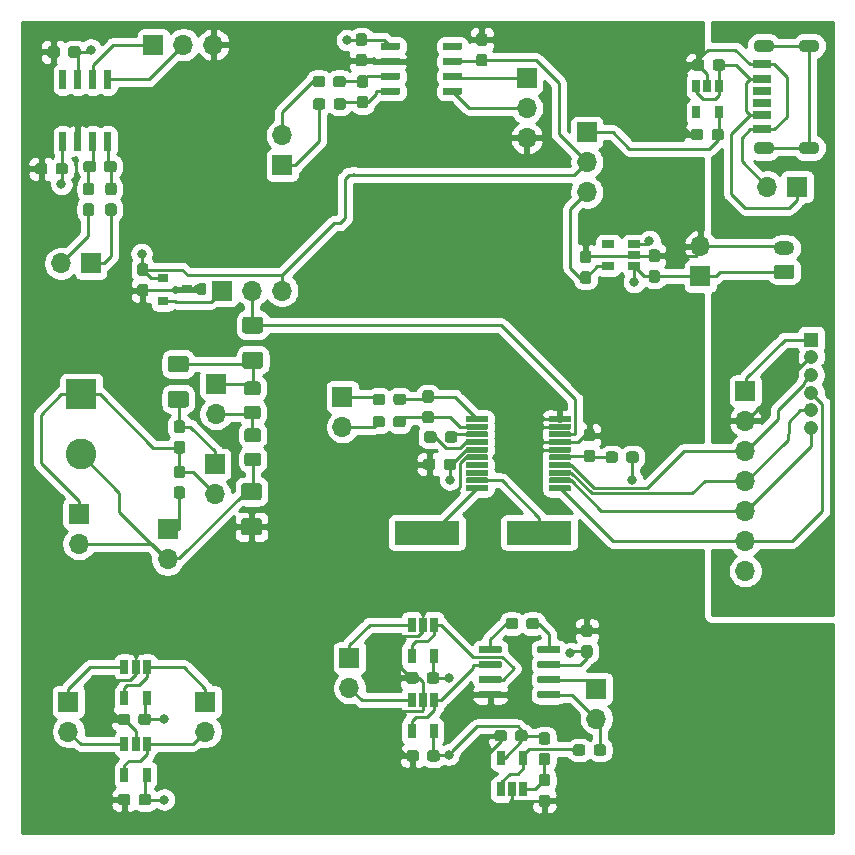
<source format=gtl>
G04 #@! TF.GenerationSoftware,KiCad,Pcbnew,(5.1.5-0)*
G04 #@! TF.CreationDate,2022-02-24T14:37:53-07:00*
G04 #@! TF.ProjectId,adc_preamp,6164635f-7072-4656-916d-702e6b696361,rev?*
G04 #@! TF.SameCoordinates,Original*
G04 #@! TF.FileFunction,Copper,L1,Top*
G04 #@! TF.FilePolarity,Positive*
%FSLAX46Y46*%
G04 Gerber Fmt 4.6, Leading zero omitted, Abs format (unit mm)*
G04 Created by KiCad (PCBNEW (5.1.5-0)) date 2022-02-24 14:37:53*
%MOMM*%
%LPD*%
G04 APERTURE LIST*
%ADD10C,0.100000*%
%ADD11O,1.700000X1.700000*%
%ADD12R,1.700000X1.700000*%
%ADD13R,0.650000X1.220000*%
%ADD14R,0.900000X0.800000*%
%ADD15O,1.750000X1.200000*%
%ADD16R,0.650000X1.060000*%
%ADD17O,1.800000X1.100000*%
%ADD18R,1.500000X0.800000*%
%ADD19R,1.500000X0.760000*%
%ADD20R,1.500000X0.700000*%
%ADD21R,1.208000X1.208000*%
%ADD22C,1.208000*%
%ADD23R,5.500000X2.000000*%
%ADD24C,2.600000*%
%ADD25R,2.600000X2.600000*%
%ADD26R,1.060000X0.650000*%
%ADD27C,0.800000*%
%ADD28C,0.250000*%
%ADD29C,0.254000*%
G04 APERTURE END LIST*
G04 #@! TA.AperFunction,SMDPad,CuDef*
D10*
G36*
X114279703Y-54700722D02*
G01*
X114294264Y-54702882D01*
X114308543Y-54706459D01*
X114322403Y-54711418D01*
X114335710Y-54717712D01*
X114348336Y-54725280D01*
X114360159Y-54734048D01*
X114371066Y-54743934D01*
X114380952Y-54754841D01*
X114389720Y-54766664D01*
X114397288Y-54779290D01*
X114403582Y-54792597D01*
X114408541Y-54806457D01*
X114412118Y-54820736D01*
X114414278Y-54835297D01*
X114415000Y-54850000D01*
X114415000Y-56200000D01*
X114414278Y-56214703D01*
X114412118Y-56229264D01*
X114408541Y-56243543D01*
X114403582Y-56257403D01*
X114397288Y-56270710D01*
X114389720Y-56283336D01*
X114380952Y-56295159D01*
X114371066Y-56306066D01*
X114360159Y-56315952D01*
X114348336Y-56324720D01*
X114335710Y-56332288D01*
X114322403Y-56338582D01*
X114308543Y-56343541D01*
X114294264Y-56347118D01*
X114279703Y-56349278D01*
X114265000Y-56350000D01*
X113965000Y-56350000D01*
X113950297Y-56349278D01*
X113935736Y-56347118D01*
X113921457Y-56343541D01*
X113907597Y-56338582D01*
X113894290Y-56332288D01*
X113881664Y-56324720D01*
X113869841Y-56315952D01*
X113858934Y-56306066D01*
X113849048Y-56295159D01*
X113840280Y-56283336D01*
X113832712Y-56270710D01*
X113826418Y-56257403D01*
X113821459Y-56243543D01*
X113817882Y-56229264D01*
X113815722Y-56214703D01*
X113815000Y-56200000D01*
X113815000Y-54850000D01*
X113815722Y-54835297D01*
X113817882Y-54820736D01*
X113821459Y-54806457D01*
X113826418Y-54792597D01*
X113832712Y-54779290D01*
X113840280Y-54766664D01*
X113849048Y-54754841D01*
X113858934Y-54743934D01*
X113869841Y-54734048D01*
X113881664Y-54725280D01*
X113894290Y-54717712D01*
X113907597Y-54711418D01*
X113921457Y-54706459D01*
X113935736Y-54702882D01*
X113950297Y-54700722D01*
X113965000Y-54700000D01*
X114265000Y-54700000D01*
X114279703Y-54700722D01*
G37*
G04 #@! TD.AperFunction*
G04 #@! TA.AperFunction,SMDPad,CuDef*
G36*
X115549703Y-54700722D02*
G01*
X115564264Y-54702882D01*
X115578543Y-54706459D01*
X115592403Y-54711418D01*
X115605710Y-54717712D01*
X115618336Y-54725280D01*
X115630159Y-54734048D01*
X115641066Y-54743934D01*
X115650952Y-54754841D01*
X115659720Y-54766664D01*
X115667288Y-54779290D01*
X115673582Y-54792597D01*
X115678541Y-54806457D01*
X115682118Y-54820736D01*
X115684278Y-54835297D01*
X115685000Y-54850000D01*
X115685000Y-56200000D01*
X115684278Y-56214703D01*
X115682118Y-56229264D01*
X115678541Y-56243543D01*
X115673582Y-56257403D01*
X115667288Y-56270710D01*
X115659720Y-56283336D01*
X115650952Y-56295159D01*
X115641066Y-56306066D01*
X115630159Y-56315952D01*
X115618336Y-56324720D01*
X115605710Y-56332288D01*
X115592403Y-56338582D01*
X115578543Y-56343541D01*
X115564264Y-56347118D01*
X115549703Y-56349278D01*
X115535000Y-56350000D01*
X115235000Y-56350000D01*
X115220297Y-56349278D01*
X115205736Y-56347118D01*
X115191457Y-56343541D01*
X115177597Y-56338582D01*
X115164290Y-56332288D01*
X115151664Y-56324720D01*
X115139841Y-56315952D01*
X115128934Y-56306066D01*
X115119048Y-56295159D01*
X115110280Y-56283336D01*
X115102712Y-56270710D01*
X115096418Y-56257403D01*
X115091459Y-56243543D01*
X115087882Y-56229264D01*
X115085722Y-56214703D01*
X115085000Y-56200000D01*
X115085000Y-54850000D01*
X115085722Y-54835297D01*
X115087882Y-54820736D01*
X115091459Y-54806457D01*
X115096418Y-54792597D01*
X115102712Y-54779290D01*
X115110280Y-54766664D01*
X115119048Y-54754841D01*
X115128934Y-54743934D01*
X115139841Y-54734048D01*
X115151664Y-54725280D01*
X115164290Y-54717712D01*
X115177597Y-54711418D01*
X115191457Y-54706459D01*
X115205736Y-54702882D01*
X115220297Y-54700722D01*
X115235000Y-54700000D01*
X115535000Y-54700000D01*
X115549703Y-54700722D01*
G37*
G04 #@! TD.AperFunction*
G04 #@! TA.AperFunction,SMDPad,CuDef*
G36*
X116819703Y-54700722D02*
G01*
X116834264Y-54702882D01*
X116848543Y-54706459D01*
X116862403Y-54711418D01*
X116875710Y-54717712D01*
X116888336Y-54725280D01*
X116900159Y-54734048D01*
X116911066Y-54743934D01*
X116920952Y-54754841D01*
X116929720Y-54766664D01*
X116937288Y-54779290D01*
X116943582Y-54792597D01*
X116948541Y-54806457D01*
X116952118Y-54820736D01*
X116954278Y-54835297D01*
X116955000Y-54850000D01*
X116955000Y-56200000D01*
X116954278Y-56214703D01*
X116952118Y-56229264D01*
X116948541Y-56243543D01*
X116943582Y-56257403D01*
X116937288Y-56270710D01*
X116929720Y-56283336D01*
X116920952Y-56295159D01*
X116911066Y-56306066D01*
X116900159Y-56315952D01*
X116888336Y-56324720D01*
X116875710Y-56332288D01*
X116862403Y-56338582D01*
X116848543Y-56343541D01*
X116834264Y-56347118D01*
X116819703Y-56349278D01*
X116805000Y-56350000D01*
X116505000Y-56350000D01*
X116490297Y-56349278D01*
X116475736Y-56347118D01*
X116461457Y-56343541D01*
X116447597Y-56338582D01*
X116434290Y-56332288D01*
X116421664Y-56324720D01*
X116409841Y-56315952D01*
X116398934Y-56306066D01*
X116389048Y-56295159D01*
X116380280Y-56283336D01*
X116372712Y-56270710D01*
X116366418Y-56257403D01*
X116361459Y-56243543D01*
X116357882Y-56229264D01*
X116355722Y-56214703D01*
X116355000Y-56200000D01*
X116355000Y-54850000D01*
X116355722Y-54835297D01*
X116357882Y-54820736D01*
X116361459Y-54806457D01*
X116366418Y-54792597D01*
X116372712Y-54779290D01*
X116380280Y-54766664D01*
X116389048Y-54754841D01*
X116398934Y-54743934D01*
X116409841Y-54734048D01*
X116421664Y-54725280D01*
X116434290Y-54717712D01*
X116447597Y-54711418D01*
X116461457Y-54706459D01*
X116475736Y-54702882D01*
X116490297Y-54700722D01*
X116505000Y-54700000D01*
X116805000Y-54700000D01*
X116819703Y-54700722D01*
G37*
G04 #@! TD.AperFunction*
G04 #@! TA.AperFunction,SMDPad,CuDef*
G36*
X118089703Y-54700722D02*
G01*
X118104264Y-54702882D01*
X118118543Y-54706459D01*
X118132403Y-54711418D01*
X118145710Y-54717712D01*
X118158336Y-54725280D01*
X118170159Y-54734048D01*
X118181066Y-54743934D01*
X118190952Y-54754841D01*
X118199720Y-54766664D01*
X118207288Y-54779290D01*
X118213582Y-54792597D01*
X118218541Y-54806457D01*
X118222118Y-54820736D01*
X118224278Y-54835297D01*
X118225000Y-54850000D01*
X118225000Y-56200000D01*
X118224278Y-56214703D01*
X118222118Y-56229264D01*
X118218541Y-56243543D01*
X118213582Y-56257403D01*
X118207288Y-56270710D01*
X118199720Y-56283336D01*
X118190952Y-56295159D01*
X118181066Y-56306066D01*
X118170159Y-56315952D01*
X118158336Y-56324720D01*
X118145710Y-56332288D01*
X118132403Y-56338582D01*
X118118543Y-56343541D01*
X118104264Y-56347118D01*
X118089703Y-56349278D01*
X118075000Y-56350000D01*
X117775000Y-56350000D01*
X117760297Y-56349278D01*
X117745736Y-56347118D01*
X117731457Y-56343541D01*
X117717597Y-56338582D01*
X117704290Y-56332288D01*
X117691664Y-56324720D01*
X117679841Y-56315952D01*
X117668934Y-56306066D01*
X117659048Y-56295159D01*
X117650280Y-56283336D01*
X117642712Y-56270710D01*
X117636418Y-56257403D01*
X117631459Y-56243543D01*
X117627882Y-56229264D01*
X117625722Y-56214703D01*
X117625000Y-56200000D01*
X117625000Y-54850000D01*
X117625722Y-54835297D01*
X117627882Y-54820736D01*
X117631459Y-54806457D01*
X117636418Y-54792597D01*
X117642712Y-54779290D01*
X117650280Y-54766664D01*
X117659048Y-54754841D01*
X117668934Y-54743934D01*
X117679841Y-54734048D01*
X117691664Y-54725280D01*
X117704290Y-54717712D01*
X117717597Y-54711418D01*
X117731457Y-54706459D01*
X117745736Y-54702882D01*
X117760297Y-54700722D01*
X117775000Y-54700000D01*
X118075000Y-54700000D01*
X118089703Y-54700722D01*
G37*
G04 #@! TD.AperFunction*
G04 #@! TA.AperFunction,SMDPad,CuDef*
G36*
X118089703Y-59950722D02*
G01*
X118104264Y-59952882D01*
X118118543Y-59956459D01*
X118132403Y-59961418D01*
X118145710Y-59967712D01*
X118158336Y-59975280D01*
X118170159Y-59984048D01*
X118181066Y-59993934D01*
X118190952Y-60004841D01*
X118199720Y-60016664D01*
X118207288Y-60029290D01*
X118213582Y-60042597D01*
X118218541Y-60056457D01*
X118222118Y-60070736D01*
X118224278Y-60085297D01*
X118225000Y-60100000D01*
X118225000Y-61450000D01*
X118224278Y-61464703D01*
X118222118Y-61479264D01*
X118218541Y-61493543D01*
X118213582Y-61507403D01*
X118207288Y-61520710D01*
X118199720Y-61533336D01*
X118190952Y-61545159D01*
X118181066Y-61556066D01*
X118170159Y-61565952D01*
X118158336Y-61574720D01*
X118145710Y-61582288D01*
X118132403Y-61588582D01*
X118118543Y-61593541D01*
X118104264Y-61597118D01*
X118089703Y-61599278D01*
X118075000Y-61600000D01*
X117775000Y-61600000D01*
X117760297Y-61599278D01*
X117745736Y-61597118D01*
X117731457Y-61593541D01*
X117717597Y-61588582D01*
X117704290Y-61582288D01*
X117691664Y-61574720D01*
X117679841Y-61565952D01*
X117668934Y-61556066D01*
X117659048Y-61545159D01*
X117650280Y-61533336D01*
X117642712Y-61520710D01*
X117636418Y-61507403D01*
X117631459Y-61493543D01*
X117627882Y-61479264D01*
X117625722Y-61464703D01*
X117625000Y-61450000D01*
X117625000Y-60100000D01*
X117625722Y-60085297D01*
X117627882Y-60070736D01*
X117631459Y-60056457D01*
X117636418Y-60042597D01*
X117642712Y-60029290D01*
X117650280Y-60016664D01*
X117659048Y-60004841D01*
X117668934Y-59993934D01*
X117679841Y-59984048D01*
X117691664Y-59975280D01*
X117704290Y-59967712D01*
X117717597Y-59961418D01*
X117731457Y-59956459D01*
X117745736Y-59952882D01*
X117760297Y-59950722D01*
X117775000Y-59950000D01*
X118075000Y-59950000D01*
X118089703Y-59950722D01*
G37*
G04 #@! TD.AperFunction*
G04 #@! TA.AperFunction,SMDPad,CuDef*
G36*
X116819703Y-59950722D02*
G01*
X116834264Y-59952882D01*
X116848543Y-59956459D01*
X116862403Y-59961418D01*
X116875710Y-59967712D01*
X116888336Y-59975280D01*
X116900159Y-59984048D01*
X116911066Y-59993934D01*
X116920952Y-60004841D01*
X116929720Y-60016664D01*
X116937288Y-60029290D01*
X116943582Y-60042597D01*
X116948541Y-60056457D01*
X116952118Y-60070736D01*
X116954278Y-60085297D01*
X116955000Y-60100000D01*
X116955000Y-61450000D01*
X116954278Y-61464703D01*
X116952118Y-61479264D01*
X116948541Y-61493543D01*
X116943582Y-61507403D01*
X116937288Y-61520710D01*
X116929720Y-61533336D01*
X116920952Y-61545159D01*
X116911066Y-61556066D01*
X116900159Y-61565952D01*
X116888336Y-61574720D01*
X116875710Y-61582288D01*
X116862403Y-61588582D01*
X116848543Y-61593541D01*
X116834264Y-61597118D01*
X116819703Y-61599278D01*
X116805000Y-61600000D01*
X116505000Y-61600000D01*
X116490297Y-61599278D01*
X116475736Y-61597118D01*
X116461457Y-61593541D01*
X116447597Y-61588582D01*
X116434290Y-61582288D01*
X116421664Y-61574720D01*
X116409841Y-61565952D01*
X116398934Y-61556066D01*
X116389048Y-61545159D01*
X116380280Y-61533336D01*
X116372712Y-61520710D01*
X116366418Y-61507403D01*
X116361459Y-61493543D01*
X116357882Y-61479264D01*
X116355722Y-61464703D01*
X116355000Y-61450000D01*
X116355000Y-60100000D01*
X116355722Y-60085297D01*
X116357882Y-60070736D01*
X116361459Y-60056457D01*
X116366418Y-60042597D01*
X116372712Y-60029290D01*
X116380280Y-60016664D01*
X116389048Y-60004841D01*
X116398934Y-59993934D01*
X116409841Y-59984048D01*
X116421664Y-59975280D01*
X116434290Y-59967712D01*
X116447597Y-59961418D01*
X116461457Y-59956459D01*
X116475736Y-59952882D01*
X116490297Y-59950722D01*
X116505000Y-59950000D01*
X116805000Y-59950000D01*
X116819703Y-59950722D01*
G37*
G04 #@! TD.AperFunction*
G04 #@! TA.AperFunction,SMDPad,CuDef*
G36*
X115549703Y-59950722D02*
G01*
X115564264Y-59952882D01*
X115578543Y-59956459D01*
X115592403Y-59961418D01*
X115605710Y-59967712D01*
X115618336Y-59975280D01*
X115630159Y-59984048D01*
X115641066Y-59993934D01*
X115650952Y-60004841D01*
X115659720Y-60016664D01*
X115667288Y-60029290D01*
X115673582Y-60042597D01*
X115678541Y-60056457D01*
X115682118Y-60070736D01*
X115684278Y-60085297D01*
X115685000Y-60100000D01*
X115685000Y-61450000D01*
X115684278Y-61464703D01*
X115682118Y-61479264D01*
X115678541Y-61493543D01*
X115673582Y-61507403D01*
X115667288Y-61520710D01*
X115659720Y-61533336D01*
X115650952Y-61545159D01*
X115641066Y-61556066D01*
X115630159Y-61565952D01*
X115618336Y-61574720D01*
X115605710Y-61582288D01*
X115592403Y-61588582D01*
X115578543Y-61593541D01*
X115564264Y-61597118D01*
X115549703Y-61599278D01*
X115535000Y-61600000D01*
X115235000Y-61600000D01*
X115220297Y-61599278D01*
X115205736Y-61597118D01*
X115191457Y-61593541D01*
X115177597Y-61588582D01*
X115164290Y-61582288D01*
X115151664Y-61574720D01*
X115139841Y-61565952D01*
X115128934Y-61556066D01*
X115119048Y-61545159D01*
X115110280Y-61533336D01*
X115102712Y-61520710D01*
X115096418Y-61507403D01*
X115091459Y-61493543D01*
X115087882Y-61479264D01*
X115085722Y-61464703D01*
X115085000Y-61450000D01*
X115085000Y-60100000D01*
X115085722Y-60085297D01*
X115087882Y-60070736D01*
X115091459Y-60056457D01*
X115096418Y-60042597D01*
X115102712Y-60029290D01*
X115110280Y-60016664D01*
X115119048Y-60004841D01*
X115128934Y-59993934D01*
X115139841Y-59984048D01*
X115151664Y-59975280D01*
X115164290Y-59967712D01*
X115177597Y-59961418D01*
X115191457Y-59956459D01*
X115205736Y-59952882D01*
X115220297Y-59950722D01*
X115235000Y-59950000D01*
X115535000Y-59950000D01*
X115549703Y-59950722D01*
G37*
G04 #@! TD.AperFunction*
G04 #@! TA.AperFunction,SMDPad,CuDef*
G36*
X114279703Y-59950722D02*
G01*
X114294264Y-59952882D01*
X114308543Y-59956459D01*
X114322403Y-59961418D01*
X114335710Y-59967712D01*
X114348336Y-59975280D01*
X114360159Y-59984048D01*
X114371066Y-59993934D01*
X114380952Y-60004841D01*
X114389720Y-60016664D01*
X114397288Y-60029290D01*
X114403582Y-60042597D01*
X114408541Y-60056457D01*
X114412118Y-60070736D01*
X114414278Y-60085297D01*
X114415000Y-60100000D01*
X114415000Y-61450000D01*
X114414278Y-61464703D01*
X114412118Y-61479264D01*
X114408541Y-61493543D01*
X114403582Y-61507403D01*
X114397288Y-61520710D01*
X114389720Y-61533336D01*
X114380952Y-61545159D01*
X114371066Y-61556066D01*
X114360159Y-61565952D01*
X114348336Y-61574720D01*
X114335710Y-61582288D01*
X114322403Y-61588582D01*
X114308543Y-61593541D01*
X114294264Y-61597118D01*
X114279703Y-61599278D01*
X114265000Y-61600000D01*
X113965000Y-61600000D01*
X113950297Y-61599278D01*
X113935736Y-61597118D01*
X113921457Y-61593541D01*
X113907597Y-61588582D01*
X113894290Y-61582288D01*
X113881664Y-61574720D01*
X113869841Y-61565952D01*
X113858934Y-61556066D01*
X113849048Y-61545159D01*
X113840280Y-61533336D01*
X113832712Y-61520710D01*
X113826418Y-61507403D01*
X113821459Y-61493543D01*
X113817882Y-61479264D01*
X113815722Y-61464703D01*
X113815000Y-61450000D01*
X113815000Y-60100000D01*
X113815722Y-60085297D01*
X113817882Y-60070736D01*
X113821459Y-60056457D01*
X113826418Y-60042597D01*
X113832712Y-60029290D01*
X113840280Y-60016664D01*
X113849048Y-60004841D01*
X113858934Y-59993934D01*
X113869841Y-59984048D01*
X113881664Y-59975280D01*
X113894290Y-59967712D01*
X113907597Y-59961418D01*
X113921457Y-59956459D01*
X113935736Y-59952882D01*
X113950297Y-59950722D01*
X113965000Y-59950000D01*
X114265000Y-59950000D01*
X114279703Y-59950722D01*
G37*
G04 #@! TD.AperFunction*
G04 #@! TA.AperFunction,SMDPad,CuDef*
G36*
X118460779Y-66026144D02*
G01*
X118483834Y-66029563D01*
X118506443Y-66035227D01*
X118528387Y-66043079D01*
X118549457Y-66053044D01*
X118569448Y-66065026D01*
X118588168Y-66078910D01*
X118605438Y-66094562D01*
X118621090Y-66111832D01*
X118634974Y-66130552D01*
X118646956Y-66150543D01*
X118656921Y-66171613D01*
X118664773Y-66193557D01*
X118670437Y-66216166D01*
X118673856Y-66239221D01*
X118675000Y-66262500D01*
X118675000Y-66837500D01*
X118673856Y-66860779D01*
X118670437Y-66883834D01*
X118664773Y-66906443D01*
X118656921Y-66928387D01*
X118646956Y-66949457D01*
X118634974Y-66969448D01*
X118621090Y-66988168D01*
X118605438Y-67005438D01*
X118588168Y-67021090D01*
X118569448Y-67034974D01*
X118549457Y-67046956D01*
X118528387Y-67056921D01*
X118506443Y-67064773D01*
X118483834Y-67070437D01*
X118460779Y-67073856D01*
X118437500Y-67075000D01*
X117962500Y-67075000D01*
X117939221Y-67073856D01*
X117916166Y-67070437D01*
X117893557Y-67064773D01*
X117871613Y-67056921D01*
X117850543Y-67046956D01*
X117830552Y-67034974D01*
X117811832Y-67021090D01*
X117794562Y-67005438D01*
X117778910Y-66988168D01*
X117765026Y-66969448D01*
X117753044Y-66949457D01*
X117743079Y-66928387D01*
X117735227Y-66906443D01*
X117729563Y-66883834D01*
X117726144Y-66860779D01*
X117725000Y-66837500D01*
X117725000Y-66262500D01*
X117726144Y-66239221D01*
X117729563Y-66216166D01*
X117735227Y-66193557D01*
X117743079Y-66171613D01*
X117753044Y-66150543D01*
X117765026Y-66130552D01*
X117778910Y-66111832D01*
X117794562Y-66094562D01*
X117811832Y-66078910D01*
X117830552Y-66065026D01*
X117850543Y-66053044D01*
X117871613Y-66043079D01*
X117893557Y-66035227D01*
X117916166Y-66029563D01*
X117939221Y-66026144D01*
X117962500Y-66025000D01*
X118437500Y-66025000D01*
X118460779Y-66026144D01*
G37*
G04 #@! TD.AperFunction*
G04 #@! TA.AperFunction,SMDPad,CuDef*
G36*
X118460779Y-64276144D02*
G01*
X118483834Y-64279563D01*
X118506443Y-64285227D01*
X118528387Y-64293079D01*
X118549457Y-64303044D01*
X118569448Y-64315026D01*
X118588168Y-64328910D01*
X118605438Y-64344562D01*
X118621090Y-64361832D01*
X118634974Y-64380552D01*
X118646956Y-64400543D01*
X118656921Y-64421613D01*
X118664773Y-64443557D01*
X118670437Y-64466166D01*
X118673856Y-64489221D01*
X118675000Y-64512500D01*
X118675000Y-65087500D01*
X118673856Y-65110779D01*
X118670437Y-65133834D01*
X118664773Y-65156443D01*
X118656921Y-65178387D01*
X118646956Y-65199457D01*
X118634974Y-65219448D01*
X118621090Y-65238168D01*
X118605438Y-65255438D01*
X118588168Y-65271090D01*
X118569448Y-65284974D01*
X118549457Y-65296956D01*
X118528387Y-65306921D01*
X118506443Y-65314773D01*
X118483834Y-65320437D01*
X118460779Y-65323856D01*
X118437500Y-65325000D01*
X117962500Y-65325000D01*
X117939221Y-65323856D01*
X117916166Y-65320437D01*
X117893557Y-65314773D01*
X117871613Y-65306921D01*
X117850543Y-65296956D01*
X117830552Y-65284974D01*
X117811832Y-65271090D01*
X117794562Y-65255438D01*
X117778910Y-65238168D01*
X117765026Y-65219448D01*
X117753044Y-65199457D01*
X117743079Y-65178387D01*
X117735227Y-65156443D01*
X117729563Y-65133834D01*
X117726144Y-65110779D01*
X117725000Y-65087500D01*
X117725000Y-64512500D01*
X117726144Y-64489221D01*
X117729563Y-64466166D01*
X117735227Y-64443557D01*
X117743079Y-64421613D01*
X117753044Y-64400543D01*
X117765026Y-64380552D01*
X117778910Y-64361832D01*
X117794562Y-64344562D01*
X117811832Y-64328910D01*
X117830552Y-64315026D01*
X117850543Y-64303044D01*
X117871613Y-64293079D01*
X117893557Y-64285227D01*
X117916166Y-64279563D01*
X117939221Y-64276144D01*
X117962500Y-64275000D01*
X118437500Y-64275000D01*
X118460779Y-64276144D01*
G37*
G04 #@! TD.AperFunction*
G04 #@! TA.AperFunction,SMDPad,CuDef*
G36*
X116560779Y-66026144D02*
G01*
X116583834Y-66029563D01*
X116606443Y-66035227D01*
X116628387Y-66043079D01*
X116649457Y-66053044D01*
X116669448Y-66065026D01*
X116688168Y-66078910D01*
X116705438Y-66094562D01*
X116721090Y-66111832D01*
X116734974Y-66130552D01*
X116746956Y-66150543D01*
X116756921Y-66171613D01*
X116764773Y-66193557D01*
X116770437Y-66216166D01*
X116773856Y-66239221D01*
X116775000Y-66262500D01*
X116775000Y-66837500D01*
X116773856Y-66860779D01*
X116770437Y-66883834D01*
X116764773Y-66906443D01*
X116756921Y-66928387D01*
X116746956Y-66949457D01*
X116734974Y-66969448D01*
X116721090Y-66988168D01*
X116705438Y-67005438D01*
X116688168Y-67021090D01*
X116669448Y-67034974D01*
X116649457Y-67046956D01*
X116628387Y-67056921D01*
X116606443Y-67064773D01*
X116583834Y-67070437D01*
X116560779Y-67073856D01*
X116537500Y-67075000D01*
X116062500Y-67075000D01*
X116039221Y-67073856D01*
X116016166Y-67070437D01*
X115993557Y-67064773D01*
X115971613Y-67056921D01*
X115950543Y-67046956D01*
X115930552Y-67034974D01*
X115911832Y-67021090D01*
X115894562Y-67005438D01*
X115878910Y-66988168D01*
X115865026Y-66969448D01*
X115853044Y-66949457D01*
X115843079Y-66928387D01*
X115835227Y-66906443D01*
X115829563Y-66883834D01*
X115826144Y-66860779D01*
X115825000Y-66837500D01*
X115825000Y-66262500D01*
X115826144Y-66239221D01*
X115829563Y-66216166D01*
X115835227Y-66193557D01*
X115843079Y-66171613D01*
X115853044Y-66150543D01*
X115865026Y-66130552D01*
X115878910Y-66111832D01*
X115894562Y-66094562D01*
X115911832Y-66078910D01*
X115930552Y-66065026D01*
X115950543Y-66053044D01*
X115971613Y-66043079D01*
X115993557Y-66035227D01*
X116016166Y-66029563D01*
X116039221Y-66026144D01*
X116062500Y-66025000D01*
X116537500Y-66025000D01*
X116560779Y-66026144D01*
G37*
G04 #@! TD.AperFunction*
G04 #@! TA.AperFunction,SMDPad,CuDef*
G36*
X116560779Y-64276144D02*
G01*
X116583834Y-64279563D01*
X116606443Y-64285227D01*
X116628387Y-64293079D01*
X116649457Y-64303044D01*
X116669448Y-64315026D01*
X116688168Y-64328910D01*
X116705438Y-64344562D01*
X116721090Y-64361832D01*
X116734974Y-64380552D01*
X116746956Y-64400543D01*
X116756921Y-64421613D01*
X116764773Y-64443557D01*
X116770437Y-64466166D01*
X116773856Y-64489221D01*
X116775000Y-64512500D01*
X116775000Y-65087500D01*
X116773856Y-65110779D01*
X116770437Y-65133834D01*
X116764773Y-65156443D01*
X116756921Y-65178387D01*
X116746956Y-65199457D01*
X116734974Y-65219448D01*
X116721090Y-65238168D01*
X116705438Y-65255438D01*
X116688168Y-65271090D01*
X116669448Y-65284974D01*
X116649457Y-65296956D01*
X116628387Y-65306921D01*
X116606443Y-65314773D01*
X116583834Y-65320437D01*
X116560779Y-65323856D01*
X116537500Y-65325000D01*
X116062500Y-65325000D01*
X116039221Y-65323856D01*
X116016166Y-65320437D01*
X115993557Y-65314773D01*
X115971613Y-65306921D01*
X115950543Y-65296956D01*
X115930552Y-65284974D01*
X115911832Y-65271090D01*
X115894562Y-65255438D01*
X115878910Y-65238168D01*
X115865026Y-65219448D01*
X115853044Y-65199457D01*
X115843079Y-65178387D01*
X115835227Y-65156443D01*
X115829563Y-65133834D01*
X115826144Y-65110779D01*
X115825000Y-65087500D01*
X115825000Y-64512500D01*
X115826144Y-64489221D01*
X115829563Y-64466166D01*
X115835227Y-64443557D01*
X115843079Y-64421613D01*
X115853044Y-64400543D01*
X115865026Y-64380552D01*
X115878910Y-64361832D01*
X115894562Y-64344562D01*
X115911832Y-64328910D01*
X115930552Y-64315026D01*
X115950543Y-64303044D01*
X115971613Y-64293079D01*
X115993557Y-64285227D01*
X116016166Y-64279563D01*
X116039221Y-64276144D01*
X116062500Y-64275000D01*
X116537500Y-64275000D01*
X116560779Y-64276144D01*
G37*
G04 #@! TD.AperFunction*
D11*
X126880000Y-52600000D03*
X124340000Y-52600000D03*
D12*
X121800000Y-52600000D03*
D11*
X113960000Y-71100000D03*
D12*
X116500000Y-71100000D03*
G04 #@! TA.AperFunction,SMDPad,CuDef*
D10*
G36*
X115410779Y-52726144D02*
G01*
X115433834Y-52729563D01*
X115456443Y-52735227D01*
X115478387Y-52743079D01*
X115499457Y-52753044D01*
X115519448Y-52765026D01*
X115538168Y-52778910D01*
X115555438Y-52794562D01*
X115571090Y-52811832D01*
X115584974Y-52830552D01*
X115596956Y-52850543D01*
X115606921Y-52871613D01*
X115614773Y-52893557D01*
X115620437Y-52916166D01*
X115623856Y-52939221D01*
X115625000Y-52962500D01*
X115625000Y-53437500D01*
X115623856Y-53460779D01*
X115620437Y-53483834D01*
X115614773Y-53506443D01*
X115606921Y-53528387D01*
X115596956Y-53549457D01*
X115584974Y-53569448D01*
X115571090Y-53588168D01*
X115555438Y-53605438D01*
X115538168Y-53621090D01*
X115519448Y-53634974D01*
X115499457Y-53646956D01*
X115478387Y-53656921D01*
X115456443Y-53664773D01*
X115433834Y-53670437D01*
X115410779Y-53673856D01*
X115387500Y-53675000D01*
X114812500Y-53675000D01*
X114789221Y-53673856D01*
X114766166Y-53670437D01*
X114743557Y-53664773D01*
X114721613Y-53656921D01*
X114700543Y-53646956D01*
X114680552Y-53634974D01*
X114661832Y-53621090D01*
X114644562Y-53605438D01*
X114628910Y-53588168D01*
X114615026Y-53569448D01*
X114603044Y-53549457D01*
X114593079Y-53528387D01*
X114585227Y-53506443D01*
X114579563Y-53483834D01*
X114576144Y-53460779D01*
X114575000Y-53437500D01*
X114575000Y-52962500D01*
X114576144Y-52939221D01*
X114579563Y-52916166D01*
X114585227Y-52893557D01*
X114593079Y-52871613D01*
X114603044Y-52850543D01*
X114615026Y-52830552D01*
X114628910Y-52811832D01*
X114644562Y-52794562D01*
X114661832Y-52778910D01*
X114680552Y-52765026D01*
X114700543Y-52753044D01*
X114721613Y-52743079D01*
X114743557Y-52735227D01*
X114766166Y-52729563D01*
X114789221Y-52726144D01*
X114812500Y-52725000D01*
X115387500Y-52725000D01*
X115410779Y-52726144D01*
G37*
G04 #@! TD.AperFunction*
G04 #@! TA.AperFunction,SMDPad,CuDef*
G36*
X113660779Y-52726144D02*
G01*
X113683834Y-52729563D01*
X113706443Y-52735227D01*
X113728387Y-52743079D01*
X113749457Y-52753044D01*
X113769448Y-52765026D01*
X113788168Y-52778910D01*
X113805438Y-52794562D01*
X113821090Y-52811832D01*
X113834974Y-52830552D01*
X113846956Y-52850543D01*
X113856921Y-52871613D01*
X113864773Y-52893557D01*
X113870437Y-52916166D01*
X113873856Y-52939221D01*
X113875000Y-52962500D01*
X113875000Y-53437500D01*
X113873856Y-53460779D01*
X113870437Y-53483834D01*
X113864773Y-53506443D01*
X113856921Y-53528387D01*
X113846956Y-53549457D01*
X113834974Y-53569448D01*
X113821090Y-53588168D01*
X113805438Y-53605438D01*
X113788168Y-53621090D01*
X113769448Y-53634974D01*
X113749457Y-53646956D01*
X113728387Y-53656921D01*
X113706443Y-53664773D01*
X113683834Y-53670437D01*
X113660779Y-53673856D01*
X113637500Y-53675000D01*
X113062500Y-53675000D01*
X113039221Y-53673856D01*
X113016166Y-53670437D01*
X112993557Y-53664773D01*
X112971613Y-53656921D01*
X112950543Y-53646956D01*
X112930552Y-53634974D01*
X112911832Y-53621090D01*
X112894562Y-53605438D01*
X112878910Y-53588168D01*
X112865026Y-53569448D01*
X112853044Y-53549457D01*
X112843079Y-53528387D01*
X112835227Y-53506443D01*
X112829563Y-53483834D01*
X112826144Y-53460779D01*
X112825000Y-53437500D01*
X112825000Y-52962500D01*
X112826144Y-52939221D01*
X112829563Y-52916166D01*
X112835227Y-52893557D01*
X112843079Y-52871613D01*
X112853044Y-52850543D01*
X112865026Y-52830552D01*
X112878910Y-52811832D01*
X112894562Y-52794562D01*
X112911832Y-52778910D01*
X112930552Y-52765026D01*
X112950543Y-52753044D01*
X112971613Y-52743079D01*
X112993557Y-52735227D01*
X113016166Y-52729563D01*
X113039221Y-52726144D01*
X113062500Y-52725000D01*
X113637500Y-52725000D01*
X113660779Y-52726144D01*
G37*
G04 #@! TD.AperFunction*
G04 #@! TA.AperFunction,SMDPad,CuDef*
G36*
X112610779Y-62626144D02*
G01*
X112633834Y-62629563D01*
X112656443Y-62635227D01*
X112678387Y-62643079D01*
X112699457Y-62653044D01*
X112719448Y-62665026D01*
X112738168Y-62678910D01*
X112755438Y-62694562D01*
X112771090Y-62711832D01*
X112784974Y-62730552D01*
X112796956Y-62750543D01*
X112806921Y-62771613D01*
X112814773Y-62793557D01*
X112820437Y-62816166D01*
X112823856Y-62839221D01*
X112825000Y-62862500D01*
X112825000Y-63337500D01*
X112823856Y-63360779D01*
X112820437Y-63383834D01*
X112814773Y-63406443D01*
X112806921Y-63428387D01*
X112796956Y-63449457D01*
X112784974Y-63469448D01*
X112771090Y-63488168D01*
X112755438Y-63505438D01*
X112738168Y-63521090D01*
X112719448Y-63534974D01*
X112699457Y-63546956D01*
X112678387Y-63556921D01*
X112656443Y-63564773D01*
X112633834Y-63570437D01*
X112610779Y-63573856D01*
X112587500Y-63575000D01*
X112012500Y-63575000D01*
X111989221Y-63573856D01*
X111966166Y-63570437D01*
X111943557Y-63564773D01*
X111921613Y-63556921D01*
X111900543Y-63546956D01*
X111880552Y-63534974D01*
X111861832Y-63521090D01*
X111844562Y-63505438D01*
X111828910Y-63488168D01*
X111815026Y-63469448D01*
X111803044Y-63449457D01*
X111793079Y-63428387D01*
X111785227Y-63406443D01*
X111779563Y-63383834D01*
X111776144Y-63360779D01*
X111775000Y-63337500D01*
X111775000Y-62862500D01*
X111776144Y-62839221D01*
X111779563Y-62816166D01*
X111785227Y-62793557D01*
X111793079Y-62771613D01*
X111803044Y-62750543D01*
X111815026Y-62730552D01*
X111828910Y-62711832D01*
X111844562Y-62694562D01*
X111861832Y-62678910D01*
X111880552Y-62665026D01*
X111900543Y-62653044D01*
X111921613Y-62643079D01*
X111943557Y-62635227D01*
X111966166Y-62629563D01*
X111989221Y-62626144D01*
X112012500Y-62625000D01*
X112587500Y-62625000D01*
X112610779Y-62626144D01*
G37*
G04 #@! TD.AperFunction*
G04 #@! TA.AperFunction,SMDPad,CuDef*
G36*
X114360779Y-62626144D02*
G01*
X114383834Y-62629563D01*
X114406443Y-62635227D01*
X114428387Y-62643079D01*
X114449457Y-62653044D01*
X114469448Y-62665026D01*
X114488168Y-62678910D01*
X114505438Y-62694562D01*
X114521090Y-62711832D01*
X114534974Y-62730552D01*
X114546956Y-62750543D01*
X114556921Y-62771613D01*
X114564773Y-62793557D01*
X114570437Y-62816166D01*
X114573856Y-62839221D01*
X114575000Y-62862500D01*
X114575000Y-63337500D01*
X114573856Y-63360779D01*
X114570437Y-63383834D01*
X114564773Y-63406443D01*
X114556921Y-63428387D01*
X114546956Y-63449457D01*
X114534974Y-63469448D01*
X114521090Y-63488168D01*
X114505438Y-63505438D01*
X114488168Y-63521090D01*
X114469448Y-63534974D01*
X114449457Y-63546956D01*
X114428387Y-63556921D01*
X114406443Y-63564773D01*
X114383834Y-63570437D01*
X114360779Y-63573856D01*
X114337500Y-63575000D01*
X113762500Y-63575000D01*
X113739221Y-63573856D01*
X113716166Y-63570437D01*
X113693557Y-63564773D01*
X113671613Y-63556921D01*
X113650543Y-63546956D01*
X113630552Y-63534974D01*
X113611832Y-63521090D01*
X113594562Y-63505438D01*
X113578910Y-63488168D01*
X113565026Y-63469448D01*
X113553044Y-63449457D01*
X113543079Y-63428387D01*
X113535227Y-63406443D01*
X113529563Y-63383834D01*
X113526144Y-63360779D01*
X113525000Y-63337500D01*
X113525000Y-62862500D01*
X113526144Y-62839221D01*
X113529563Y-62816166D01*
X113535227Y-62793557D01*
X113543079Y-62771613D01*
X113553044Y-62750543D01*
X113565026Y-62730552D01*
X113578910Y-62711832D01*
X113594562Y-62694562D01*
X113611832Y-62678910D01*
X113630552Y-62665026D01*
X113650543Y-62653044D01*
X113671613Y-62643079D01*
X113693557Y-62635227D01*
X113716166Y-62629563D01*
X113739221Y-62626144D01*
X113762500Y-62625000D01*
X114337500Y-62625000D01*
X114360779Y-62626144D01*
G37*
G04 #@! TD.AperFunction*
G04 #@! TA.AperFunction,SMDPad,CuDef*
G36*
X116710779Y-62426144D02*
G01*
X116733834Y-62429563D01*
X116756443Y-62435227D01*
X116778387Y-62443079D01*
X116799457Y-62453044D01*
X116819448Y-62465026D01*
X116838168Y-62478910D01*
X116855438Y-62494562D01*
X116871090Y-62511832D01*
X116884974Y-62530552D01*
X116896956Y-62550543D01*
X116906921Y-62571613D01*
X116914773Y-62593557D01*
X116920437Y-62616166D01*
X116923856Y-62639221D01*
X116925000Y-62662500D01*
X116925000Y-63137500D01*
X116923856Y-63160779D01*
X116920437Y-63183834D01*
X116914773Y-63206443D01*
X116906921Y-63228387D01*
X116896956Y-63249457D01*
X116884974Y-63269448D01*
X116871090Y-63288168D01*
X116855438Y-63305438D01*
X116838168Y-63321090D01*
X116819448Y-63334974D01*
X116799457Y-63346956D01*
X116778387Y-63356921D01*
X116756443Y-63364773D01*
X116733834Y-63370437D01*
X116710779Y-63373856D01*
X116687500Y-63375000D01*
X116112500Y-63375000D01*
X116089221Y-63373856D01*
X116066166Y-63370437D01*
X116043557Y-63364773D01*
X116021613Y-63356921D01*
X116000543Y-63346956D01*
X115980552Y-63334974D01*
X115961832Y-63321090D01*
X115944562Y-63305438D01*
X115928910Y-63288168D01*
X115915026Y-63269448D01*
X115903044Y-63249457D01*
X115893079Y-63228387D01*
X115885227Y-63206443D01*
X115879563Y-63183834D01*
X115876144Y-63160779D01*
X115875000Y-63137500D01*
X115875000Y-62662500D01*
X115876144Y-62639221D01*
X115879563Y-62616166D01*
X115885227Y-62593557D01*
X115893079Y-62571613D01*
X115903044Y-62550543D01*
X115915026Y-62530552D01*
X115928910Y-62511832D01*
X115944562Y-62494562D01*
X115961832Y-62478910D01*
X115980552Y-62465026D01*
X116000543Y-62453044D01*
X116021613Y-62443079D01*
X116043557Y-62435227D01*
X116066166Y-62429563D01*
X116089221Y-62426144D01*
X116112500Y-62425000D01*
X116687500Y-62425000D01*
X116710779Y-62426144D01*
G37*
G04 #@! TD.AperFunction*
G04 #@! TA.AperFunction,SMDPad,CuDef*
G36*
X118460779Y-62426144D02*
G01*
X118483834Y-62429563D01*
X118506443Y-62435227D01*
X118528387Y-62443079D01*
X118549457Y-62453044D01*
X118569448Y-62465026D01*
X118588168Y-62478910D01*
X118605438Y-62494562D01*
X118621090Y-62511832D01*
X118634974Y-62530552D01*
X118646956Y-62550543D01*
X118656921Y-62571613D01*
X118664773Y-62593557D01*
X118670437Y-62616166D01*
X118673856Y-62639221D01*
X118675000Y-62662500D01*
X118675000Y-63137500D01*
X118673856Y-63160779D01*
X118670437Y-63183834D01*
X118664773Y-63206443D01*
X118656921Y-63228387D01*
X118646956Y-63249457D01*
X118634974Y-63269448D01*
X118621090Y-63288168D01*
X118605438Y-63305438D01*
X118588168Y-63321090D01*
X118569448Y-63334974D01*
X118549457Y-63346956D01*
X118528387Y-63356921D01*
X118506443Y-63364773D01*
X118483834Y-63370437D01*
X118460779Y-63373856D01*
X118437500Y-63375000D01*
X117862500Y-63375000D01*
X117839221Y-63373856D01*
X117816166Y-63370437D01*
X117793557Y-63364773D01*
X117771613Y-63356921D01*
X117750543Y-63346956D01*
X117730552Y-63334974D01*
X117711832Y-63321090D01*
X117694562Y-63305438D01*
X117678910Y-63288168D01*
X117665026Y-63269448D01*
X117653044Y-63249457D01*
X117643079Y-63228387D01*
X117635227Y-63206443D01*
X117629563Y-63183834D01*
X117626144Y-63160779D01*
X117625000Y-63137500D01*
X117625000Y-62662500D01*
X117626144Y-62639221D01*
X117629563Y-62616166D01*
X117635227Y-62593557D01*
X117643079Y-62571613D01*
X117653044Y-62550543D01*
X117665026Y-62530552D01*
X117678910Y-62511832D01*
X117694562Y-62494562D01*
X117711832Y-62478910D01*
X117730552Y-62465026D01*
X117750543Y-62453044D01*
X117771613Y-62443079D01*
X117793557Y-62435227D01*
X117816166Y-62429563D01*
X117839221Y-62426144D01*
X117862500Y-62425000D01*
X118437500Y-62425000D01*
X118460779Y-62426144D01*
G37*
G04 #@! TD.AperFunction*
D11*
X127000000Y-90640000D03*
D12*
X127000000Y-88100000D03*
D11*
X115500000Y-94840000D03*
D12*
X115500000Y-92300000D03*
D13*
X151200000Y-113000000D03*
X153100000Y-113000000D03*
X153100000Y-115620000D03*
X152150000Y-115620000D03*
X151200000Y-115620000D03*
G04 #@! TA.AperFunction,SMDPad,CuDef*
D10*
G36*
X156114703Y-103495722D02*
G01*
X156129264Y-103497882D01*
X156143543Y-103501459D01*
X156157403Y-103506418D01*
X156170710Y-103512712D01*
X156183336Y-103520280D01*
X156195159Y-103529048D01*
X156206066Y-103538934D01*
X156215952Y-103549841D01*
X156224720Y-103561664D01*
X156232288Y-103574290D01*
X156238582Y-103587597D01*
X156243541Y-103601457D01*
X156247118Y-103615736D01*
X156249278Y-103630297D01*
X156250000Y-103645000D01*
X156250000Y-103945000D01*
X156249278Y-103959703D01*
X156247118Y-103974264D01*
X156243541Y-103988543D01*
X156238582Y-104002403D01*
X156232288Y-104015710D01*
X156224720Y-104028336D01*
X156215952Y-104040159D01*
X156206066Y-104051066D01*
X156195159Y-104060952D01*
X156183336Y-104069720D01*
X156170710Y-104077288D01*
X156157403Y-104083582D01*
X156143543Y-104088541D01*
X156129264Y-104092118D01*
X156114703Y-104094278D01*
X156100000Y-104095000D01*
X154450000Y-104095000D01*
X154435297Y-104094278D01*
X154420736Y-104092118D01*
X154406457Y-104088541D01*
X154392597Y-104083582D01*
X154379290Y-104077288D01*
X154366664Y-104069720D01*
X154354841Y-104060952D01*
X154343934Y-104051066D01*
X154334048Y-104040159D01*
X154325280Y-104028336D01*
X154317712Y-104015710D01*
X154311418Y-104002403D01*
X154306459Y-103988543D01*
X154302882Y-103974264D01*
X154300722Y-103959703D01*
X154300000Y-103945000D01*
X154300000Y-103645000D01*
X154300722Y-103630297D01*
X154302882Y-103615736D01*
X154306459Y-103601457D01*
X154311418Y-103587597D01*
X154317712Y-103574290D01*
X154325280Y-103561664D01*
X154334048Y-103549841D01*
X154343934Y-103538934D01*
X154354841Y-103529048D01*
X154366664Y-103520280D01*
X154379290Y-103512712D01*
X154392597Y-103506418D01*
X154406457Y-103501459D01*
X154420736Y-103497882D01*
X154435297Y-103495722D01*
X154450000Y-103495000D01*
X156100000Y-103495000D01*
X156114703Y-103495722D01*
G37*
G04 #@! TD.AperFunction*
G04 #@! TA.AperFunction,SMDPad,CuDef*
G36*
X156114703Y-104765722D02*
G01*
X156129264Y-104767882D01*
X156143543Y-104771459D01*
X156157403Y-104776418D01*
X156170710Y-104782712D01*
X156183336Y-104790280D01*
X156195159Y-104799048D01*
X156206066Y-104808934D01*
X156215952Y-104819841D01*
X156224720Y-104831664D01*
X156232288Y-104844290D01*
X156238582Y-104857597D01*
X156243541Y-104871457D01*
X156247118Y-104885736D01*
X156249278Y-104900297D01*
X156250000Y-104915000D01*
X156250000Y-105215000D01*
X156249278Y-105229703D01*
X156247118Y-105244264D01*
X156243541Y-105258543D01*
X156238582Y-105272403D01*
X156232288Y-105285710D01*
X156224720Y-105298336D01*
X156215952Y-105310159D01*
X156206066Y-105321066D01*
X156195159Y-105330952D01*
X156183336Y-105339720D01*
X156170710Y-105347288D01*
X156157403Y-105353582D01*
X156143543Y-105358541D01*
X156129264Y-105362118D01*
X156114703Y-105364278D01*
X156100000Y-105365000D01*
X154450000Y-105365000D01*
X154435297Y-105364278D01*
X154420736Y-105362118D01*
X154406457Y-105358541D01*
X154392597Y-105353582D01*
X154379290Y-105347288D01*
X154366664Y-105339720D01*
X154354841Y-105330952D01*
X154343934Y-105321066D01*
X154334048Y-105310159D01*
X154325280Y-105298336D01*
X154317712Y-105285710D01*
X154311418Y-105272403D01*
X154306459Y-105258543D01*
X154302882Y-105244264D01*
X154300722Y-105229703D01*
X154300000Y-105215000D01*
X154300000Y-104915000D01*
X154300722Y-104900297D01*
X154302882Y-104885736D01*
X154306459Y-104871457D01*
X154311418Y-104857597D01*
X154317712Y-104844290D01*
X154325280Y-104831664D01*
X154334048Y-104819841D01*
X154343934Y-104808934D01*
X154354841Y-104799048D01*
X154366664Y-104790280D01*
X154379290Y-104782712D01*
X154392597Y-104776418D01*
X154406457Y-104771459D01*
X154420736Y-104767882D01*
X154435297Y-104765722D01*
X154450000Y-104765000D01*
X156100000Y-104765000D01*
X156114703Y-104765722D01*
G37*
G04 #@! TD.AperFunction*
G04 #@! TA.AperFunction,SMDPad,CuDef*
G36*
X156114703Y-106035722D02*
G01*
X156129264Y-106037882D01*
X156143543Y-106041459D01*
X156157403Y-106046418D01*
X156170710Y-106052712D01*
X156183336Y-106060280D01*
X156195159Y-106069048D01*
X156206066Y-106078934D01*
X156215952Y-106089841D01*
X156224720Y-106101664D01*
X156232288Y-106114290D01*
X156238582Y-106127597D01*
X156243541Y-106141457D01*
X156247118Y-106155736D01*
X156249278Y-106170297D01*
X156250000Y-106185000D01*
X156250000Y-106485000D01*
X156249278Y-106499703D01*
X156247118Y-106514264D01*
X156243541Y-106528543D01*
X156238582Y-106542403D01*
X156232288Y-106555710D01*
X156224720Y-106568336D01*
X156215952Y-106580159D01*
X156206066Y-106591066D01*
X156195159Y-106600952D01*
X156183336Y-106609720D01*
X156170710Y-106617288D01*
X156157403Y-106623582D01*
X156143543Y-106628541D01*
X156129264Y-106632118D01*
X156114703Y-106634278D01*
X156100000Y-106635000D01*
X154450000Y-106635000D01*
X154435297Y-106634278D01*
X154420736Y-106632118D01*
X154406457Y-106628541D01*
X154392597Y-106623582D01*
X154379290Y-106617288D01*
X154366664Y-106609720D01*
X154354841Y-106600952D01*
X154343934Y-106591066D01*
X154334048Y-106580159D01*
X154325280Y-106568336D01*
X154317712Y-106555710D01*
X154311418Y-106542403D01*
X154306459Y-106528543D01*
X154302882Y-106514264D01*
X154300722Y-106499703D01*
X154300000Y-106485000D01*
X154300000Y-106185000D01*
X154300722Y-106170297D01*
X154302882Y-106155736D01*
X154306459Y-106141457D01*
X154311418Y-106127597D01*
X154317712Y-106114290D01*
X154325280Y-106101664D01*
X154334048Y-106089841D01*
X154343934Y-106078934D01*
X154354841Y-106069048D01*
X154366664Y-106060280D01*
X154379290Y-106052712D01*
X154392597Y-106046418D01*
X154406457Y-106041459D01*
X154420736Y-106037882D01*
X154435297Y-106035722D01*
X154450000Y-106035000D01*
X156100000Y-106035000D01*
X156114703Y-106035722D01*
G37*
G04 #@! TD.AperFunction*
G04 #@! TA.AperFunction,SMDPad,CuDef*
G36*
X156114703Y-107305722D02*
G01*
X156129264Y-107307882D01*
X156143543Y-107311459D01*
X156157403Y-107316418D01*
X156170710Y-107322712D01*
X156183336Y-107330280D01*
X156195159Y-107339048D01*
X156206066Y-107348934D01*
X156215952Y-107359841D01*
X156224720Y-107371664D01*
X156232288Y-107384290D01*
X156238582Y-107397597D01*
X156243541Y-107411457D01*
X156247118Y-107425736D01*
X156249278Y-107440297D01*
X156250000Y-107455000D01*
X156250000Y-107755000D01*
X156249278Y-107769703D01*
X156247118Y-107784264D01*
X156243541Y-107798543D01*
X156238582Y-107812403D01*
X156232288Y-107825710D01*
X156224720Y-107838336D01*
X156215952Y-107850159D01*
X156206066Y-107861066D01*
X156195159Y-107870952D01*
X156183336Y-107879720D01*
X156170710Y-107887288D01*
X156157403Y-107893582D01*
X156143543Y-107898541D01*
X156129264Y-107902118D01*
X156114703Y-107904278D01*
X156100000Y-107905000D01*
X154450000Y-107905000D01*
X154435297Y-107904278D01*
X154420736Y-107902118D01*
X154406457Y-107898541D01*
X154392597Y-107893582D01*
X154379290Y-107887288D01*
X154366664Y-107879720D01*
X154354841Y-107870952D01*
X154343934Y-107861066D01*
X154334048Y-107850159D01*
X154325280Y-107838336D01*
X154317712Y-107825710D01*
X154311418Y-107812403D01*
X154306459Y-107798543D01*
X154302882Y-107784264D01*
X154300722Y-107769703D01*
X154300000Y-107755000D01*
X154300000Y-107455000D01*
X154300722Y-107440297D01*
X154302882Y-107425736D01*
X154306459Y-107411457D01*
X154311418Y-107397597D01*
X154317712Y-107384290D01*
X154325280Y-107371664D01*
X154334048Y-107359841D01*
X154343934Y-107348934D01*
X154354841Y-107339048D01*
X154366664Y-107330280D01*
X154379290Y-107322712D01*
X154392597Y-107316418D01*
X154406457Y-107311459D01*
X154420736Y-107307882D01*
X154435297Y-107305722D01*
X154450000Y-107305000D01*
X156100000Y-107305000D01*
X156114703Y-107305722D01*
G37*
G04 #@! TD.AperFunction*
G04 #@! TA.AperFunction,SMDPad,CuDef*
G36*
X151164703Y-107305722D02*
G01*
X151179264Y-107307882D01*
X151193543Y-107311459D01*
X151207403Y-107316418D01*
X151220710Y-107322712D01*
X151233336Y-107330280D01*
X151245159Y-107339048D01*
X151256066Y-107348934D01*
X151265952Y-107359841D01*
X151274720Y-107371664D01*
X151282288Y-107384290D01*
X151288582Y-107397597D01*
X151293541Y-107411457D01*
X151297118Y-107425736D01*
X151299278Y-107440297D01*
X151300000Y-107455000D01*
X151300000Y-107755000D01*
X151299278Y-107769703D01*
X151297118Y-107784264D01*
X151293541Y-107798543D01*
X151288582Y-107812403D01*
X151282288Y-107825710D01*
X151274720Y-107838336D01*
X151265952Y-107850159D01*
X151256066Y-107861066D01*
X151245159Y-107870952D01*
X151233336Y-107879720D01*
X151220710Y-107887288D01*
X151207403Y-107893582D01*
X151193543Y-107898541D01*
X151179264Y-107902118D01*
X151164703Y-107904278D01*
X151150000Y-107905000D01*
X149500000Y-107905000D01*
X149485297Y-107904278D01*
X149470736Y-107902118D01*
X149456457Y-107898541D01*
X149442597Y-107893582D01*
X149429290Y-107887288D01*
X149416664Y-107879720D01*
X149404841Y-107870952D01*
X149393934Y-107861066D01*
X149384048Y-107850159D01*
X149375280Y-107838336D01*
X149367712Y-107825710D01*
X149361418Y-107812403D01*
X149356459Y-107798543D01*
X149352882Y-107784264D01*
X149350722Y-107769703D01*
X149350000Y-107755000D01*
X149350000Y-107455000D01*
X149350722Y-107440297D01*
X149352882Y-107425736D01*
X149356459Y-107411457D01*
X149361418Y-107397597D01*
X149367712Y-107384290D01*
X149375280Y-107371664D01*
X149384048Y-107359841D01*
X149393934Y-107348934D01*
X149404841Y-107339048D01*
X149416664Y-107330280D01*
X149429290Y-107322712D01*
X149442597Y-107316418D01*
X149456457Y-107311459D01*
X149470736Y-107307882D01*
X149485297Y-107305722D01*
X149500000Y-107305000D01*
X151150000Y-107305000D01*
X151164703Y-107305722D01*
G37*
G04 #@! TD.AperFunction*
G04 #@! TA.AperFunction,SMDPad,CuDef*
G36*
X151164703Y-106035722D02*
G01*
X151179264Y-106037882D01*
X151193543Y-106041459D01*
X151207403Y-106046418D01*
X151220710Y-106052712D01*
X151233336Y-106060280D01*
X151245159Y-106069048D01*
X151256066Y-106078934D01*
X151265952Y-106089841D01*
X151274720Y-106101664D01*
X151282288Y-106114290D01*
X151288582Y-106127597D01*
X151293541Y-106141457D01*
X151297118Y-106155736D01*
X151299278Y-106170297D01*
X151300000Y-106185000D01*
X151300000Y-106485000D01*
X151299278Y-106499703D01*
X151297118Y-106514264D01*
X151293541Y-106528543D01*
X151288582Y-106542403D01*
X151282288Y-106555710D01*
X151274720Y-106568336D01*
X151265952Y-106580159D01*
X151256066Y-106591066D01*
X151245159Y-106600952D01*
X151233336Y-106609720D01*
X151220710Y-106617288D01*
X151207403Y-106623582D01*
X151193543Y-106628541D01*
X151179264Y-106632118D01*
X151164703Y-106634278D01*
X151150000Y-106635000D01*
X149500000Y-106635000D01*
X149485297Y-106634278D01*
X149470736Y-106632118D01*
X149456457Y-106628541D01*
X149442597Y-106623582D01*
X149429290Y-106617288D01*
X149416664Y-106609720D01*
X149404841Y-106600952D01*
X149393934Y-106591066D01*
X149384048Y-106580159D01*
X149375280Y-106568336D01*
X149367712Y-106555710D01*
X149361418Y-106542403D01*
X149356459Y-106528543D01*
X149352882Y-106514264D01*
X149350722Y-106499703D01*
X149350000Y-106485000D01*
X149350000Y-106185000D01*
X149350722Y-106170297D01*
X149352882Y-106155736D01*
X149356459Y-106141457D01*
X149361418Y-106127597D01*
X149367712Y-106114290D01*
X149375280Y-106101664D01*
X149384048Y-106089841D01*
X149393934Y-106078934D01*
X149404841Y-106069048D01*
X149416664Y-106060280D01*
X149429290Y-106052712D01*
X149442597Y-106046418D01*
X149456457Y-106041459D01*
X149470736Y-106037882D01*
X149485297Y-106035722D01*
X149500000Y-106035000D01*
X151150000Y-106035000D01*
X151164703Y-106035722D01*
G37*
G04 #@! TD.AperFunction*
G04 #@! TA.AperFunction,SMDPad,CuDef*
G36*
X151164703Y-104765722D02*
G01*
X151179264Y-104767882D01*
X151193543Y-104771459D01*
X151207403Y-104776418D01*
X151220710Y-104782712D01*
X151233336Y-104790280D01*
X151245159Y-104799048D01*
X151256066Y-104808934D01*
X151265952Y-104819841D01*
X151274720Y-104831664D01*
X151282288Y-104844290D01*
X151288582Y-104857597D01*
X151293541Y-104871457D01*
X151297118Y-104885736D01*
X151299278Y-104900297D01*
X151300000Y-104915000D01*
X151300000Y-105215000D01*
X151299278Y-105229703D01*
X151297118Y-105244264D01*
X151293541Y-105258543D01*
X151288582Y-105272403D01*
X151282288Y-105285710D01*
X151274720Y-105298336D01*
X151265952Y-105310159D01*
X151256066Y-105321066D01*
X151245159Y-105330952D01*
X151233336Y-105339720D01*
X151220710Y-105347288D01*
X151207403Y-105353582D01*
X151193543Y-105358541D01*
X151179264Y-105362118D01*
X151164703Y-105364278D01*
X151150000Y-105365000D01*
X149500000Y-105365000D01*
X149485297Y-105364278D01*
X149470736Y-105362118D01*
X149456457Y-105358541D01*
X149442597Y-105353582D01*
X149429290Y-105347288D01*
X149416664Y-105339720D01*
X149404841Y-105330952D01*
X149393934Y-105321066D01*
X149384048Y-105310159D01*
X149375280Y-105298336D01*
X149367712Y-105285710D01*
X149361418Y-105272403D01*
X149356459Y-105258543D01*
X149352882Y-105244264D01*
X149350722Y-105229703D01*
X149350000Y-105215000D01*
X149350000Y-104915000D01*
X149350722Y-104900297D01*
X149352882Y-104885736D01*
X149356459Y-104871457D01*
X149361418Y-104857597D01*
X149367712Y-104844290D01*
X149375280Y-104831664D01*
X149384048Y-104819841D01*
X149393934Y-104808934D01*
X149404841Y-104799048D01*
X149416664Y-104790280D01*
X149429290Y-104782712D01*
X149442597Y-104776418D01*
X149456457Y-104771459D01*
X149470736Y-104767882D01*
X149485297Y-104765722D01*
X149500000Y-104765000D01*
X151150000Y-104765000D01*
X151164703Y-104765722D01*
G37*
G04 #@! TD.AperFunction*
G04 #@! TA.AperFunction,SMDPad,CuDef*
G36*
X151164703Y-103495722D02*
G01*
X151179264Y-103497882D01*
X151193543Y-103501459D01*
X151207403Y-103506418D01*
X151220710Y-103512712D01*
X151233336Y-103520280D01*
X151245159Y-103529048D01*
X151256066Y-103538934D01*
X151265952Y-103549841D01*
X151274720Y-103561664D01*
X151282288Y-103574290D01*
X151288582Y-103587597D01*
X151293541Y-103601457D01*
X151297118Y-103615736D01*
X151299278Y-103630297D01*
X151300000Y-103645000D01*
X151300000Y-103945000D01*
X151299278Y-103959703D01*
X151297118Y-103974264D01*
X151293541Y-103988543D01*
X151288582Y-104002403D01*
X151282288Y-104015710D01*
X151274720Y-104028336D01*
X151265952Y-104040159D01*
X151256066Y-104051066D01*
X151245159Y-104060952D01*
X151233336Y-104069720D01*
X151220710Y-104077288D01*
X151207403Y-104083582D01*
X151193543Y-104088541D01*
X151179264Y-104092118D01*
X151164703Y-104094278D01*
X151150000Y-104095000D01*
X149500000Y-104095000D01*
X149485297Y-104094278D01*
X149470736Y-104092118D01*
X149456457Y-104088541D01*
X149442597Y-104083582D01*
X149429290Y-104077288D01*
X149416664Y-104069720D01*
X149404841Y-104060952D01*
X149393934Y-104051066D01*
X149384048Y-104040159D01*
X149375280Y-104028336D01*
X149367712Y-104015710D01*
X149361418Y-104002403D01*
X149356459Y-103988543D01*
X149352882Y-103974264D01*
X149350722Y-103959703D01*
X149350000Y-103945000D01*
X149350000Y-103645000D01*
X149350722Y-103630297D01*
X149352882Y-103615736D01*
X149356459Y-103601457D01*
X149361418Y-103587597D01*
X149367712Y-103574290D01*
X149375280Y-103561664D01*
X149384048Y-103549841D01*
X149393934Y-103538934D01*
X149404841Y-103529048D01*
X149416664Y-103520280D01*
X149429290Y-103512712D01*
X149442597Y-103506418D01*
X149456457Y-103501459D01*
X149470736Y-103497882D01*
X149485297Y-103495722D01*
X149500000Y-103495000D01*
X151150000Y-103495000D01*
X151164703Y-103495722D01*
G37*
G04 #@! TD.AperFunction*
D13*
X145550000Y-110710000D03*
X143650000Y-110710000D03*
X143650000Y-108090000D03*
X144600000Y-108090000D03*
X145550000Y-108090000D03*
X145550000Y-104310000D03*
X143650000Y-104310000D03*
X143650000Y-101690000D03*
X144600000Y-101690000D03*
X145550000Y-101690000D03*
X121250000Y-114410000D03*
X119350000Y-114410000D03*
X119350000Y-111790000D03*
X120300000Y-111790000D03*
X121250000Y-111790000D03*
X121250000Y-107910000D03*
X119350000Y-107910000D03*
X119350000Y-105290000D03*
X120300000Y-105290000D03*
X121250000Y-105290000D03*
G04 #@! TA.AperFunction,SMDPad,CuDef*
D10*
G36*
X155160779Y-116076144D02*
G01*
X155183834Y-116079563D01*
X155206443Y-116085227D01*
X155228387Y-116093079D01*
X155249457Y-116103044D01*
X155269448Y-116115026D01*
X155288168Y-116128910D01*
X155305438Y-116144562D01*
X155321090Y-116161832D01*
X155334974Y-116180552D01*
X155346956Y-116200543D01*
X155356921Y-116221613D01*
X155364773Y-116243557D01*
X155370437Y-116266166D01*
X155373856Y-116289221D01*
X155375000Y-116312500D01*
X155375000Y-116887500D01*
X155373856Y-116910779D01*
X155370437Y-116933834D01*
X155364773Y-116956443D01*
X155356921Y-116978387D01*
X155346956Y-116999457D01*
X155334974Y-117019448D01*
X155321090Y-117038168D01*
X155305438Y-117055438D01*
X155288168Y-117071090D01*
X155269448Y-117084974D01*
X155249457Y-117096956D01*
X155228387Y-117106921D01*
X155206443Y-117114773D01*
X155183834Y-117120437D01*
X155160779Y-117123856D01*
X155137500Y-117125000D01*
X154662500Y-117125000D01*
X154639221Y-117123856D01*
X154616166Y-117120437D01*
X154593557Y-117114773D01*
X154571613Y-117106921D01*
X154550543Y-117096956D01*
X154530552Y-117084974D01*
X154511832Y-117071090D01*
X154494562Y-117055438D01*
X154478910Y-117038168D01*
X154465026Y-117019448D01*
X154453044Y-116999457D01*
X154443079Y-116978387D01*
X154435227Y-116956443D01*
X154429563Y-116933834D01*
X154426144Y-116910779D01*
X154425000Y-116887500D01*
X154425000Y-116312500D01*
X154426144Y-116289221D01*
X154429563Y-116266166D01*
X154435227Y-116243557D01*
X154443079Y-116221613D01*
X154453044Y-116200543D01*
X154465026Y-116180552D01*
X154478910Y-116161832D01*
X154494562Y-116144562D01*
X154511832Y-116128910D01*
X154530552Y-116115026D01*
X154550543Y-116103044D01*
X154571613Y-116093079D01*
X154593557Y-116085227D01*
X154616166Y-116079563D01*
X154639221Y-116076144D01*
X154662500Y-116075000D01*
X155137500Y-116075000D01*
X155160779Y-116076144D01*
G37*
G04 #@! TD.AperFunction*
G04 #@! TA.AperFunction,SMDPad,CuDef*
G36*
X155160779Y-114326144D02*
G01*
X155183834Y-114329563D01*
X155206443Y-114335227D01*
X155228387Y-114343079D01*
X155249457Y-114353044D01*
X155269448Y-114365026D01*
X155288168Y-114378910D01*
X155305438Y-114394562D01*
X155321090Y-114411832D01*
X155334974Y-114430552D01*
X155346956Y-114450543D01*
X155356921Y-114471613D01*
X155364773Y-114493557D01*
X155370437Y-114516166D01*
X155373856Y-114539221D01*
X155375000Y-114562500D01*
X155375000Y-115137500D01*
X155373856Y-115160779D01*
X155370437Y-115183834D01*
X155364773Y-115206443D01*
X155356921Y-115228387D01*
X155346956Y-115249457D01*
X155334974Y-115269448D01*
X155321090Y-115288168D01*
X155305438Y-115305438D01*
X155288168Y-115321090D01*
X155269448Y-115334974D01*
X155249457Y-115346956D01*
X155228387Y-115356921D01*
X155206443Y-115364773D01*
X155183834Y-115370437D01*
X155160779Y-115373856D01*
X155137500Y-115375000D01*
X154662500Y-115375000D01*
X154639221Y-115373856D01*
X154616166Y-115370437D01*
X154593557Y-115364773D01*
X154571613Y-115356921D01*
X154550543Y-115346956D01*
X154530552Y-115334974D01*
X154511832Y-115321090D01*
X154494562Y-115305438D01*
X154478910Y-115288168D01*
X154465026Y-115269448D01*
X154453044Y-115249457D01*
X154443079Y-115228387D01*
X154435227Y-115206443D01*
X154429563Y-115183834D01*
X154426144Y-115160779D01*
X154425000Y-115137500D01*
X154425000Y-114562500D01*
X154426144Y-114539221D01*
X154429563Y-114516166D01*
X154435227Y-114493557D01*
X154443079Y-114471613D01*
X154453044Y-114450543D01*
X154465026Y-114430552D01*
X154478910Y-114411832D01*
X154494562Y-114394562D01*
X154511832Y-114378910D01*
X154530552Y-114365026D01*
X154550543Y-114353044D01*
X154571613Y-114343079D01*
X154593557Y-114335227D01*
X154616166Y-114329563D01*
X154639221Y-114326144D01*
X154662500Y-114325000D01*
X155137500Y-114325000D01*
X155160779Y-114326144D01*
G37*
G04 #@! TD.AperFunction*
G04 #@! TA.AperFunction,SMDPad,CuDef*
G36*
X155160779Y-112551144D02*
G01*
X155183834Y-112554563D01*
X155206443Y-112560227D01*
X155228387Y-112568079D01*
X155249457Y-112578044D01*
X155269448Y-112590026D01*
X155288168Y-112603910D01*
X155305438Y-112619562D01*
X155321090Y-112636832D01*
X155334974Y-112655552D01*
X155346956Y-112675543D01*
X155356921Y-112696613D01*
X155364773Y-112718557D01*
X155370437Y-112741166D01*
X155373856Y-112764221D01*
X155375000Y-112787500D01*
X155375000Y-113362500D01*
X155373856Y-113385779D01*
X155370437Y-113408834D01*
X155364773Y-113431443D01*
X155356921Y-113453387D01*
X155346956Y-113474457D01*
X155334974Y-113494448D01*
X155321090Y-113513168D01*
X155305438Y-113530438D01*
X155288168Y-113546090D01*
X155269448Y-113559974D01*
X155249457Y-113571956D01*
X155228387Y-113581921D01*
X155206443Y-113589773D01*
X155183834Y-113595437D01*
X155160779Y-113598856D01*
X155137500Y-113600000D01*
X154662500Y-113600000D01*
X154639221Y-113598856D01*
X154616166Y-113595437D01*
X154593557Y-113589773D01*
X154571613Y-113581921D01*
X154550543Y-113571956D01*
X154530552Y-113559974D01*
X154511832Y-113546090D01*
X154494562Y-113530438D01*
X154478910Y-113513168D01*
X154465026Y-113494448D01*
X154453044Y-113474457D01*
X154443079Y-113453387D01*
X154435227Y-113431443D01*
X154429563Y-113408834D01*
X154426144Y-113385779D01*
X154425000Y-113362500D01*
X154425000Y-112787500D01*
X154426144Y-112764221D01*
X154429563Y-112741166D01*
X154435227Y-112718557D01*
X154443079Y-112696613D01*
X154453044Y-112675543D01*
X154465026Y-112655552D01*
X154478910Y-112636832D01*
X154494562Y-112619562D01*
X154511832Y-112603910D01*
X154530552Y-112590026D01*
X154550543Y-112578044D01*
X154571613Y-112568079D01*
X154593557Y-112560227D01*
X154616166Y-112554563D01*
X154639221Y-112551144D01*
X154662500Y-112550000D01*
X155137500Y-112550000D01*
X155160779Y-112551144D01*
G37*
G04 #@! TD.AperFunction*
G04 #@! TA.AperFunction,SMDPad,CuDef*
G36*
X155160779Y-110801144D02*
G01*
X155183834Y-110804563D01*
X155206443Y-110810227D01*
X155228387Y-110818079D01*
X155249457Y-110828044D01*
X155269448Y-110840026D01*
X155288168Y-110853910D01*
X155305438Y-110869562D01*
X155321090Y-110886832D01*
X155334974Y-110905552D01*
X155346956Y-110925543D01*
X155356921Y-110946613D01*
X155364773Y-110968557D01*
X155370437Y-110991166D01*
X155373856Y-111014221D01*
X155375000Y-111037500D01*
X155375000Y-111612500D01*
X155373856Y-111635779D01*
X155370437Y-111658834D01*
X155364773Y-111681443D01*
X155356921Y-111703387D01*
X155346956Y-111724457D01*
X155334974Y-111744448D01*
X155321090Y-111763168D01*
X155305438Y-111780438D01*
X155288168Y-111796090D01*
X155269448Y-111809974D01*
X155249457Y-111821956D01*
X155228387Y-111831921D01*
X155206443Y-111839773D01*
X155183834Y-111845437D01*
X155160779Y-111848856D01*
X155137500Y-111850000D01*
X154662500Y-111850000D01*
X154639221Y-111848856D01*
X154616166Y-111845437D01*
X154593557Y-111839773D01*
X154571613Y-111831921D01*
X154550543Y-111821956D01*
X154530552Y-111809974D01*
X154511832Y-111796090D01*
X154494562Y-111780438D01*
X154478910Y-111763168D01*
X154465026Y-111744448D01*
X154453044Y-111724457D01*
X154443079Y-111703387D01*
X154435227Y-111681443D01*
X154429563Y-111658834D01*
X154426144Y-111635779D01*
X154425000Y-111612500D01*
X154425000Y-111037500D01*
X154426144Y-111014221D01*
X154429563Y-110991166D01*
X154435227Y-110968557D01*
X154443079Y-110946613D01*
X154453044Y-110925543D01*
X154465026Y-110905552D01*
X154478910Y-110886832D01*
X154494562Y-110869562D01*
X154511832Y-110853910D01*
X154530552Y-110840026D01*
X154550543Y-110828044D01*
X154571613Y-110818079D01*
X154593557Y-110810227D01*
X154616166Y-110804563D01*
X154639221Y-110801144D01*
X154662500Y-110800000D01*
X155137500Y-110800000D01*
X155160779Y-110801144D01*
G37*
G04 #@! TD.AperFunction*
G04 #@! TA.AperFunction,SMDPad,CuDef*
G36*
X159910779Y-111826144D02*
G01*
X159933834Y-111829563D01*
X159956443Y-111835227D01*
X159978387Y-111843079D01*
X159999457Y-111853044D01*
X160019448Y-111865026D01*
X160038168Y-111878910D01*
X160055438Y-111894562D01*
X160071090Y-111911832D01*
X160084974Y-111930552D01*
X160096956Y-111950543D01*
X160106921Y-111971613D01*
X160114773Y-111993557D01*
X160120437Y-112016166D01*
X160123856Y-112039221D01*
X160125000Y-112062500D01*
X160125000Y-112537500D01*
X160123856Y-112560779D01*
X160120437Y-112583834D01*
X160114773Y-112606443D01*
X160106921Y-112628387D01*
X160096956Y-112649457D01*
X160084974Y-112669448D01*
X160071090Y-112688168D01*
X160055438Y-112705438D01*
X160038168Y-112721090D01*
X160019448Y-112734974D01*
X159999457Y-112746956D01*
X159978387Y-112756921D01*
X159956443Y-112764773D01*
X159933834Y-112770437D01*
X159910779Y-112773856D01*
X159887500Y-112775000D01*
X159312500Y-112775000D01*
X159289221Y-112773856D01*
X159266166Y-112770437D01*
X159243557Y-112764773D01*
X159221613Y-112756921D01*
X159200543Y-112746956D01*
X159180552Y-112734974D01*
X159161832Y-112721090D01*
X159144562Y-112705438D01*
X159128910Y-112688168D01*
X159115026Y-112669448D01*
X159103044Y-112649457D01*
X159093079Y-112628387D01*
X159085227Y-112606443D01*
X159079563Y-112583834D01*
X159076144Y-112560779D01*
X159075000Y-112537500D01*
X159075000Y-112062500D01*
X159076144Y-112039221D01*
X159079563Y-112016166D01*
X159085227Y-111993557D01*
X159093079Y-111971613D01*
X159103044Y-111950543D01*
X159115026Y-111930552D01*
X159128910Y-111911832D01*
X159144562Y-111894562D01*
X159161832Y-111878910D01*
X159180552Y-111865026D01*
X159200543Y-111853044D01*
X159221613Y-111843079D01*
X159243557Y-111835227D01*
X159266166Y-111829563D01*
X159289221Y-111826144D01*
X159312500Y-111825000D01*
X159887500Y-111825000D01*
X159910779Y-111826144D01*
G37*
G04 #@! TD.AperFunction*
G04 #@! TA.AperFunction,SMDPad,CuDef*
G36*
X158160779Y-111826144D02*
G01*
X158183834Y-111829563D01*
X158206443Y-111835227D01*
X158228387Y-111843079D01*
X158249457Y-111853044D01*
X158269448Y-111865026D01*
X158288168Y-111878910D01*
X158305438Y-111894562D01*
X158321090Y-111911832D01*
X158334974Y-111930552D01*
X158346956Y-111950543D01*
X158356921Y-111971613D01*
X158364773Y-111993557D01*
X158370437Y-112016166D01*
X158373856Y-112039221D01*
X158375000Y-112062500D01*
X158375000Y-112537500D01*
X158373856Y-112560779D01*
X158370437Y-112583834D01*
X158364773Y-112606443D01*
X158356921Y-112628387D01*
X158346956Y-112649457D01*
X158334974Y-112669448D01*
X158321090Y-112688168D01*
X158305438Y-112705438D01*
X158288168Y-112721090D01*
X158269448Y-112734974D01*
X158249457Y-112746956D01*
X158228387Y-112756921D01*
X158206443Y-112764773D01*
X158183834Y-112770437D01*
X158160779Y-112773856D01*
X158137500Y-112775000D01*
X157562500Y-112775000D01*
X157539221Y-112773856D01*
X157516166Y-112770437D01*
X157493557Y-112764773D01*
X157471613Y-112756921D01*
X157450543Y-112746956D01*
X157430552Y-112734974D01*
X157411832Y-112721090D01*
X157394562Y-112705438D01*
X157378910Y-112688168D01*
X157365026Y-112669448D01*
X157353044Y-112649457D01*
X157343079Y-112628387D01*
X157335227Y-112606443D01*
X157329563Y-112583834D01*
X157326144Y-112560779D01*
X157325000Y-112537500D01*
X157325000Y-112062500D01*
X157326144Y-112039221D01*
X157329563Y-112016166D01*
X157335227Y-111993557D01*
X157343079Y-111971613D01*
X157353044Y-111950543D01*
X157365026Y-111930552D01*
X157378910Y-111911832D01*
X157394562Y-111894562D01*
X157411832Y-111878910D01*
X157430552Y-111865026D01*
X157450543Y-111853044D01*
X157471613Y-111843079D01*
X157493557Y-111835227D01*
X157516166Y-111829563D01*
X157539221Y-111826144D01*
X157562500Y-111825000D01*
X158137500Y-111825000D01*
X158160779Y-111826144D01*
G37*
G04 #@! TD.AperFunction*
G04 #@! TA.AperFunction,SMDPad,CuDef*
G36*
X154210779Y-101126144D02*
G01*
X154233834Y-101129563D01*
X154256443Y-101135227D01*
X154278387Y-101143079D01*
X154299457Y-101153044D01*
X154319448Y-101165026D01*
X154338168Y-101178910D01*
X154355438Y-101194562D01*
X154371090Y-101211832D01*
X154384974Y-101230552D01*
X154396956Y-101250543D01*
X154406921Y-101271613D01*
X154414773Y-101293557D01*
X154420437Y-101316166D01*
X154423856Y-101339221D01*
X154425000Y-101362500D01*
X154425000Y-101837500D01*
X154423856Y-101860779D01*
X154420437Y-101883834D01*
X154414773Y-101906443D01*
X154406921Y-101928387D01*
X154396956Y-101949457D01*
X154384974Y-101969448D01*
X154371090Y-101988168D01*
X154355438Y-102005438D01*
X154338168Y-102021090D01*
X154319448Y-102034974D01*
X154299457Y-102046956D01*
X154278387Y-102056921D01*
X154256443Y-102064773D01*
X154233834Y-102070437D01*
X154210779Y-102073856D01*
X154187500Y-102075000D01*
X153612500Y-102075000D01*
X153589221Y-102073856D01*
X153566166Y-102070437D01*
X153543557Y-102064773D01*
X153521613Y-102056921D01*
X153500543Y-102046956D01*
X153480552Y-102034974D01*
X153461832Y-102021090D01*
X153444562Y-102005438D01*
X153428910Y-101988168D01*
X153415026Y-101969448D01*
X153403044Y-101949457D01*
X153393079Y-101928387D01*
X153385227Y-101906443D01*
X153379563Y-101883834D01*
X153376144Y-101860779D01*
X153375000Y-101837500D01*
X153375000Y-101362500D01*
X153376144Y-101339221D01*
X153379563Y-101316166D01*
X153385227Y-101293557D01*
X153393079Y-101271613D01*
X153403044Y-101250543D01*
X153415026Y-101230552D01*
X153428910Y-101211832D01*
X153444562Y-101194562D01*
X153461832Y-101178910D01*
X153480552Y-101165026D01*
X153500543Y-101153044D01*
X153521613Y-101143079D01*
X153543557Y-101135227D01*
X153566166Y-101129563D01*
X153589221Y-101126144D01*
X153612500Y-101125000D01*
X154187500Y-101125000D01*
X154210779Y-101126144D01*
G37*
G04 #@! TD.AperFunction*
G04 #@! TA.AperFunction,SMDPad,CuDef*
G36*
X152460779Y-101126144D02*
G01*
X152483834Y-101129563D01*
X152506443Y-101135227D01*
X152528387Y-101143079D01*
X152549457Y-101153044D01*
X152569448Y-101165026D01*
X152588168Y-101178910D01*
X152605438Y-101194562D01*
X152621090Y-101211832D01*
X152634974Y-101230552D01*
X152646956Y-101250543D01*
X152656921Y-101271613D01*
X152664773Y-101293557D01*
X152670437Y-101316166D01*
X152673856Y-101339221D01*
X152675000Y-101362500D01*
X152675000Y-101837500D01*
X152673856Y-101860779D01*
X152670437Y-101883834D01*
X152664773Y-101906443D01*
X152656921Y-101928387D01*
X152646956Y-101949457D01*
X152634974Y-101969448D01*
X152621090Y-101988168D01*
X152605438Y-102005438D01*
X152588168Y-102021090D01*
X152569448Y-102034974D01*
X152549457Y-102046956D01*
X152528387Y-102056921D01*
X152506443Y-102064773D01*
X152483834Y-102070437D01*
X152460779Y-102073856D01*
X152437500Y-102075000D01*
X151862500Y-102075000D01*
X151839221Y-102073856D01*
X151816166Y-102070437D01*
X151793557Y-102064773D01*
X151771613Y-102056921D01*
X151750543Y-102046956D01*
X151730552Y-102034974D01*
X151711832Y-102021090D01*
X151694562Y-102005438D01*
X151678910Y-101988168D01*
X151665026Y-101969448D01*
X151653044Y-101949457D01*
X151643079Y-101928387D01*
X151635227Y-101906443D01*
X151629563Y-101883834D01*
X151626144Y-101860779D01*
X151625000Y-101837500D01*
X151625000Y-101362500D01*
X151626144Y-101339221D01*
X151629563Y-101316166D01*
X151635227Y-101293557D01*
X151643079Y-101271613D01*
X151653044Y-101250543D01*
X151665026Y-101230552D01*
X151678910Y-101211832D01*
X151694562Y-101194562D01*
X151711832Y-101178910D01*
X151730552Y-101165026D01*
X151750543Y-101153044D01*
X151771613Y-101143079D01*
X151793557Y-101135227D01*
X151816166Y-101129563D01*
X151839221Y-101126144D01*
X151862500Y-101125000D01*
X152437500Y-101125000D01*
X152460779Y-101126144D01*
G37*
G04 #@! TD.AperFunction*
D11*
X159300000Y-109640000D03*
D12*
X159300000Y-107100000D03*
D11*
X138400000Y-107040000D03*
D12*
X138400000Y-104500000D03*
D11*
X126200000Y-110740000D03*
D12*
X126200000Y-108200000D03*
D11*
X114600000Y-110740000D03*
D12*
X114600000Y-108200000D03*
D11*
X137800000Y-84940000D03*
D12*
X137800000Y-82400000D03*
G04 #@! TA.AperFunction,SMDPad,CuDef*
D10*
G36*
X151510779Y-110626144D02*
G01*
X151533834Y-110629563D01*
X151556443Y-110635227D01*
X151578387Y-110643079D01*
X151599457Y-110653044D01*
X151619448Y-110665026D01*
X151638168Y-110678910D01*
X151655438Y-110694562D01*
X151671090Y-110711832D01*
X151684974Y-110730552D01*
X151696956Y-110750543D01*
X151706921Y-110771613D01*
X151714773Y-110793557D01*
X151720437Y-110816166D01*
X151723856Y-110839221D01*
X151725000Y-110862500D01*
X151725000Y-111337500D01*
X151723856Y-111360779D01*
X151720437Y-111383834D01*
X151714773Y-111406443D01*
X151706921Y-111428387D01*
X151696956Y-111449457D01*
X151684974Y-111469448D01*
X151671090Y-111488168D01*
X151655438Y-111505438D01*
X151638168Y-111521090D01*
X151619448Y-111534974D01*
X151599457Y-111546956D01*
X151578387Y-111556921D01*
X151556443Y-111564773D01*
X151533834Y-111570437D01*
X151510779Y-111573856D01*
X151487500Y-111575000D01*
X150912500Y-111575000D01*
X150889221Y-111573856D01*
X150866166Y-111570437D01*
X150843557Y-111564773D01*
X150821613Y-111556921D01*
X150800543Y-111546956D01*
X150780552Y-111534974D01*
X150761832Y-111521090D01*
X150744562Y-111505438D01*
X150728910Y-111488168D01*
X150715026Y-111469448D01*
X150703044Y-111449457D01*
X150693079Y-111428387D01*
X150685227Y-111406443D01*
X150679563Y-111383834D01*
X150676144Y-111360779D01*
X150675000Y-111337500D01*
X150675000Y-110862500D01*
X150676144Y-110839221D01*
X150679563Y-110816166D01*
X150685227Y-110793557D01*
X150693079Y-110771613D01*
X150703044Y-110750543D01*
X150715026Y-110730552D01*
X150728910Y-110711832D01*
X150744562Y-110694562D01*
X150761832Y-110678910D01*
X150780552Y-110665026D01*
X150800543Y-110653044D01*
X150821613Y-110643079D01*
X150843557Y-110635227D01*
X150866166Y-110629563D01*
X150889221Y-110626144D01*
X150912500Y-110625000D01*
X151487500Y-110625000D01*
X151510779Y-110626144D01*
G37*
G04 #@! TD.AperFunction*
G04 #@! TA.AperFunction,SMDPad,CuDef*
G36*
X153260779Y-110626144D02*
G01*
X153283834Y-110629563D01*
X153306443Y-110635227D01*
X153328387Y-110643079D01*
X153349457Y-110653044D01*
X153369448Y-110665026D01*
X153388168Y-110678910D01*
X153405438Y-110694562D01*
X153421090Y-110711832D01*
X153434974Y-110730552D01*
X153446956Y-110750543D01*
X153456921Y-110771613D01*
X153464773Y-110793557D01*
X153470437Y-110816166D01*
X153473856Y-110839221D01*
X153475000Y-110862500D01*
X153475000Y-111337500D01*
X153473856Y-111360779D01*
X153470437Y-111383834D01*
X153464773Y-111406443D01*
X153456921Y-111428387D01*
X153446956Y-111449457D01*
X153434974Y-111469448D01*
X153421090Y-111488168D01*
X153405438Y-111505438D01*
X153388168Y-111521090D01*
X153369448Y-111534974D01*
X153349457Y-111546956D01*
X153328387Y-111556921D01*
X153306443Y-111564773D01*
X153283834Y-111570437D01*
X153260779Y-111573856D01*
X153237500Y-111575000D01*
X152662500Y-111575000D01*
X152639221Y-111573856D01*
X152616166Y-111570437D01*
X152593557Y-111564773D01*
X152571613Y-111556921D01*
X152550543Y-111546956D01*
X152530552Y-111534974D01*
X152511832Y-111521090D01*
X152494562Y-111505438D01*
X152478910Y-111488168D01*
X152465026Y-111469448D01*
X152453044Y-111449457D01*
X152443079Y-111428387D01*
X152435227Y-111406443D01*
X152429563Y-111383834D01*
X152426144Y-111360779D01*
X152425000Y-111337500D01*
X152425000Y-110862500D01*
X152426144Y-110839221D01*
X152429563Y-110816166D01*
X152435227Y-110793557D01*
X152443079Y-110771613D01*
X152453044Y-110750543D01*
X152465026Y-110730552D01*
X152478910Y-110711832D01*
X152494562Y-110694562D01*
X152511832Y-110678910D01*
X152530552Y-110665026D01*
X152550543Y-110653044D01*
X152571613Y-110643079D01*
X152593557Y-110635227D01*
X152616166Y-110629563D01*
X152639221Y-110626144D01*
X152662500Y-110625000D01*
X153237500Y-110625000D01*
X153260779Y-110626144D01*
G37*
G04 #@! TD.AperFunction*
G04 #@! TA.AperFunction,SMDPad,CuDef*
G36*
X158760779Y-103426144D02*
G01*
X158783834Y-103429563D01*
X158806443Y-103435227D01*
X158828387Y-103443079D01*
X158849457Y-103453044D01*
X158869448Y-103465026D01*
X158888168Y-103478910D01*
X158905438Y-103494562D01*
X158921090Y-103511832D01*
X158934974Y-103530552D01*
X158946956Y-103550543D01*
X158956921Y-103571613D01*
X158964773Y-103593557D01*
X158970437Y-103616166D01*
X158973856Y-103639221D01*
X158975000Y-103662500D01*
X158975000Y-104237500D01*
X158973856Y-104260779D01*
X158970437Y-104283834D01*
X158964773Y-104306443D01*
X158956921Y-104328387D01*
X158946956Y-104349457D01*
X158934974Y-104369448D01*
X158921090Y-104388168D01*
X158905438Y-104405438D01*
X158888168Y-104421090D01*
X158869448Y-104434974D01*
X158849457Y-104446956D01*
X158828387Y-104456921D01*
X158806443Y-104464773D01*
X158783834Y-104470437D01*
X158760779Y-104473856D01*
X158737500Y-104475000D01*
X158262500Y-104475000D01*
X158239221Y-104473856D01*
X158216166Y-104470437D01*
X158193557Y-104464773D01*
X158171613Y-104456921D01*
X158150543Y-104446956D01*
X158130552Y-104434974D01*
X158111832Y-104421090D01*
X158094562Y-104405438D01*
X158078910Y-104388168D01*
X158065026Y-104369448D01*
X158053044Y-104349457D01*
X158043079Y-104328387D01*
X158035227Y-104306443D01*
X158029563Y-104283834D01*
X158026144Y-104260779D01*
X158025000Y-104237500D01*
X158025000Y-103662500D01*
X158026144Y-103639221D01*
X158029563Y-103616166D01*
X158035227Y-103593557D01*
X158043079Y-103571613D01*
X158053044Y-103550543D01*
X158065026Y-103530552D01*
X158078910Y-103511832D01*
X158094562Y-103494562D01*
X158111832Y-103478910D01*
X158130552Y-103465026D01*
X158150543Y-103453044D01*
X158171613Y-103443079D01*
X158193557Y-103435227D01*
X158216166Y-103429563D01*
X158239221Y-103426144D01*
X158262500Y-103425000D01*
X158737500Y-103425000D01*
X158760779Y-103426144D01*
G37*
G04 #@! TD.AperFunction*
G04 #@! TA.AperFunction,SMDPad,CuDef*
G36*
X158760779Y-101676144D02*
G01*
X158783834Y-101679563D01*
X158806443Y-101685227D01*
X158828387Y-101693079D01*
X158849457Y-101703044D01*
X158869448Y-101715026D01*
X158888168Y-101728910D01*
X158905438Y-101744562D01*
X158921090Y-101761832D01*
X158934974Y-101780552D01*
X158946956Y-101800543D01*
X158956921Y-101821613D01*
X158964773Y-101843557D01*
X158970437Y-101866166D01*
X158973856Y-101889221D01*
X158975000Y-101912500D01*
X158975000Y-102487500D01*
X158973856Y-102510779D01*
X158970437Y-102533834D01*
X158964773Y-102556443D01*
X158956921Y-102578387D01*
X158946956Y-102599457D01*
X158934974Y-102619448D01*
X158921090Y-102638168D01*
X158905438Y-102655438D01*
X158888168Y-102671090D01*
X158869448Y-102684974D01*
X158849457Y-102696956D01*
X158828387Y-102706921D01*
X158806443Y-102714773D01*
X158783834Y-102720437D01*
X158760779Y-102723856D01*
X158737500Y-102725000D01*
X158262500Y-102725000D01*
X158239221Y-102723856D01*
X158216166Y-102720437D01*
X158193557Y-102714773D01*
X158171613Y-102706921D01*
X158150543Y-102696956D01*
X158130552Y-102684974D01*
X158111832Y-102671090D01*
X158094562Y-102655438D01*
X158078910Y-102638168D01*
X158065026Y-102619448D01*
X158053044Y-102599457D01*
X158043079Y-102578387D01*
X158035227Y-102556443D01*
X158029563Y-102533834D01*
X158026144Y-102510779D01*
X158025000Y-102487500D01*
X158025000Y-101912500D01*
X158026144Y-101889221D01*
X158029563Y-101866166D01*
X158035227Y-101843557D01*
X158043079Y-101821613D01*
X158053044Y-101800543D01*
X158065026Y-101780552D01*
X158078910Y-101761832D01*
X158094562Y-101744562D01*
X158111832Y-101728910D01*
X158130552Y-101715026D01*
X158150543Y-101703044D01*
X158171613Y-101693079D01*
X158193557Y-101685227D01*
X158216166Y-101679563D01*
X158239221Y-101676144D01*
X158262500Y-101675000D01*
X158737500Y-101675000D01*
X158760779Y-101676144D01*
G37*
G04 #@! TD.AperFunction*
G04 #@! TA.AperFunction,SMDPad,CuDef*
G36*
X144035779Y-105726144D02*
G01*
X144058834Y-105729563D01*
X144081443Y-105735227D01*
X144103387Y-105743079D01*
X144124457Y-105753044D01*
X144144448Y-105765026D01*
X144163168Y-105778910D01*
X144180438Y-105794562D01*
X144196090Y-105811832D01*
X144209974Y-105830552D01*
X144221956Y-105850543D01*
X144231921Y-105871613D01*
X144239773Y-105893557D01*
X144245437Y-105916166D01*
X144248856Y-105939221D01*
X144250000Y-105962500D01*
X144250000Y-106437500D01*
X144248856Y-106460779D01*
X144245437Y-106483834D01*
X144239773Y-106506443D01*
X144231921Y-106528387D01*
X144221956Y-106549457D01*
X144209974Y-106569448D01*
X144196090Y-106588168D01*
X144180438Y-106605438D01*
X144163168Y-106621090D01*
X144144448Y-106634974D01*
X144124457Y-106646956D01*
X144103387Y-106656921D01*
X144081443Y-106664773D01*
X144058834Y-106670437D01*
X144035779Y-106673856D01*
X144012500Y-106675000D01*
X143437500Y-106675000D01*
X143414221Y-106673856D01*
X143391166Y-106670437D01*
X143368557Y-106664773D01*
X143346613Y-106656921D01*
X143325543Y-106646956D01*
X143305552Y-106634974D01*
X143286832Y-106621090D01*
X143269562Y-106605438D01*
X143253910Y-106588168D01*
X143240026Y-106569448D01*
X143228044Y-106549457D01*
X143218079Y-106528387D01*
X143210227Y-106506443D01*
X143204563Y-106483834D01*
X143201144Y-106460779D01*
X143200000Y-106437500D01*
X143200000Y-105962500D01*
X143201144Y-105939221D01*
X143204563Y-105916166D01*
X143210227Y-105893557D01*
X143218079Y-105871613D01*
X143228044Y-105850543D01*
X143240026Y-105830552D01*
X143253910Y-105811832D01*
X143269562Y-105794562D01*
X143286832Y-105778910D01*
X143305552Y-105765026D01*
X143325543Y-105753044D01*
X143346613Y-105743079D01*
X143368557Y-105735227D01*
X143391166Y-105729563D01*
X143414221Y-105726144D01*
X143437500Y-105725000D01*
X144012500Y-105725000D01*
X144035779Y-105726144D01*
G37*
G04 #@! TD.AperFunction*
G04 #@! TA.AperFunction,SMDPad,CuDef*
G36*
X145785779Y-105726144D02*
G01*
X145808834Y-105729563D01*
X145831443Y-105735227D01*
X145853387Y-105743079D01*
X145874457Y-105753044D01*
X145894448Y-105765026D01*
X145913168Y-105778910D01*
X145930438Y-105794562D01*
X145946090Y-105811832D01*
X145959974Y-105830552D01*
X145971956Y-105850543D01*
X145981921Y-105871613D01*
X145989773Y-105893557D01*
X145995437Y-105916166D01*
X145998856Y-105939221D01*
X146000000Y-105962500D01*
X146000000Y-106437500D01*
X145998856Y-106460779D01*
X145995437Y-106483834D01*
X145989773Y-106506443D01*
X145981921Y-106528387D01*
X145971956Y-106549457D01*
X145959974Y-106569448D01*
X145946090Y-106588168D01*
X145930438Y-106605438D01*
X145913168Y-106621090D01*
X145894448Y-106634974D01*
X145874457Y-106646956D01*
X145853387Y-106656921D01*
X145831443Y-106664773D01*
X145808834Y-106670437D01*
X145785779Y-106673856D01*
X145762500Y-106675000D01*
X145187500Y-106675000D01*
X145164221Y-106673856D01*
X145141166Y-106670437D01*
X145118557Y-106664773D01*
X145096613Y-106656921D01*
X145075543Y-106646956D01*
X145055552Y-106634974D01*
X145036832Y-106621090D01*
X145019562Y-106605438D01*
X145003910Y-106588168D01*
X144990026Y-106569448D01*
X144978044Y-106549457D01*
X144968079Y-106528387D01*
X144960227Y-106506443D01*
X144954563Y-106483834D01*
X144951144Y-106460779D01*
X144950000Y-106437500D01*
X144950000Y-105962500D01*
X144951144Y-105939221D01*
X144954563Y-105916166D01*
X144960227Y-105893557D01*
X144968079Y-105871613D01*
X144978044Y-105850543D01*
X144990026Y-105830552D01*
X145003910Y-105811832D01*
X145019562Y-105794562D01*
X145036832Y-105778910D01*
X145055552Y-105765026D01*
X145075543Y-105753044D01*
X145096613Y-105743079D01*
X145118557Y-105735227D01*
X145141166Y-105729563D01*
X145164221Y-105726144D01*
X145187500Y-105725000D01*
X145762500Y-105725000D01*
X145785779Y-105726144D01*
G37*
G04 #@! TD.AperFunction*
G04 #@! TA.AperFunction,SMDPad,CuDef*
G36*
X144060779Y-112326144D02*
G01*
X144083834Y-112329563D01*
X144106443Y-112335227D01*
X144128387Y-112343079D01*
X144149457Y-112353044D01*
X144169448Y-112365026D01*
X144188168Y-112378910D01*
X144205438Y-112394562D01*
X144221090Y-112411832D01*
X144234974Y-112430552D01*
X144246956Y-112450543D01*
X144256921Y-112471613D01*
X144264773Y-112493557D01*
X144270437Y-112516166D01*
X144273856Y-112539221D01*
X144275000Y-112562500D01*
X144275000Y-113037500D01*
X144273856Y-113060779D01*
X144270437Y-113083834D01*
X144264773Y-113106443D01*
X144256921Y-113128387D01*
X144246956Y-113149457D01*
X144234974Y-113169448D01*
X144221090Y-113188168D01*
X144205438Y-113205438D01*
X144188168Y-113221090D01*
X144169448Y-113234974D01*
X144149457Y-113246956D01*
X144128387Y-113256921D01*
X144106443Y-113264773D01*
X144083834Y-113270437D01*
X144060779Y-113273856D01*
X144037500Y-113275000D01*
X143462500Y-113275000D01*
X143439221Y-113273856D01*
X143416166Y-113270437D01*
X143393557Y-113264773D01*
X143371613Y-113256921D01*
X143350543Y-113246956D01*
X143330552Y-113234974D01*
X143311832Y-113221090D01*
X143294562Y-113205438D01*
X143278910Y-113188168D01*
X143265026Y-113169448D01*
X143253044Y-113149457D01*
X143243079Y-113128387D01*
X143235227Y-113106443D01*
X143229563Y-113083834D01*
X143226144Y-113060779D01*
X143225000Y-113037500D01*
X143225000Y-112562500D01*
X143226144Y-112539221D01*
X143229563Y-112516166D01*
X143235227Y-112493557D01*
X143243079Y-112471613D01*
X143253044Y-112450543D01*
X143265026Y-112430552D01*
X143278910Y-112411832D01*
X143294562Y-112394562D01*
X143311832Y-112378910D01*
X143330552Y-112365026D01*
X143350543Y-112353044D01*
X143371613Y-112343079D01*
X143393557Y-112335227D01*
X143416166Y-112329563D01*
X143439221Y-112326144D01*
X143462500Y-112325000D01*
X144037500Y-112325000D01*
X144060779Y-112326144D01*
G37*
G04 #@! TD.AperFunction*
G04 #@! TA.AperFunction,SMDPad,CuDef*
G36*
X145810779Y-112326144D02*
G01*
X145833834Y-112329563D01*
X145856443Y-112335227D01*
X145878387Y-112343079D01*
X145899457Y-112353044D01*
X145919448Y-112365026D01*
X145938168Y-112378910D01*
X145955438Y-112394562D01*
X145971090Y-112411832D01*
X145984974Y-112430552D01*
X145996956Y-112450543D01*
X146006921Y-112471613D01*
X146014773Y-112493557D01*
X146020437Y-112516166D01*
X146023856Y-112539221D01*
X146025000Y-112562500D01*
X146025000Y-113037500D01*
X146023856Y-113060779D01*
X146020437Y-113083834D01*
X146014773Y-113106443D01*
X146006921Y-113128387D01*
X145996956Y-113149457D01*
X145984974Y-113169448D01*
X145971090Y-113188168D01*
X145955438Y-113205438D01*
X145938168Y-113221090D01*
X145919448Y-113234974D01*
X145899457Y-113246956D01*
X145878387Y-113256921D01*
X145856443Y-113264773D01*
X145833834Y-113270437D01*
X145810779Y-113273856D01*
X145787500Y-113275000D01*
X145212500Y-113275000D01*
X145189221Y-113273856D01*
X145166166Y-113270437D01*
X145143557Y-113264773D01*
X145121613Y-113256921D01*
X145100543Y-113246956D01*
X145080552Y-113234974D01*
X145061832Y-113221090D01*
X145044562Y-113205438D01*
X145028910Y-113188168D01*
X145015026Y-113169448D01*
X145003044Y-113149457D01*
X144993079Y-113128387D01*
X144985227Y-113106443D01*
X144979563Y-113083834D01*
X144976144Y-113060779D01*
X144975000Y-113037500D01*
X144975000Y-112562500D01*
X144976144Y-112539221D01*
X144979563Y-112516166D01*
X144985227Y-112493557D01*
X144993079Y-112471613D01*
X145003044Y-112450543D01*
X145015026Y-112430552D01*
X145028910Y-112411832D01*
X145044562Y-112394562D01*
X145061832Y-112378910D01*
X145080552Y-112365026D01*
X145100543Y-112353044D01*
X145121613Y-112343079D01*
X145143557Y-112335227D01*
X145166166Y-112329563D01*
X145189221Y-112326144D01*
X145212500Y-112325000D01*
X145787500Y-112325000D01*
X145810779Y-112326144D01*
G37*
G04 #@! TD.AperFunction*
G04 #@! TA.AperFunction,SMDPad,CuDef*
G36*
X119635779Y-116026144D02*
G01*
X119658834Y-116029563D01*
X119681443Y-116035227D01*
X119703387Y-116043079D01*
X119724457Y-116053044D01*
X119744448Y-116065026D01*
X119763168Y-116078910D01*
X119780438Y-116094562D01*
X119796090Y-116111832D01*
X119809974Y-116130552D01*
X119821956Y-116150543D01*
X119831921Y-116171613D01*
X119839773Y-116193557D01*
X119845437Y-116216166D01*
X119848856Y-116239221D01*
X119850000Y-116262500D01*
X119850000Y-116737500D01*
X119848856Y-116760779D01*
X119845437Y-116783834D01*
X119839773Y-116806443D01*
X119831921Y-116828387D01*
X119821956Y-116849457D01*
X119809974Y-116869448D01*
X119796090Y-116888168D01*
X119780438Y-116905438D01*
X119763168Y-116921090D01*
X119744448Y-116934974D01*
X119724457Y-116946956D01*
X119703387Y-116956921D01*
X119681443Y-116964773D01*
X119658834Y-116970437D01*
X119635779Y-116973856D01*
X119612500Y-116975000D01*
X119037500Y-116975000D01*
X119014221Y-116973856D01*
X118991166Y-116970437D01*
X118968557Y-116964773D01*
X118946613Y-116956921D01*
X118925543Y-116946956D01*
X118905552Y-116934974D01*
X118886832Y-116921090D01*
X118869562Y-116905438D01*
X118853910Y-116888168D01*
X118840026Y-116869448D01*
X118828044Y-116849457D01*
X118818079Y-116828387D01*
X118810227Y-116806443D01*
X118804563Y-116783834D01*
X118801144Y-116760779D01*
X118800000Y-116737500D01*
X118800000Y-116262500D01*
X118801144Y-116239221D01*
X118804563Y-116216166D01*
X118810227Y-116193557D01*
X118818079Y-116171613D01*
X118828044Y-116150543D01*
X118840026Y-116130552D01*
X118853910Y-116111832D01*
X118869562Y-116094562D01*
X118886832Y-116078910D01*
X118905552Y-116065026D01*
X118925543Y-116053044D01*
X118946613Y-116043079D01*
X118968557Y-116035227D01*
X118991166Y-116029563D01*
X119014221Y-116026144D01*
X119037500Y-116025000D01*
X119612500Y-116025000D01*
X119635779Y-116026144D01*
G37*
G04 #@! TD.AperFunction*
G04 #@! TA.AperFunction,SMDPad,CuDef*
G36*
X121385779Y-116026144D02*
G01*
X121408834Y-116029563D01*
X121431443Y-116035227D01*
X121453387Y-116043079D01*
X121474457Y-116053044D01*
X121494448Y-116065026D01*
X121513168Y-116078910D01*
X121530438Y-116094562D01*
X121546090Y-116111832D01*
X121559974Y-116130552D01*
X121571956Y-116150543D01*
X121581921Y-116171613D01*
X121589773Y-116193557D01*
X121595437Y-116216166D01*
X121598856Y-116239221D01*
X121600000Y-116262500D01*
X121600000Y-116737500D01*
X121598856Y-116760779D01*
X121595437Y-116783834D01*
X121589773Y-116806443D01*
X121581921Y-116828387D01*
X121571956Y-116849457D01*
X121559974Y-116869448D01*
X121546090Y-116888168D01*
X121530438Y-116905438D01*
X121513168Y-116921090D01*
X121494448Y-116934974D01*
X121474457Y-116946956D01*
X121453387Y-116956921D01*
X121431443Y-116964773D01*
X121408834Y-116970437D01*
X121385779Y-116973856D01*
X121362500Y-116975000D01*
X120787500Y-116975000D01*
X120764221Y-116973856D01*
X120741166Y-116970437D01*
X120718557Y-116964773D01*
X120696613Y-116956921D01*
X120675543Y-116946956D01*
X120655552Y-116934974D01*
X120636832Y-116921090D01*
X120619562Y-116905438D01*
X120603910Y-116888168D01*
X120590026Y-116869448D01*
X120578044Y-116849457D01*
X120568079Y-116828387D01*
X120560227Y-116806443D01*
X120554563Y-116783834D01*
X120551144Y-116760779D01*
X120550000Y-116737500D01*
X120550000Y-116262500D01*
X120551144Y-116239221D01*
X120554563Y-116216166D01*
X120560227Y-116193557D01*
X120568079Y-116171613D01*
X120578044Y-116150543D01*
X120590026Y-116130552D01*
X120603910Y-116111832D01*
X120619562Y-116094562D01*
X120636832Y-116078910D01*
X120655552Y-116065026D01*
X120675543Y-116053044D01*
X120696613Y-116043079D01*
X120718557Y-116035227D01*
X120741166Y-116029563D01*
X120764221Y-116026144D01*
X120787500Y-116025000D01*
X121362500Y-116025000D01*
X121385779Y-116026144D01*
G37*
G04 #@! TD.AperFunction*
G04 #@! TA.AperFunction,SMDPad,CuDef*
G36*
X119610779Y-109226144D02*
G01*
X119633834Y-109229563D01*
X119656443Y-109235227D01*
X119678387Y-109243079D01*
X119699457Y-109253044D01*
X119719448Y-109265026D01*
X119738168Y-109278910D01*
X119755438Y-109294562D01*
X119771090Y-109311832D01*
X119784974Y-109330552D01*
X119796956Y-109350543D01*
X119806921Y-109371613D01*
X119814773Y-109393557D01*
X119820437Y-109416166D01*
X119823856Y-109439221D01*
X119825000Y-109462500D01*
X119825000Y-109937500D01*
X119823856Y-109960779D01*
X119820437Y-109983834D01*
X119814773Y-110006443D01*
X119806921Y-110028387D01*
X119796956Y-110049457D01*
X119784974Y-110069448D01*
X119771090Y-110088168D01*
X119755438Y-110105438D01*
X119738168Y-110121090D01*
X119719448Y-110134974D01*
X119699457Y-110146956D01*
X119678387Y-110156921D01*
X119656443Y-110164773D01*
X119633834Y-110170437D01*
X119610779Y-110173856D01*
X119587500Y-110175000D01*
X119012500Y-110175000D01*
X118989221Y-110173856D01*
X118966166Y-110170437D01*
X118943557Y-110164773D01*
X118921613Y-110156921D01*
X118900543Y-110146956D01*
X118880552Y-110134974D01*
X118861832Y-110121090D01*
X118844562Y-110105438D01*
X118828910Y-110088168D01*
X118815026Y-110069448D01*
X118803044Y-110049457D01*
X118793079Y-110028387D01*
X118785227Y-110006443D01*
X118779563Y-109983834D01*
X118776144Y-109960779D01*
X118775000Y-109937500D01*
X118775000Y-109462500D01*
X118776144Y-109439221D01*
X118779563Y-109416166D01*
X118785227Y-109393557D01*
X118793079Y-109371613D01*
X118803044Y-109350543D01*
X118815026Y-109330552D01*
X118828910Y-109311832D01*
X118844562Y-109294562D01*
X118861832Y-109278910D01*
X118880552Y-109265026D01*
X118900543Y-109253044D01*
X118921613Y-109243079D01*
X118943557Y-109235227D01*
X118966166Y-109229563D01*
X118989221Y-109226144D01*
X119012500Y-109225000D01*
X119587500Y-109225000D01*
X119610779Y-109226144D01*
G37*
G04 #@! TD.AperFunction*
G04 #@! TA.AperFunction,SMDPad,CuDef*
G36*
X121360779Y-109226144D02*
G01*
X121383834Y-109229563D01*
X121406443Y-109235227D01*
X121428387Y-109243079D01*
X121449457Y-109253044D01*
X121469448Y-109265026D01*
X121488168Y-109278910D01*
X121505438Y-109294562D01*
X121521090Y-109311832D01*
X121534974Y-109330552D01*
X121546956Y-109350543D01*
X121556921Y-109371613D01*
X121564773Y-109393557D01*
X121570437Y-109416166D01*
X121573856Y-109439221D01*
X121575000Y-109462500D01*
X121575000Y-109937500D01*
X121573856Y-109960779D01*
X121570437Y-109983834D01*
X121564773Y-110006443D01*
X121556921Y-110028387D01*
X121546956Y-110049457D01*
X121534974Y-110069448D01*
X121521090Y-110088168D01*
X121505438Y-110105438D01*
X121488168Y-110121090D01*
X121469448Y-110134974D01*
X121449457Y-110146956D01*
X121428387Y-110156921D01*
X121406443Y-110164773D01*
X121383834Y-110170437D01*
X121360779Y-110173856D01*
X121337500Y-110175000D01*
X120762500Y-110175000D01*
X120739221Y-110173856D01*
X120716166Y-110170437D01*
X120693557Y-110164773D01*
X120671613Y-110156921D01*
X120650543Y-110146956D01*
X120630552Y-110134974D01*
X120611832Y-110121090D01*
X120594562Y-110105438D01*
X120578910Y-110088168D01*
X120565026Y-110069448D01*
X120553044Y-110049457D01*
X120543079Y-110028387D01*
X120535227Y-110006443D01*
X120529563Y-109983834D01*
X120526144Y-109960779D01*
X120525000Y-109937500D01*
X120525000Y-109462500D01*
X120526144Y-109439221D01*
X120529563Y-109416166D01*
X120535227Y-109393557D01*
X120543079Y-109371613D01*
X120553044Y-109350543D01*
X120565026Y-109330552D01*
X120578910Y-109311832D01*
X120594562Y-109294562D01*
X120611832Y-109278910D01*
X120630552Y-109265026D01*
X120650543Y-109253044D01*
X120671613Y-109243079D01*
X120693557Y-109235227D01*
X120716166Y-109229563D01*
X120739221Y-109226144D01*
X120762500Y-109225000D01*
X121337500Y-109225000D01*
X121360779Y-109226144D01*
G37*
G04 #@! TD.AperFunction*
D11*
X132700000Y-60260000D03*
D12*
X132700000Y-62800000D03*
G04 #@! TA.AperFunction,SMDPad,CuDef*
D10*
G36*
X147804703Y-52415722D02*
G01*
X147819264Y-52417882D01*
X147833543Y-52421459D01*
X147847403Y-52426418D01*
X147860710Y-52432712D01*
X147873336Y-52440280D01*
X147885159Y-52449048D01*
X147896066Y-52458934D01*
X147905952Y-52469841D01*
X147914720Y-52481664D01*
X147922288Y-52494290D01*
X147928582Y-52507597D01*
X147933541Y-52521457D01*
X147937118Y-52535736D01*
X147939278Y-52550297D01*
X147940000Y-52565000D01*
X147940000Y-52865000D01*
X147939278Y-52879703D01*
X147937118Y-52894264D01*
X147933541Y-52908543D01*
X147928582Y-52922403D01*
X147922288Y-52935710D01*
X147914720Y-52948336D01*
X147905952Y-52960159D01*
X147896066Y-52971066D01*
X147885159Y-52980952D01*
X147873336Y-52989720D01*
X147860710Y-52997288D01*
X147847403Y-53003582D01*
X147833543Y-53008541D01*
X147819264Y-53012118D01*
X147804703Y-53014278D01*
X147790000Y-53015000D01*
X146440000Y-53015000D01*
X146425297Y-53014278D01*
X146410736Y-53012118D01*
X146396457Y-53008541D01*
X146382597Y-53003582D01*
X146369290Y-52997288D01*
X146356664Y-52989720D01*
X146344841Y-52980952D01*
X146333934Y-52971066D01*
X146324048Y-52960159D01*
X146315280Y-52948336D01*
X146307712Y-52935710D01*
X146301418Y-52922403D01*
X146296459Y-52908543D01*
X146292882Y-52894264D01*
X146290722Y-52879703D01*
X146290000Y-52865000D01*
X146290000Y-52565000D01*
X146290722Y-52550297D01*
X146292882Y-52535736D01*
X146296459Y-52521457D01*
X146301418Y-52507597D01*
X146307712Y-52494290D01*
X146315280Y-52481664D01*
X146324048Y-52469841D01*
X146333934Y-52458934D01*
X146344841Y-52449048D01*
X146356664Y-52440280D01*
X146369290Y-52432712D01*
X146382597Y-52426418D01*
X146396457Y-52421459D01*
X146410736Y-52417882D01*
X146425297Y-52415722D01*
X146440000Y-52415000D01*
X147790000Y-52415000D01*
X147804703Y-52415722D01*
G37*
G04 #@! TD.AperFunction*
G04 #@! TA.AperFunction,SMDPad,CuDef*
G36*
X147804703Y-53685722D02*
G01*
X147819264Y-53687882D01*
X147833543Y-53691459D01*
X147847403Y-53696418D01*
X147860710Y-53702712D01*
X147873336Y-53710280D01*
X147885159Y-53719048D01*
X147896066Y-53728934D01*
X147905952Y-53739841D01*
X147914720Y-53751664D01*
X147922288Y-53764290D01*
X147928582Y-53777597D01*
X147933541Y-53791457D01*
X147937118Y-53805736D01*
X147939278Y-53820297D01*
X147940000Y-53835000D01*
X147940000Y-54135000D01*
X147939278Y-54149703D01*
X147937118Y-54164264D01*
X147933541Y-54178543D01*
X147928582Y-54192403D01*
X147922288Y-54205710D01*
X147914720Y-54218336D01*
X147905952Y-54230159D01*
X147896066Y-54241066D01*
X147885159Y-54250952D01*
X147873336Y-54259720D01*
X147860710Y-54267288D01*
X147847403Y-54273582D01*
X147833543Y-54278541D01*
X147819264Y-54282118D01*
X147804703Y-54284278D01*
X147790000Y-54285000D01*
X146440000Y-54285000D01*
X146425297Y-54284278D01*
X146410736Y-54282118D01*
X146396457Y-54278541D01*
X146382597Y-54273582D01*
X146369290Y-54267288D01*
X146356664Y-54259720D01*
X146344841Y-54250952D01*
X146333934Y-54241066D01*
X146324048Y-54230159D01*
X146315280Y-54218336D01*
X146307712Y-54205710D01*
X146301418Y-54192403D01*
X146296459Y-54178543D01*
X146292882Y-54164264D01*
X146290722Y-54149703D01*
X146290000Y-54135000D01*
X146290000Y-53835000D01*
X146290722Y-53820297D01*
X146292882Y-53805736D01*
X146296459Y-53791457D01*
X146301418Y-53777597D01*
X146307712Y-53764290D01*
X146315280Y-53751664D01*
X146324048Y-53739841D01*
X146333934Y-53728934D01*
X146344841Y-53719048D01*
X146356664Y-53710280D01*
X146369290Y-53702712D01*
X146382597Y-53696418D01*
X146396457Y-53691459D01*
X146410736Y-53687882D01*
X146425297Y-53685722D01*
X146440000Y-53685000D01*
X147790000Y-53685000D01*
X147804703Y-53685722D01*
G37*
G04 #@! TD.AperFunction*
G04 #@! TA.AperFunction,SMDPad,CuDef*
G36*
X147804703Y-54955722D02*
G01*
X147819264Y-54957882D01*
X147833543Y-54961459D01*
X147847403Y-54966418D01*
X147860710Y-54972712D01*
X147873336Y-54980280D01*
X147885159Y-54989048D01*
X147896066Y-54998934D01*
X147905952Y-55009841D01*
X147914720Y-55021664D01*
X147922288Y-55034290D01*
X147928582Y-55047597D01*
X147933541Y-55061457D01*
X147937118Y-55075736D01*
X147939278Y-55090297D01*
X147940000Y-55105000D01*
X147940000Y-55405000D01*
X147939278Y-55419703D01*
X147937118Y-55434264D01*
X147933541Y-55448543D01*
X147928582Y-55462403D01*
X147922288Y-55475710D01*
X147914720Y-55488336D01*
X147905952Y-55500159D01*
X147896066Y-55511066D01*
X147885159Y-55520952D01*
X147873336Y-55529720D01*
X147860710Y-55537288D01*
X147847403Y-55543582D01*
X147833543Y-55548541D01*
X147819264Y-55552118D01*
X147804703Y-55554278D01*
X147790000Y-55555000D01*
X146440000Y-55555000D01*
X146425297Y-55554278D01*
X146410736Y-55552118D01*
X146396457Y-55548541D01*
X146382597Y-55543582D01*
X146369290Y-55537288D01*
X146356664Y-55529720D01*
X146344841Y-55520952D01*
X146333934Y-55511066D01*
X146324048Y-55500159D01*
X146315280Y-55488336D01*
X146307712Y-55475710D01*
X146301418Y-55462403D01*
X146296459Y-55448543D01*
X146292882Y-55434264D01*
X146290722Y-55419703D01*
X146290000Y-55405000D01*
X146290000Y-55105000D01*
X146290722Y-55090297D01*
X146292882Y-55075736D01*
X146296459Y-55061457D01*
X146301418Y-55047597D01*
X146307712Y-55034290D01*
X146315280Y-55021664D01*
X146324048Y-55009841D01*
X146333934Y-54998934D01*
X146344841Y-54989048D01*
X146356664Y-54980280D01*
X146369290Y-54972712D01*
X146382597Y-54966418D01*
X146396457Y-54961459D01*
X146410736Y-54957882D01*
X146425297Y-54955722D01*
X146440000Y-54955000D01*
X147790000Y-54955000D01*
X147804703Y-54955722D01*
G37*
G04 #@! TD.AperFunction*
G04 #@! TA.AperFunction,SMDPad,CuDef*
G36*
X147804703Y-56225722D02*
G01*
X147819264Y-56227882D01*
X147833543Y-56231459D01*
X147847403Y-56236418D01*
X147860710Y-56242712D01*
X147873336Y-56250280D01*
X147885159Y-56259048D01*
X147896066Y-56268934D01*
X147905952Y-56279841D01*
X147914720Y-56291664D01*
X147922288Y-56304290D01*
X147928582Y-56317597D01*
X147933541Y-56331457D01*
X147937118Y-56345736D01*
X147939278Y-56360297D01*
X147940000Y-56375000D01*
X147940000Y-56675000D01*
X147939278Y-56689703D01*
X147937118Y-56704264D01*
X147933541Y-56718543D01*
X147928582Y-56732403D01*
X147922288Y-56745710D01*
X147914720Y-56758336D01*
X147905952Y-56770159D01*
X147896066Y-56781066D01*
X147885159Y-56790952D01*
X147873336Y-56799720D01*
X147860710Y-56807288D01*
X147847403Y-56813582D01*
X147833543Y-56818541D01*
X147819264Y-56822118D01*
X147804703Y-56824278D01*
X147790000Y-56825000D01*
X146440000Y-56825000D01*
X146425297Y-56824278D01*
X146410736Y-56822118D01*
X146396457Y-56818541D01*
X146382597Y-56813582D01*
X146369290Y-56807288D01*
X146356664Y-56799720D01*
X146344841Y-56790952D01*
X146333934Y-56781066D01*
X146324048Y-56770159D01*
X146315280Y-56758336D01*
X146307712Y-56745710D01*
X146301418Y-56732403D01*
X146296459Y-56718543D01*
X146292882Y-56704264D01*
X146290722Y-56689703D01*
X146290000Y-56675000D01*
X146290000Y-56375000D01*
X146290722Y-56360297D01*
X146292882Y-56345736D01*
X146296459Y-56331457D01*
X146301418Y-56317597D01*
X146307712Y-56304290D01*
X146315280Y-56291664D01*
X146324048Y-56279841D01*
X146333934Y-56268934D01*
X146344841Y-56259048D01*
X146356664Y-56250280D01*
X146369290Y-56242712D01*
X146382597Y-56236418D01*
X146396457Y-56231459D01*
X146410736Y-56227882D01*
X146425297Y-56225722D01*
X146440000Y-56225000D01*
X147790000Y-56225000D01*
X147804703Y-56225722D01*
G37*
G04 #@! TD.AperFunction*
G04 #@! TA.AperFunction,SMDPad,CuDef*
G36*
X142554703Y-56225722D02*
G01*
X142569264Y-56227882D01*
X142583543Y-56231459D01*
X142597403Y-56236418D01*
X142610710Y-56242712D01*
X142623336Y-56250280D01*
X142635159Y-56259048D01*
X142646066Y-56268934D01*
X142655952Y-56279841D01*
X142664720Y-56291664D01*
X142672288Y-56304290D01*
X142678582Y-56317597D01*
X142683541Y-56331457D01*
X142687118Y-56345736D01*
X142689278Y-56360297D01*
X142690000Y-56375000D01*
X142690000Y-56675000D01*
X142689278Y-56689703D01*
X142687118Y-56704264D01*
X142683541Y-56718543D01*
X142678582Y-56732403D01*
X142672288Y-56745710D01*
X142664720Y-56758336D01*
X142655952Y-56770159D01*
X142646066Y-56781066D01*
X142635159Y-56790952D01*
X142623336Y-56799720D01*
X142610710Y-56807288D01*
X142597403Y-56813582D01*
X142583543Y-56818541D01*
X142569264Y-56822118D01*
X142554703Y-56824278D01*
X142540000Y-56825000D01*
X141190000Y-56825000D01*
X141175297Y-56824278D01*
X141160736Y-56822118D01*
X141146457Y-56818541D01*
X141132597Y-56813582D01*
X141119290Y-56807288D01*
X141106664Y-56799720D01*
X141094841Y-56790952D01*
X141083934Y-56781066D01*
X141074048Y-56770159D01*
X141065280Y-56758336D01*
X141057712Y-56745710D01*
X141051418Y-56732403D01*
X141046459Y-56718543D01*
X141042882Y-56704264D01*
X141040722Y-56689703D01*
X141040000Y-56675000D01*
X141040000Y-56375000D01*
X141040722Y-56360297D01*
X141042882Y-56345736D01*
X141046459Y-56331457D01*
X141051418Y-56317597D01*
X141057712Y-56304290D01*
X141065280Y-56291664D01*
X141074048Y-56279841D01*
X141083934Y-56268934D01*
X141094841Y-56259048D01*
X141106664Y-56250280D01*
X141119290Y-56242712D01*
X141132597Y-56236418D01*
X141146457Y-56231459D01*
X141160736Y-56227882D01*
X141175297Y-56225722D01*
X141190000Y-56225000D01*
X142540000Y-56225000D01*
X142554703Y-56225722D01*
G37*
G04 #@! TD.AperFunction*
G04 #@! TA.AperFunction,SMDPad,CuDef*
G36*
X142554703Y-54955722D02*
G01*
X142569264Y-54957882D01*
X142583543Y-54961459D01*
X142597403Y-54966418D01*
X142610710Y-54972712D01*
X142623336Y-54980280D01*
X142635159Y-54989048D01*
X142646066Y-54998934D01*
X142655952Y-55009841D01*
X142664720Y-55021664D01*
X142672288Y-55034290D01*
X142678582Y-55047597D01*
X142683541Y-55061457D01*
X142687118Y-55075736D01*
X142689278Y-55090297D01*
X142690000Y-55105000D01*
X142690000Y-55405000D01*
X142689278Y-55419703D01*
X142687118Y-55434264D01*
X142683541Y-55448543D01*
X142678582Y-55462403D01*
X142672288Y-55475710D01*
X142664720Y-55488336D01*
X142655952Y-55500159D01*
X142646066Y-55511066D01*
X142635159Y-55520952D01*
X142623336Y-55529720D01*
X142610710Y-55537288D01*
X142597403Y-55543582D01*
X142583543Y-55548541D01*
X142569264Y-55552118D01*
X142554703Y-55554278D01*
X142540000Y-55555000D01*
X141190000Y-55555000D01*
X141175297Y-55554278D01*
X141160736Y-55552118D01*
X141146457Y-55548541D01*
X141132597Y-55543582D01*
X141119290Y-55537288D01*
X141106664Y-55529720D01*
X141094841Y-55520952D01*
X141083934Y-55511066D01*
X141074048Y-55500159D01*
X141065280Y-55488336D01*
X141057712Y-55475710D01*
X141051418Y-55462403D01*
X141046459Y-55448543D01*
X141042882Y-55434264D01*
X141040722Y-55419703D01*
X141040000Y-55405000D01*
X141040000Y-55105000D01*
X141040722Y-55090297D01*
X141042882Y-55075736D01*
X141046459Y-55061457D01*
X141051418Y-55047597D01*
X141057712Y-55034290D01*
X141065280Y-55021664D01*
X141074048Y-55009841D01*
X141083934Y-54998934D01*
X141094841Y-54989048D01*
X141106664Y-54980280D01*
X141119290Y-54972712D01*
X141132597Y-54966418D01*
X141146457Y-54961459D01*
X141160736Y-54957882D01*
X141175297Y-54955722D01*
X141190000Y-54955000D01*
X142540000Y-54955000D01*
X142554703Y-54955722D01*
G37*
G04 #@! TD.AperFunction*
G04 #@! TA.AperFunction,SMDPad,CuDef*
G36*
X142554703Y-53685722D02*
G01*
X142569264Y-53687882D01*
X142583543Y-53691459D01*
X142597403Y-53696418D01*
X142610710Y-53702712D01*
X142623336Y-53710280D01*
X142635159Y-53719048D01*
X142646066Y-53728934D01*
X142655952Y-53739841D01*
X142664720Y-53751664D01*
X142672288Y-53764290D01*
X142678582Y-53777597D01*
X142683541Y-53791457D01*
X142687118Y-53805736D01*
X142689278Y-53820297D01*
X142690000Y-53835000D01*
X142690000Y-54135000D01*
X142689278Y-54149703D01*
X142687118Y-54164264D01*
X142683541Y-54178543D01*
X142678582Y-54192403D01*
X142672288Y-54205710D01*
X142664720Y-54218336D01*
X142655952Y-54230159D01*
X142646066Y-54241066D01*
X142635159Y-54250952D01*
X142623336Y-54259720D01*
X142610710Y-54267288D01*
X142597403Y-54273582D01*
X142583543Y-54278541D01*
X142569264Y-54282118D01*
X142554703Y-54284278D01*
X142540000Y-54285000D01*
X141190000Y-54285000D01*
X141175297Y-54284278D01*
X141160736Y-54282118D01*
X141146457Y-54278541D01*
X141132597Y-54273582D01*
X141119290Y-54267288D01*
X141106664Y-54259720D01*
X141094841Y-54250952D01*
X141083934Y-54241066D01*
X141074048Y-54230159D01*
X141065280Y-54218336D01*
X141057712Y-54205710D01*
X141051418Y-54192403D01*
X141046459Y-54178543D01*
X141042882Y-54164264D01*
X141040722Y-54149703D01*
X141040000Y-54135000D01*
X141040000Y-53835000D01*
X141040722Y-53820297D01*
X141042882Y-53805736D01*
X141046459Y-53791457D01*
X141051418Y-53777597D01*
X141057712Y-53764290D01*
X141065280Y-53751664D01*
X141074048Y-53739841D01*
X141083934Y-53728934D01*
X141094841Y-53719048D01*
X141106664Y-53710280D01*
X141119290Y-53702712D01*
X141132597Y-53696418D01*
X141146457Y-53691459D01*
X141160736Y-53687882D01*
X141175297Y-53685722D01*
X141190000Y-53685000D01*
X142540000Y-53685000D01*
X142554703Y-53685722D01*
G37*
G04 #@! TD.AperFunction*
G04 #@! TA.AperFunction,SMDPad,CuDef*
G36*
X142554703Y-52415722D02*
G01*
X142569264Y-52417882D01*
X142583543Y-52421459D01*
X142597403Y-52426418D01*
X142610710Y-52432712D01*
X142623336Y-52440280D01*
X142635159Y-52449048D01*
X142646066Y-52458934D01*
X142655952Y-52469841D01*
X142664720Y-52481664D01*
X142672288Y-52494290D01*
X142678582Y-52507597D01*
X142683541Y-52521457D01*
X142687118Y-52535736D01*
X142689278Y-52550297D01*
X142690000Y-52565000D01*
X142690000Y-52865000D01*
X142689278Y-52879703D01*
X142687118Y-52894264D01*
X142683541Y-52908543D01*
X142678582Y-52922403D01*
X142672288Y-52935710D01*
X142664720Y-52948336D01*
X142655952Y-52960159D01*
X142646066Y-52971066D01*
X142635159Y-52980952D01*
X142623336Y-52989720D01*
X142610710Y-52997288D01*
X142597403Y-53003582D01*
X142583543Y-53008541D01*
X142569264Y-53012118D01*
X142554703Y-53014278D01*
X142540000Y-53015000D01*
X141190000Y-53015000D01*
X141175297Y-53014278D01*
X141160736Y-53012118D01*
X141146457Y-53008541D01*
X141132597Y-53003582D01*
X141119290Y-52997288D01*
X141106664Y-52989720D01*
X141094841Y-52980952D01*
X141083934Y-52971066D01*
X141074048Y-52960159D01*
X141065280Y-52948336D01*
X141057712Y-52935710D01*
X141051418Y-52922403D01*
X141046459Y-52908543D01*
X141042882Y-52894264D01*
X141040722Y-52879703D01*
X141040000Y-52865000D01*
X141040000Y-52565000D01*
X141040722Y-52550297D01*
X141042882Y-52535736D01*
X141046459Y-52521457D01*
X141051418Y-52507597D01*
X141057712Y-52494290D01*
X141065280Y-52481664D01*
X141074048Y-52469841D01*
X141083934Y-52458934D01*
X141094841Y-52449048D01*
X141106664Y-52440280D01*
X141119290Y-52432712D01*
X141132597Y-52426418D01*
X141146457Y-52421459D01*
X141160736Y-52417882D01*
X141175297Y-52415722D01*
X141190000Y-52415000D01*
X142540000Y-52415000D01*
X142554703Y-52415722D01*
G37*
G04 #@! TD.AperFunction*
D14*
X124600000Y-73300000D03*
X122600000Y-74250000D03*
X122600000Y-72350000D03*
G04 #@! TA.AperFunction,SMDPad,CuDef*
D10*
G36*
X136135779Y-57126144D02*
G01*
X136158834Y-57129563D01*
X136181443Y-57135227D01*
X136203387Y-57143079D01*
X136224457Y-57153044D01*
X136244448Y-57165026D01*
X136263168Y-57178910D01*
X136280438Y-57194562D01*
X136296090Y-57211832D01*
X136309974Y-57230552D01*
X136321956Y-57250543D01*
X136331921Y-57271613D01*
X136339773Y-57293557D01*
X136345437Y-57316166D01*
X136348856Y-57339221D01*
X136350000Y-57362500D01*
X136350000Y-57837500D01*
X136348856Y-57860779D01*
X136345437Y-57883834D01*
X136339773Y-57906443D01*
X136331921Y-57928387D01*
X136321956Y-57949457D01*
X136309974Y-57969448D01*
X136296090Y-57988168D01*
X136280438Y-58005438D01*
X136263168Y-58021090D01*
X136244448Y-58034974D01*
X136224457Y-58046956D01*
X136203387Y-58056921D01*
X136181443Y-58064773D01*
X136158834Y-58070437D01*
X136135779Y-58073856D01*
X136112500Y-58075000D01*
X135537500Y-58075000D01*
X135514221Y-58073856D01*
X135491166Y-58070437D01*
X135468557Y-58064773D01*
X135446613Y-58056921D01*
X135425543Y-58046956D01*
X135405552Y-58034974D01*
X135386832Y-58021090D01*
X135369562Y-58005438D01*
X135353910Y-57988168D01*
X135340026Y-57969448D01*
X135328044Y-57949457D01*
X135318079Y-57928387D01*
X135310227Y-57906443D01*
X135304563Y-57883834D01*
X135301144Y-57860779D01*
X135300000Y-57837500D01*
X135300000Y-57362500D01*
X135301144Y-57339221D01*
X135304563Y-57316166D01*
X135310227Y-57293557D01*
X135318079Y-57271613D01*
X135328044Y-57250543D01*
X135340026Y-57230552D01*
X135353910Y-57211832D01*
X135369562Y-57194562D01*
X135386832Y-57178910D01*
X135405552Y-57165026D01*
X135425543Y-57153044D01*
X135446613Y-57143079D01*
X135468557Y-57135227D01*
X135491166Y-57129563D01*
X135514221Y-57126144D01*
X135537500Y-57125000D01*
X136112500Y-57125000D01*
X136135779Y-57126144D01*
G37*
G04 #@! TD.AperFunction*
G04 #@! TA.AperFunction,SMDPad,CuDef*
G36*
X137885779Y-57126144D02*
G01*
X137908834Y-57129563D01*
X137931443Y-57135227D01*
X137953387Y-57143079D01*
X137974457Y-57153044D01*
X137994448Y-57165026D01*
X138013168Y-57178910D01*
X138030438Y-57194562D01*
X138046090Y-57211832D01*
X138059974Y-57230552D01*
X138071956Y-57250543D01*
X138081921Y-57271613D01*
X138089773Y-57293557D01*
X138095437Y-57316166D01*
X138098856Y-57339221D01*
X138100000Y-57362500D01*
X138100000Y-57837500D01*
X138098856Y-57860779D01*
X138095437Y-57883834D01*
X138089773Y-57906443D01*
X138081921Y-57928387D01*
X138071956Y-57949457D01*
X138059974Y-57969448D01*
X138046090Y-57988168D01*
X138030438Y-58005438D01*
X138013168Y-58021090D01*
X137994448Y-58034974D01*
X137974457Y-58046956D01*
X137953387Y-58056921D01*
X137931443Y-58064773D01*
X137908834Y-58070437D01*
X137885779Y-58073856D01*
X137862500Y-58075000D01*
X137287500Y-58075000D01*
X137264221Y-58073856D01*
X137241166Y-58070437D01*
X137218557Y-58064773D01*
X137196613Y-58056921D01*
X137175543Y-58046956D01*
X137155552Y-58034974D01*
X137136832Y-58021090D01*
X137119562Y-58005438D01*
X137103910Y-57988168D01*
X137090026Y-57969448D01*
X137078044Y-57949457D01*
X137068079Y-57928387D01*
X137060227Y-57906443D01*
X137054563Y-57883834D01*
X137051144Y-57860779D01*
X137050000Y-57837500D01*
X137050000Y-57362500D01*
X137051144Y-57339221D01*
X137054563Y-57316166D01*
X137060227Y-57293557D01*
X137068079Y-57271613D01*
X137078044Y-57250543D01*
X137090026Y-57230552D01*
X137103910Y-57211832D01*
X137119562Y-57194562D01*
X137136832Y-57178910D01*
X137155552Y-57165026D01*
X137175543Y-57153044D01*
X137196613Y-57143079D01*
X137218557Y-57135227D01*
X137241166Y-57129563D01*
X137264221Y-57126144D01*
X137287500Y-57125000D01*
X137862500Y-57125000D01*
X137885779Y-57126144D01*
G37*
G04 #@! TD.AperFunction*
G04 #@! TA.AperFunction,SMDPad,CuDef*
G36*
X130674505Y-87126204D02*
G01*
X130698773Y-87129804D01*
X130722572Y-87135765D01*
X130745671Y-87144030D01*
X130767850Y-87154520D01*
X130788893Y-87167132D01*
X130808599Y-87181747D01*
X130826777Y-87198223D01*
X130843253Y-87216401D01*
X130857868Y-87236107D01*
X130870480Y-87257150D01*
X130880970Y-87279329D01*
X130889235Y-87302428D01*
X130895196Y-87326227D01*
X130898796Y-87350495D01*
X130900000Y-87374999D01*
X130900000Y-88025001D01*
X130898796Y-88049505D01*
X130895196Y-88073773D01*
X130889235Y-88097572D01*
X130880970Y-88120671D01*
X130870480Y-88142850D01*
X130857868Y-88163893D01*
X130843253Y-88183599D01*
X130826777Y-88201777D01*
X130808599Y-88218253D01*
X130788893Y-88232868D01*
X130767850Y-88245480D01*
X130745671Y-88255970D01*
X130722572Y-88264235D01*
X130698773Y-88270196D01*
X130674505Y-88273796D01*
X130650001Y-88275000D01*
X129749999Y-88275000D01*
X129725495Y-88273796D01*
X129701227Y-88270196D01*
X129677428Y-88264235D01*
X129654329Y-88255970D01*
X129632150Y-88245480D01*
X129611107Y-88232868D01*
X129591401Y-88218253D01*
X129573223Y-88201777D01*
X129556747Y-88183599D01*
X129542132Y-88163893D01*
X129529520Y-88142850D01*
X129519030Y-88120671D01*
X129510765Y-88097572D01*
X129504804Y-88073773D01*
X129501204Y-88049505D01*
X129500000Y-88025001D01*
X129500000Y-87374999D01*
X129501204Y-87350495D01*
X129504804Y-87326227D01*
X129510765Y-87302428D01*
X129519030Y-87279329D01*
X129529520Y-87257150D01*
X129542132Y-87236107D01*
X129556747Y-87216401D01*
X129573223Y-87198223D01*
X129591401Y-87181747D01*
X129611107Y-87167132D01*
X129632150Y-87154520D01*
X129654329Y-87144030D01*
X129677428Y-87135765D01*
X129701227Y-87129804D01*
X129725495Y-87126204D01*
X129749999Y-87125000D01*
X130650001Y-87125000D01*
X130674505Y-87126204D01*
G37*
G04 #@! TD.AperFunction*
G04 #@! TA.AperFunction,SMDPad,CuDef*
G36*
X130674505Y-85076204D02*
G01*
X130698773Y-85079804D01*
X130722572Y-85085765D01*
X130745671Y-85094030D01*
X130767850Y-85104520D01*
X130788893Y-85117132D01*
X130808599Y-85131747D01*
X130826777Y-85148223D01*
X130843253Y-85166401D01*
X130857868Y-85186107D01*
X130870480Y-85207150D01*
X130880970Y-85229329D01*
X130889235Y-85252428D01*
X130895196Y-85276227D01*
X130898796Y-85300495D01*
X130900000Y-85324999D01*
X130900000Y-85975001D01*
X130898796Y-85999505D01*
X130895196Y-86023773D01*
X130889235Y-86047572D01*
X130880970Y-86070671D01*
X130870480Y-86092850D01*
X130857868Y-86113893D01*
X130843253Y-86133599D01*
X130826777Y-86151777D01*
X130808599Y-86168253D01*
X130788893Y-86182868D01*
X130767850Y-86195480D01*
X130745671Y-86205970D01*
X130722572Y-86214235D01*
X130698773Y-86220196D01*
X130674505Y-86223796D01*
X130650001Y-86225000D01*
X129749999Y-86225000D01*
X129725495Y-86223796D01*
X129701227Y-86220196D01*
X129677428Y-86214235D01*
X129654329Y-86205970D01*
X129632150Y-86195480D01*
X129611107Y-86182868D01*
X129591401Y-86168253D01*
X129573223Y-86151777D01*
X129556747Y-86133599D01*
X129542132Y-86113893D01*
X129529520Y-86092850D01*
X129519030Y-86070671D01*
X129510765Y-86047572D01*
X129504804Y-86023773D01*
X129501204Y-85999505D01*
X129500000Y-85975001D01*
X129500000Y-85324999D01*
X129501204Y-85300495D01*
X129504804Y-85276227D01*
X129510765Y-85252428D01*
X129519030Y-85229329D01*
X129529520Y-85207150D01*
X129542132Y-85186107D01*
X129556747Y-85166401D01*
X129573223Y-85148223D01*
X129591401Y-85131747D01*
X129611107Y-85117132D01*
X129632150Y-85104520D01*
X129654329Y-85094030D01*
X129677428Y-85085765D01*
X129701227Y-85079804D01*
X129725495Y-85076204D01*
X129749999Y-85075000D01*
X130650001Y-85075000D01*
X130674505Y-85076204D01*
G37*
G04 #@! TD.AperFunction*
G04 #@! TA.AperFunction,SMDPad,CuDef*
G36*
X136110779Y-55226144D02*
G01*
X136133834Y-55229563D01*
X136156443Y-55235227D01*
X136178387Y-55243079D01*
X136199457Y-55253044D01*
X136219448Y-55265026D01*
X136238168Y-55278910D01*
X136255438Y-55294562D01*
X136271090Y-55311832D01*
X136284974Y-55330552D01*
X136296956Y-55350543D01*
X136306921Y-55371613D01*
X136314773Y-55393557D01*
X136320437Y-55416166D01*
X136323856Y-55439221D01*
X136325000Y-55462500D01*
X136325000Y-55937500D01*
X136323856Y-55960779D01*
X136320437Y-55983834D01*
X136314773Y-56006443D01*
X136306921Y-56028387D01*
X136296956Y-56049457D01*
X136284974Y-56069448D01*
X136271090Y-56088168D01*
X136255438Y-56105438D01*
X136238168Y-56121090D01*
X136219448Y-56134974D01*
X136199457Y-56146956D01*
X136178387Y-56156921D01*
X136156443Y-56164773D01*
X136133834Y-56170437D01*
X136110779Y-56173856D01*
X136087500Y-56175000D01*
X135512500Y-56175000D01*
X135489221Y-56173856D01*
X135466166Y-56170437D01*
X135443557Y-56164773D01*
X135421613Y-56156921D01*
X135400543Y-56146956D01*
X135380552Y-56134974D01*
X135361832Y-56121090D01*
X135344562Y-56105438D01*
X135328910Y-56088168D01*
X135315026Y-56069448D01*
X135303044Y-56049457D01*
X135293079Y-56028387D01*
X135285227Y-56006443D01*
X135279563Y-55983834D01*
X135276144Y-55960779D01*
X135275000Y-55937500D01*
X135275000Y-55462500D01*
X135276144Y-55439221D01*
X135279563Y-55416166D01*
X135285227Y-55393557D01*
X135293079Y-55371613D01*
X135303044Y-55350543D01*
X135315026Y-55330552D01*
X135328910Y-55311832D01*
X135344562Y-55294562D01*
X135361832Y-55278910D01*
X135380552Y-55265026D01*
X135400543Y-55253044D01*
X135421613Y-55243079D01*
X135443557Y-55235227D01*
X135466166Y-55229563D01*
X135489221Y-55226144D01*
X135512500Y-55225000D01*
X136087500Y-55225000D01*
X136110779Y-55226144D01*
G37*
G04 #@! TD.AperFunction*
G04 #@! TA.AperFunction,SMDPad,CuDef*
G36*
X137860779Y-55226144D02*
G01*
X137883834Y-55229563D01*
X137906443Y-55235227D01*
X137928387Y-55243079D01*
X137949457Y-55253044D01*
X137969448Y-55265026D01*
X137988168Y-55278910D01*
X138005438Y-55294562D01*
X138021090Y-55311832D01*
X138034974Y-55330552D01*
X138046956Y-55350543D01*
X138056921Y-55371613D01*
X138064773Y-55393557D01*
X138070437Y-55416166D01*
X138073856Y-55439221D01*
X138075000Y-55462500D01*
X138075000Y-55937500D01*
X138073856Y-55960779D01*
X138070437Y-55983834D01*
X138064773Y-56006443D01*
X138056921Y-56028387D01*
X138046956Y-56049457D01*
X138034974Y-56069448D01*
X138021090Y-56088168D01*
X138005438Y-56105438D01*
X137988168Y-56121090D01*
X137969448Y-56134974D01*
X137949457Y-56146956D01*
X137928387Y-56156921D01*
X137906443Y-56164773D01*
X137883834Y-56170437D01*
X137860779Y-56173856D01*
X137837500Y-56175000D01*
X137262500Y-56175000D01*
X137239221Y-56173856D01*
X137216166Y-56170437D01*
X137193557Y-56164773D01*
X137171613Y-56156921D01*
X137150543Y-56146956D01*
X137130552Y-56134974D01*
X137111832Y-56121090D01*
X137094562Y-56105438D01*
X137078910Y-56088168D01*
X137065026Y-56069448D01*
X137053044Y-56049457D01*
X137043079Y-56028387D01*
X137035227Y-56006443D01*
X137029563Y-55983834D01*
X137026144Y-55960779D01*
X137025000Y-55937500D01*
X137025000Y-55462500D01*
X137026144Y-55439221D01*
X137029563Y-55416166D01*
X137035227Y-55393557D01*
X137043079Y-55371613D01*
X137053044Y-55350543D01*
X137065026Y-55330552D01*
X137078910Y-55311832D01*
X137094562Y-55294562D01*
X137111832Y-55278910D01*
X137130552Y-55265026D01*
X137150543Y-55253044D01*
X137171613Y-55243079D01*
X137193557Y-55235227D01*
X137216166Y-55229563D01*
X137239221Y-55226144D01*
X137262500Y-55225000D01*
X137837500Y-55225000D01*
X137860779Y-55226144D01*
G37*
G04 #@! TD.AperFunction*
G04 #@! TA.AperFunction,SMDPad,CuDef*
G36*
X124260779Y-84401144D02*
G01*
X124283834Y-84404563D01*
X124306443Y-84410227D01*
X124328387Y-84418079D01*
X124349457Y-84428044D01*
X124369448Y-84440026D01*
X124388168Y-84453910D01*
X124405438Y-84469562D01*
X124421090Y-84486832D01*
X124434974Y-84505552D01*
X124446956Y-84525543D01*
X124456921Y-84546613D01*
X124464773Y-84568557D01*
X124470437Y-84591166D01*
X124473856Y-84614221D01*
X124475000Y-84637500D01*
X124475000Y-85212500D01*
X124473856Y-85235779D01*
X124470437Y-85258834D01*
X124464773Y-85281443D01*
X124456921Y-85303387D01*
X124446956Y-85324457D01*
X124434974Y-85344448D01*
X124421090Y-85363168D01*
X124405438Y-85380438D01*
X124388168Y-85396090D01*
X124369448Y-85409974D01*
X124349457Y-85421956D01*
X124328387Y-85431921D01*
X124306443Y-85439773D01*
X124283834Y-85445437D01*
X124260779Y-85448856D01*
X124237500Y-85450000D01*
X123762500Y-85450000D01*
X123739221Y-85448856D01*
X123716166Y-85445437D01*
X123693557Y-85439773D01*
X123671613Y-85431921D01*
X123650543Y-85421956D01*
X123630552Y-85409974D01*
X123611832Y-85396090D01*
X123594562Y-85380438D01*
X123578910Y-85363168D01*
X123565026Y-85344448D01*
X123553044Y-85324457D01*
X123543079Y-85303387D01*
X123535227Y-85281443D01*
X123529563Y-85258834D01*
X123526144Y-85235779D01*
X123525000Y-85212500D01*
X123525000Y-84637500D01*
X123526144Y-84614221D01*
X123529563Y-84591166D01*
X123535227Y-84568557D01*
X123543079Y-84546613D01*
X123553044Y-84525543D01*
X123565026Y-84505552D01*
X123578910Y-84486832D01*
X123594562Y-84469562D01*
X123611832Y-84453910D01*
X123630552Y-84440026D01*
X123650543Y-84428044D01*
X123671613Y-84418079D01*
X123693557Y-84410227D01*
X123716166Y-84404563D01*
X123739221Y-84401144D01*
X123762500Y-84400000D01*
X124237500Y-84400000D01*
X124260779Y-84401144D01*
G37*
G04 #@! TD.AperFunction*
G04 #@! TA.AperFunction,SMDPad,CuDef*
G36*
X124260779Y-86151144D02*
G01*
X124283834Y-86154563D01*
X124306443Y-86160227D01*
X124328387Y-86168079D01*
X124349457Y-86178044D01*
X124369448Y-86190026D01*
X124388168Y-86203910D01*
X124405438Y-86219562D01*
X124421090Y-86236832D01*
X124434974Y-86255552D01*
X124446956Y-86275543D01*
X124456921Y-86296613D01*
X124464773Y-86318557D01*
X124470437Y-86341166D01*
X124473856Y-86364221D01*
X124475000Y-86387500D01*
X124475000Y-86962500D01*
X124473856Y-86985779D01*
X124470437Y-87008834D01*
X124464773Y-87031443D01*
X124456921Y-87053387D01*
X124446956Y-87074457D01*
X124434974Y-87094448D01*
X124421090Y-87113168D01*
X124405438Y-87130438D01*
X124388168Y-87146090D01*
X124369448Y-87159974D01*
X124349457Y-87171956D01*
X124328387Y-87181921D01*
X124306443Y-87189773D01*
X124283834Y-87195437D01*
X124260779Y-87198856D01*
X124237500Y-87200000D01*
X123762500Y-87200000D01*
X123739221Y-87198856D01*
X123716166Y-87195437D01*
X123693557Y-87189773D01*
X123671613Y-87181921D01*
X123650543Y-87171956D01*
X123630552Y-87159974D01*
X123611832Y-87146090D01*
X123594562Y-87130438D01*
X123578910Y-87113168D01*
X123565026Y-87094448D01*
X123553044Y-87074457D01*
X123543079Y-87053387D01*
X123535227Y-87031443D01*
X123529563Y-87008834D01*
X123526144Y-86985779D01*
X123525000Y-86962500D01*
X123525000Y-86387500D01*
X123526144Y-86364221D01*
X123529563Y-86341166D01*
X123535227Y-86318557D01*
X123543079Y-86296613D01*
X123553044Y-86275543D01*
X123565026Y-86255552D01*
X123578910Y-86236832D01*
X123594562Y-86219562D01*
X123611832Y-86203910D01*
X123630552Y-86190026D01*
X123650543Y-86178044D01*
X123671613Y-86168079D01*
X123693557Y-86160227D01*
X123716166Y-86154563D01*
X123739221Y-86151144D01*
X123762500Y-86150000D01*
X124237500Y-86150000D01*
X124260779Y-86151144D01*
G37*
G04 #@! TD.AperFunction*
D11*
X153400000Y-60480000D03*
X153400000Y-57940000D03*
D12*
X153400000Y-55400000D03*
D11*
X168100000Y-69660000D03*
D12*
X168100000Y-72200000D03*
D11*
X171900000Y-97140000D03*
X171900000Y-94600000D03*
X171900000Y-92060000D03*
X171900000Y-89520000D03*
X171900000Y-86980000D03*
X171900000Y-84440000D03*
D12*
X171900000Y-81900000D03*
D15*
X175200000Y-69800000D03*
G04 #@! TA.AperFunction,ComponentPad*
D10*
G36*
X175849505Y-71201204D02*
G01*
X175873773Y-71204804D01*
X175897572Y-71210765D01*
X175920671Y-71219030D01*
X175942850Y-71229520D01*
X175963893Y-71242132D01*
X175983599Y-71256747D01*
X176001777Y-71273223D01*
X176018253Y-71291401D01*
X176032868Y-71311107D01*
X176045480Y-71332150D01*
X176055970Y-71354329D01*
X176064235Y-71377428D01*
X176070196Y-71401227D01*
X176073796Y-71425495D01*
X176075000Y-71449999D01*
X176075000Y-72150001D01*
X176073796Y-72174505D01*
X176070196Y-72198773D01*
X176064235Y-72222572D01*
X176055970Y-72245671D01*
X176045480Y-72267850D01*
X176032868Y-72288893D01*
X176018253Y-72308599D01*
X176001777Y-72326777D01*
X175983599Y-72343253D01*
X175963893Y-72357868D01*
X175942850Y-72370480D01*
X175920671Y-72380970D01*
X175897572Y-72389235D01*
X175873773Y-72395196D01*
X175849505Y-72398796D01*
X175825001Y-72400000D01*
X174574999Y-72400000D01*
X174550495Y-72398796D01*
X174526227Y-72395196D01*
X174502428Y-72389235D01*
X174479329Y-72380970D01*
X174457150Y-72370480D01*
X174436107Y-72357868D01*
X174416401Y-72343253D01*
X174398223Y-72326777D01*
X174381747Y-72308599D01*
X174367132Y-72288893D01*
X174354520Y-72267850D01*
X174344030Y-72245671D01*
X174335765Y-72222572D01*
X174329804Y-72198773D01*
X174326204Y-72174505D01*
X174325000Y-72150001D01*
X174325000Y-71449999D01*
X174326204Y-71425495D01*
X174329804Y-71401227D01*
X174335765Y-71377428D01*
X174344030Y-71354329D01*
X174354520Y-71332150D01*
X174367132Y-71311107D01*
X174381747Y-71291401D01*
X174398223Y-71273223D01*
X174416401Y-71256747D01*
X174436107Y-71242132D01*
X174457150Y-71229520D01*
X174479329Y-71219030D01*
X174502428Y-71210765D01*
X174526227Y-71204804D01*
X174550495Y-71201204D01*
X174574999Y-71200000D01*
X175825001Y-71200000D01*
X175849505Y-71201204D01*
G37*
G04 #@! TD.AperFunction*
G04 #@! TA.AperFunction,SMDPad,CuDef*
G36*
X158960779Y-86876144D02*
G01*
X158983834Y-86879563D01*
X159006443Y-86885227D01*
X159028387Y-86893079D01*
X159049457Y-86903044D01*
X159069448Y-86915026D01*
X159088168Y-86928910D01*
X159105438Y-86944562D01*
X159121090Y-86961832D01*
X159134974Y-86980552D01*
X159146956Y-87000543D01*
X159156921Y-87021613D01*
X159164773Y-87043557D01*
X159170437Y-87066166D01*
X159173856Y-87089221D01*
X159175000Y-87112500D01*
X159175000Y-87687500D01*
X159173856Y-87710779D01*
X159170437Y-87733834D01*
X159164773Y-87756443D01*
X159156921Y-87778387D01*
X159146956Y-87799457D01*
X159134974Y-87819448D01*
X159121090Y-87838168D01*
X159105438Y-87855438D01*
X159088168Y-87871090D01*
X159069448Y-87884974D01*
X159049457Y-87896956D01*
X159028387Y-87906921D01*
X159006443Y-87914773D01*
X158983834Y-87920437D01*
X158960779Y-87923856D01*
X158937500Y-87925000D01*
X158462500Y-87925000D01*
X158439221Y-87923856D01*
X158416166Y-87920437D01*
X158393557Y-87914773D01*
X158371613Y-87906921D01*
X158350543Y-87896956D01*
X158330552Y-87884974D01*
X158311832Y-87871090D01*
X158294562Y-87855438D01*
X158278910Y-87838168D01*
X158265026Y-87819448D01*
X158253044Y-87799457D01*
X158243079Y-87778387D01*
X158235227Y-87756443D01*
X158229563Y-87733834D01*
X158226144Y-87710779D01*
X158225000Y-87687500D01*
X158225000Y-87112500D01*
X158226144Y-87089221D01*
X158229563Y-87066166D01*
X158235227Y-87043557D01*
X158243079Y-87021613D01*
X158253044Y-87000543D01*
X158265026Y-86980552D01*
X158278910Y-86961832D01*
X158294562Y-86944562D01*
X158311832Y-86928910D01*
X158330552Y-86915026D01*
X158350543Y-86903044D01*
X158371613Y-86893079D01*
X158393557Y-86885227D01*
X158416166Y-86879563D01*
X158439221Y-86876144D01*
X158462500Y-86875000D01*
X158937500Y-86875000D01*
X158960779Y-86876144D01*
G37*
G04 #@! TD.AperFunction*
G04 #@! TA.AperFunction,SMDPad,CuDef*
G36*
X158960779Y-85126144D02*
G01*
X158983834Y-85129563D01*
X159006443Y-85135227D01*
X159028387Y-85143079D01*
X159049457Y-85153044D01*
X159069448Y-85165026D01*
X159088168Y-85178910D01*
X159105438Y-85194562D01*
X159121090Y-85211832D01*
X159134974Y-85230552D01*
X159146956Y-85250543D01*
X159156921Y-85271613D01*
X159164773Y-85293557D01*
X159170437Y-85316166D01*
X159173856Y-85339221D01*
X159175000Y-85362500D01*
X159175000Y-85937500D01*
X159173856Y-85960779D01*
X159170437Y-85983834D01*
X159164773Y-86006443D01*
X159156921Y-86028387D01*
X159146956Y-86049457D01*
X159134974Y-86069448D01*
X159121090Y-86088168D01*
X159105438Y-86105438D01*
X159088168Y-86121090D01*
X159069448Y-86134974D01*
X159049457Y-86146956D01*
X159028387Y-86156921D01*
X159006443Y-86164773D01*
X158983834Y-86170437D01*
X158960779Y-86173856D01*
X158937500Y-86175000D01*
X158462500Y-86175000D01*
X158439221Y-86173856D01*
X158416166Y-86170437D01*
X158393557Y-86164773D01*
X158371613Y-86156921D01*
X158350543Y-86146956D01*
X158330552Y-86134974D01*
X158311832Y-86121090D01*
X158294562Y-86105438D01*
X158278910Y-86088168D01*
X158265026Y-86069448D01*
X158253044Y-86049457D01*
X158243079Y-86028387D01*
X158235227Y-86006443D01*
X158229563Y-85983834D01*
X158226144Y-85960779D01*
X158225000Y-85937500D01*
X158225000Y-85362500D01*
X158226144Y-85339221D01*
X158229563Y-85316166D01*
X158235227Y-85293557D01*
X158243079Y-85271613D01*
X158253044Y-85250543D01*
X158265026Y-85230552D01*
X158278910Y-85211832D01*
X158294562Y-85194562D01*
X158311832Y-85178910D01*
X158330552Y-85165026D01*
X158350543Y-85153044D01*
X158371613Y-85143079D01*
X158393557Y-85135227D01*
X158416166Y-85129563D01*
X158439221Y-85126144D01*
X158462500Y-85125000D01*
X158937500Y-85125000D01*
X158960779Y-85126144D01*
G37*
G04 #@! TD.AperFunction*
G04 #@! TA.AperFunction,SMDPad,CuDef*
G36*
X149860779Y-53376144D02*
G01*
X149883834Y-53379563D01*
X149906443Y-53385227D01*
X149928387Y-53393079D01*
X149949457Y-53403044D01*
X149969448Y-53415026D01*
X149988168Y-53428910D01*
X150005438Y-53444562D01*
X150021090Y-53461832D01*
X150034974Y-53480552D01*
X150046956Y-53500543D01*
X150056921Y-53521613D01*
X150064773Y-53543557D01*
X150070437Y-53566166D01*
X150073856Y-53589221D01*
X150075000Y-53612500D01*
X150075000Y-54187500D01*
X150073856Y-54210779D01*
X150070437Y-54233834D01*
X150064773Y-54256443D01*
X150056921Y-54278387D01*
X150046956Y-54299457D01*
X150034974Y-54319448D01*
X150021090Y-54338168D01*
X150005438Y-54355438D01*
X149988168Y-54371090D01*
X149969448Y-54384974D01*
X149949457Y-54396956D01*
X149928387Y-54406921D01*
X149906443Y-54414773D01*
X149883834Y-54420437D01*
X149860779Y-54423856D01*
X149837500Y-54425000D01*
X149362500Y-54425000D01*
X149339221Y-54423856D01*
X149316166Y-54420437D01*
X149293557Y-54414773D01*
X149271613Y-54406921D01*
X149250543Y-54396956D01*
X149230552Y-54384974D01*
X149211832Y-54371090D01*
X149194562Y-54355438D01*
X149178910Y-54338168D01*
X149165026Y-54319448D01*
X149153044Y-54299457D01*
X149143079Y-54278387D01*
X149135227Y-54256443D01*
X149129563Y-54233834D01*
X149126144Y-54210779D01*
X149125000Y-54187500D01*
X149125000Y-53612500D01*
X149126144Y-53589221D01*
X149129563Y-53566166D01*
X149135227Y-53543557D01*
X149143079Y-53521613D01*
X149153044Y-53500543D01*
X149165026Y-53480552D01*
X149178910Y-53461832D01*
X149194562Y-53444562D01*
X149211832Y-53428910D01*
X149230552Y-53415026D01*
X149250543Y-53403044D01*
X149271613Y-53393079D01*
X149293557Y-53385227D01*
X149316166Y-53379563D01*
X149339221Y-53376144D01*
X149362500Y-53375000D01*
X149837500Y-53375000D01*
X149860779Y-53376144D01*
G37*
G04 #@! TD.AperFunction*
G04 #@! TA.AperFunction,SMDPad,CuDef*
G36*
X149860779Y-51626144D02*
G01*
X149883834Y-51629563D01*
X149906443Y-51635227D01*
X149928387Y-51643079D01*
X149949457Y-51653044D01*
X149969448Y-51665026D01*
X149988168Y-51678910D01*
X150005438Y-51694562D01*
X150021090Y-51711832D01*
X150034974Y-51730552D01*
X150046956Y-51750543D01*
X150056921Y-51771613D01*
X150064773Y-51793557D01*
X150070437Y-51816166D01*
X150073856Y-51839221D01*
X150075000Y-51862500D01*
X150075000Y-52437500D01*
X150073856Y-52460779D01*
X150070437Y-52483834D01*
X150064773Y-52506443D01*
X150056921Y-52528387D01*
X150046956Y-52549457D01*
X150034974Y-52569448D01*
X150021090Y-52588168D01*
X150005438Y-52605438D01*
X149988168Y-52621090D01*
X149969448Y-52634974D01*
X149949457Y-52646956D01*
X149928387Y-52656921D01*
X149906443Y-52664773D01*
X149883834Y-52670437D01*
X149860779Y-52673856D01*
X149837500Y-52675000D01*
X149362500Y-52675000D01*
X149339221Y-52673856D01*
X149316166Y-52670437D01*
X149293557Y-52664773D01*
X149271613Y-52656921D01*
X149250543Y-52646956D01*
X149230552Y-52634974D01*
X149211832Y-52621090D01*
X149194562Y-52605438D01*
X149178910Y-52588168D01*
X149165026Y-52569448D01*
X149153044Y-52549457D01*
X149143079Y-52528387D01*
X149135227Y-52506443D01*
X149129563Y-52483834D01*
X149126144Y-52460779D01*
X149125000Y-52437500D01*
X149125000Y-51862500D01*
X149126144Y-51839221D01*
X149129563Y-51816166D01*
X149135227Y-51793557D01*
X149143079Y-51771613D01*
X149153044Y-51750543D01*
X149165026Y-51730552D01*
X149178910Y-51711832D01*
X149194562Y-51694562D01*
X149211832Y-51678910D01*
X149230552Y-51665026D01*
X149250543Y-51653044D01*
X149271613Y-51643079D01*
X149293557Y-51635227D01*
X149316166Y-51629563D01*
X149339221Y-51626144D01*
X149362500Y-51625000D01*
X149837500Y-51625000D01*
X149860779Y-51626144D01*
G37*
G04 #@! TD.AperFunction*
G04 #@! TA.AperFunction,SMDPad,CuDef*
G36*
X139660779Y-53376144D02*
G01*
X139683834Y-53379563D01*
X139706443Y-53385227D01*
X139728387Y-53393079D01*
X139749457Y-53403044D01*
X139769448Y-53415026D01*
X139788168Y-53428910D01*
X139805438Y-53444562D01*
X139821090Y-53461832D01*
X139834974Y-53480552D01*
X139846956Y-53500543D01*
X139856921Y-53521613D01*
X139864773Y-53543557D01*
X139870437Y-53566166D01*
X139873856Y-53589221D01*
X139875000Y-53612500D01*
X139875000Y-54187500D01*
X139873856Y-54210779D01*
X139870437Y-54233834D01*
X139864773Y-54256443D01*
X139856921Y-54278387D01*
X139846956Y-54299457D01*
X139834974Y-54319448D01*
X139821090Y-54338168D01*
X139805438Y-54355438D01*
X139788168Y-54371090D01*
X139769448Y-54384974D01*
X139749457Y-54396956D01*
X139728387Y-54406921D01*
X139706443Y-54414773D01*
X139683834Y-54420437D01*
X139660779Y-54423856D01*
X139637500Y-54425000D01*
X139162500Y-54425000D01*
X139139221Y-54423856D01*
X139116166Y-54420437D01*
X139093557Y-54414773D01*
X139071613Y-54406921D01*
X139050543Y-54396956D01*
X139030552Y-54384974D01*
X139011832Y-54371090D01*
X138994562Y-54355438D01*
X138978910Y-54338168D01*
X138965026Y-54319448D01*
X138953044Y-54299457D01*
X138943079Y-54278387D01*
X138935227Y-54256443D01*
X138929563Y-54233834D01*
X138926144Y-54210779D01*
X138925000Y-54187500D01*
X138925000Y-53612500D01*
X138926144Y-53589221D01*
X138929563Y-53566166D01*
X138935227Y-53543557D01*
X138943079Y-53521613D01*
X138953044Y-53500543D01*
X138965026Y-53480552D01*
X138978910Y-53461832D01*
X138994562Y-53444562D01*
X139011832Y-53428910D01*
X139030552Y-53415026D01*
X139050543Y-53403044D01*
X139071613Y-53393079D01*
X139093557Y-53385227D01*
X139116166Y-53379563D01*
X139139221Y-53376144D01*
X139162500Y-53375000D01*
X139637500Y-53375000D01*
X139660779Y-53376144D01*
G37*
G04 #@! TD.AperFunction*
G04 #@! TA.AperFunction,SMDPad,CuDef*
G36*
X139660779Y-51626144D02*
G01*
X139683834Y-51629563D01*
X139706443Y-51635227D01*
X139728387Y-51643079D01*
X139749457Y-51653044D01*
X139769448Y-51665026D01*
X139788168Y-51678910D01*
X139805438Y-51694562D01*
X139821090Y-51711832D01*
X139834974Y-51730552D01*
X139846956Y-51750543D01*
X139856921Y-51771613D01*
X139864773Y-51793557D01*
X139870437Y-51816166D01*
X139873856Y-51839221D01*
X139875000Y-51862500D01*
X139875000Y-52437500D01*
X139873856Y-52460779D01*
X139870437Y-52483834D01*
X139864773Y-52506443D01*
X139856921Y-52528387D01*
X139846956Y-52549457D01*
X139834974Y-52569448D01*
X139821090Y-52588168D01*
X139805438Y-52605438D01*
X139788168Y-52621090D01*
X139769448Y-52634974D01*
X139749457Y-52646956D01*
X139728387Y-52656921D01*
X139706443Y-52664773D01*
X139683834Y-52670437D01*
X139660779Y-52673856D01*
X139637500Y-52675000D01*
X139162500Y-52675000D01*
X139139221Y-52673856D01*
X139116166Y-52670437D01*
X139093557Y-52664773D01*
X139071613Y-52656921D01*
X139050543Y-52646956D01*
X139030552Y-52634974D01*
X139011832Y-52621090D01*
X138994562Y-52605438D01*
X138978910Y-52588168D01*
X138965026Y-52569448D01*
X138953044Y-52549457D01*
X138943079Y-52528387D01*
X138935227Y-52506443D01*
X138929563Y-52483834D01*
X138926144Y-52460779D01*
X138925000Y-52437500D01*
X138925000Y-51862500D01*
X138926144Y-51839221D01*
X138929563Y-51816166D01*
X138935227Y-51793557D01*
X138943079Y-51771613D01*
X138953044Y-51750543D01*
X138965026Y-51730552D01*
X138978910Y-51711832D01*
X138994562Y-51694562D01*
X139011832Y-51678910D01*
X139030552Y-51665026D01*
X139050543Y-51653044D01*
X139071613Y-51643079D01*
X139093557Y-51635227D01*
X139116166Y-51629563D01*
X139139221Y-51626144D01*
X139162500Y-51625000D01*
X139637500Y-51625000D01*
X139660779Y-51626144D01*
G37*
G04 #@! TD.AperFunction*
G04 #@! TA.AperFunction,SMDPad,CuDef*
G36*
X139760779Y-55176144D02*
G01*
X139783834Y-55179563D01*
X139806443Y-55185227D01*
X139828387Y-55193079D01*
X139849457Y-55203044D01*
X139869448Y-55215026D01*
X139888168Y-55228910D01*
X139905438Y-55244562D01*
X139921090Y-55261832D01*
X139934974Y-55280552D01*
X139946956Y-55300543D01*
X139956921Y-55321613D01*
X139964773Y-55343557D01*
X139970437Y-55366166D01*
X139973856Y-55389221D01*
X139975000Y-55412500D01*
X139975000Y-55987500D01*
X139973856Y-56010779D01*
X139970437Y-56033834D01*
X139964773Y-56056443D01*
X139956921Y-56078387D01*
X139946956Y-56099457D01*
X139934974Y-56119448D01*
X139921090Y-56138168D01*
X139905438Y-56155438D01*
X139888168Y-56171090D01*
X139869448Y-56184974D01*
X139849457Y-56196956D01*
X139828387Y-56206921D01*
X139806443Y-56214773D01*
X139783834Y-56220437D01*
X139760779Y-56223856D01*
X139737500Y-56225000D01*
X139262500Y-56225000D01*
X139239221Y-56223856D01*
X139216166Y-56220437D01*
X139193557Y-56214773D01*
X139171613Y-56206921D01*
X139150543Y-56196956D01*
X139130552Y-56184974D01*
X139111832Y-56171090D01*
X139094562Y-56155438D01*
X139078910Y-56138168D01*
X139065026Y-56119448D01*
X139053044Y-56099457D01*
X139043079Y-56078387D01*
X139035227Y-56056443D01*
X139029563Y-56033834D01*
X139026144Y-56010779D01*
X139025000Y-55987500D01*
X139025000Y-55412500D01*
X139026144Y-55389221D01*
X139029563Y-55366166D01*
X139035227Y-55343557D01*
X139043079Y-55321613D01*
X139053044Y-55300543D01*
X139065026Y-55280552D01*
X139078910Y-55261832D01*
X139094562Y-55244562D01*
X139111832Y-55228910D01*
X139130552Y-55215026D01*
X139150543Y-55203044D01*
X139171613Y-55193079D01*
X139193557Y-55185227D01*
X139216166Y-55179563D01*
X139239221Y-55176144D01*
X139262500Y-55175000D01*
X139737500Y-55175000D01*
X139760779Y-55176144D01*
G37*
G04 #@! TD.AperFunction*
G04 #@! TA.AperFunction,SMDPad,CuDef*
G36*
X139760779Y-56926144D02*
G01*
X139783834Y-56929563D01*
X139806443Y-56935227D01*
X139828387Y-56943079D01*
X139849457Y-56953044D01*
X139869448Y-56965026D01*
X139888168Y-56978910D01*
X139905438Y-56994562D01*
X139921090Y-57011832D01*
X139934974Y-57030552D01*
X139946956Y-57050543D01*
X139956921Y-57071613D01*
X139964773Y-57093557D01*
X139970437Y-57116166D01*
X139973856Y-57139221D01*
X139975000Y-57162500D01*
X139975000Y-57737500D01*
X139973856Y-57760779D01*
X139970437Y-57783834D01*
X139964773Y-57806443D01*
X139956921Y-57828387D01*
X139946956Y-57849457D01*
X139934974Y-57869448D01*
X139921090Y-57888168D01*
X139905438Y-57905438D01*
X139888168Y-57921090D01*
X139869448Y-57934974D01*
X139849457Y-57946956D01*
X139828387Y-57956921D01*
X139806443Y-57964773D01*
X139783834Y-57970437D01*
X139760779Y-57973856D01*
X139737500Y-57975000D01*
X139262500Y-57975000D01*
X139239221Y-57973856D01*
X139216166Y-57970437D01*
X139193557Y-57964773D01*
X139171613Y-57956921D01*
X139150543Y-57946956D01*
X139130552Y-57934974D01*
X139111832Y-57921090D01*
X139094562Y-57905438D01*
X139078910Y-57888168D01*
X139065026Y-57869448D01*
X139053044Y-57849457D01*
X139043079Y-57828387D01*
X139035227Y-57806443D01*
X139029563Y-57783834D01*
X139026144Y-57760779D01*
X139025000Y-57737500D01*
X139025000Y-57162500D01*
X139026144Y-57139221D01*
X139029563Y-57116166D01*
X139035227Y-57093557D01*
X139043079Y-57071613D01*
X139053044Y-57050543D01*
X139065026Y-57030552D01*
X139078910Y-57011832D01*
X139094562Y-56994562D01*
X139111832Y-56978910D01*
X139130552Y-56965026D01*
X139150543Y-56953044D01*
X139171613Y-56943079D01*
X139193557Y-56935227D01*
X139216166Y-56929563D01*
X139239221Y-56926144D01*
X139262500Y-56925000D01*
X139737500Y-56925000D01*
X139760779Y-56926144D01*
G37*
G04 #@! TD.AperFunction*
G04 #@! TA.AperFunction,SMDPad,CuDef*
G36*
X145560779Y-85326144D02*
G01*
X145583834Y-85329563D01*
X145606443Y-85335227D01*
X145628387Y-85343079D01*
X145649457Y-85353044D01*
X145669448Y-85365026D01*
X145688168Y-85378910D01*
X145705438Y-85394562D01*
X145721090Y-85411832D01*
X145734974Y-85430552D01*
X145746956Y-85450543D01*
X145756921Y-85471613D01*
X145764773Y-85493557D01*
X145770437Y-85516166D01*
X145773856Y-85539221D01*
X145775000Y-85562500D01*
X145775000Y-86037500D01*
X145773856Y-86060779D01*
X145770437Y-86083834D01*
X145764773Y-86106443D01*
X145756921Y-86128387D01*
X145746956Y-86149457D01*
X145734974Y-86169448D01*
X145721090Y-86188168D01*
X145705438Y-86205438D01*
X145688168Y-86221090D01*
X145669448Y-86234974D01*
X145649457Y-86246956D01*
X145628387Y-86256921D01*
X145606443Y-86264773D01*
X145583834Y-86270437D01*
X145560779Y-86273856D01*
X145537500Y-86275000D01*
X144962500Y-86275000D01*
X144939221Y-86273856D01*
X144916166Y-86270437D01*
X144893557Y-86264773D01*
X144871613Y-86256921D01*
X144850543Y-86246956D01*
X144830552Y-86234974D01*
X144811832Y-86221090D01*
X144794562Y-86205438D01*
X144778910Y-86188168D01*
X144765026Y-86169448D01*
X144753044Y-86149457D01*
X144743079Y-86128387D01*
X144735227Y-86106443D01*
X144729563Y-86083834D01*
X144726144Y-86060779D01*
X144725000Y-86037500D01*
X144725000Y-85562500D01*
X144726144Y-85539221D01*
X144729563Y-85516166D01*
X144735227Y-85493557D01*
X144743079Y-85471613D01*
X144753044Y-85450543D01*
X144765026Y-85430552D01*
X144778910Y-85411832D01*
X144794562Y-85394562D01*
X144811832Y-85378910D01*
X144830552Y-85365026D01*
X144850543Y-85353044D01*
X144871613Y-85343079D01*
X144893557Y-85335227D01*
X144916166Y-85329563D01*
X144939221Y-85326144D01*
X144962500Y-85325000D01*
X145537500Y-85325000D01*
X145560779Y-85326144D01*
G37*
G04 #@! TD.AperFunction*
G04 #@! TA.AperFunction,SMDPad,CuDef*
G36*
X147310779Y-85326144D02*
G01*
X147333834Y-85329563D01*
X147356443Y-85335227D01*
X147378387Y-85343079D01*
X147399457Y-85353044D01*
X147419448Y-85365026D01*
X147438168Y-85378910D01*
X147455438Y-85394562D01*
X147471090Y-85411832D01*
X147484974Y-85430552D01*
X147496956Y-85450543D01*
X147506921Y-85471613D01*
X147514773Y-85493557D01*
X147520437Y-85516166D01*
X147523856Y-85539221D01*
X147525000Y-85562500D01*
X147525000Y-86037500D01*
X147523856Y-86060779D01*
X147520437Y-86083834D01*
X147514773Y-86106443D01*
X147506921Y-86128387D01*
X147496956Y-86149457D01*
X147484974Y-86169448D01*
X147471090Y-86188168D01*
X147455438Y-86205438D01*
X147438168Y-86221090D01*
X147419448Y-86234974D01*
X147399457Y-86246956D01*
X147378387Y-86256921D01*
X147356443Y-86264773D01*
X147333834Y-86270437D01*
X147310779Y-86273856D01*
X147287500Y-86275000D01*
X146712500Y-86275000D01*
X146689221Y-86273856D01*
X146666166Y-86270437D01*
X146643557Y-86264773D01*
X146621613Y-86256921D01*
X146600543Y-86246956D01*
X146580552Y-86234974D01*
X146561832Y-86221090D01*
X146544562Y-86205438D01*
X146528910Y-86188168D01*
X146515026Y-86169448D01*
X146503044Y-86149457D01*
X146493079Y-86128387D01*
X146485227Y-86106443D01*
X146479563Y-86083834D01*
X146476144Y-86060779D01*
X146475000Y-86037500D01*
X146475000Y-85562500D01*
X146476144Y-85539221D01*
X146479563Y-85516166D01*
X146485227Y-85493557D01*
X146493079Y-85471613D01*
X146503044Y-85450543D01*
X146515026Y-85430552D01*
X146528910Y-85411832D01*
X146544562Y-85394562D01*
X146561832Y-85378910D01*
X146580552Y-85365026D01*
X146600543Y-85353044D01*
X146621613Y-85343079D01*
X146643557Y-85335227D01*
X146666166Y-85329563D01*
X146689221Y-85326144D01*
X146712500Y-85325000D01*
X147287500Y-85325000D01*
X147310779Y-85326144D01*
G37*
G04 #@! TD.AperFunction*
G04 #@! TA.AperFunction,SMDPad,CuDef*
G36*
X121160779Y-72851144D02*
G01*
X121183834Y-72854563D01*
X121206443Y-72860227D01*
X121228387Y-72868079D01*
X121249457Y-72878044D01*
X121269448Y-72890026D01*
X121288168Y-72903910D01*
X121305438Y-72919562D01*
X121321090Y-72936832D01*
X121334974Y-72955552D01*
X121346956Y-72975543D01*
X121356921Y-72996613D01*
X121364773Y-73018557D01*
X121370437Y-73041166D01*
X121373856Y-73064221D01*
X121375000Y-73087500D01*
X121375000Y-73662500D01*
X121373856Y-73685779D01*
X121370437Y-73708834D01*
X121364773Y-73731443D01*
X121356921Y-73753387D01*
X121346956Y-73774457D01*
X121334974Y-73794448D01*
X121321090Y-73813168D01*
X121305438Y-73830438D01*
X121288168Y-73846090D01*
X121269448Y-73859974D01*
X121249457Y-73871956D01*
X121228387Y-73881921D01*
X121206443Y-73889773D01*
X121183834Y-73895437D01*
X121160779Y-73898856D01*
X121137500Y-73900000D01*
X120662500Y-73900000D01*
X120639221Y-73898856D01*
X120616166Y-73895437D01*
X120593557Y-73889773D01*
X120571613Y-73881921D01*
X120550543Y-73871956D01*
X120530552Y-73859974D01*
X120511832Y-73846090D01*
X120494562Y-73830438D01*
X120478910Y-73813168D01*
X120465026Y-73794448D01*
X120453044Y-73774457D01*
X120443079Y-73753387D01*
X120435227Y-73731443D01*
X120429563Y-73708834D01*
X120426144Y-73685779D01*
X120425000Y-73662500D01*
X120425000Y-73087500D01*
X120426144Y-73064221D01*
X120429563Y-73041166D01*
X120435227Y-73018557D01*
X120443079Y-72996613D01*
X120453044Y-72975543D01*
X120465026Y-72955552D01*
X120478910Y-72936832D01*
X120494562Y-72919562D01*
X120511832Y-72903910D01*
X120530552Y-72890026D01*
X120550543Y-72878044D01*
X120571613Y-72868079D01*
X120593557Y-72860227D01*
X120616166Y-72854563D01*
X120639221Y-72851144D01*
X120662500Y-72850000D01*
X121137500Y-72850000D01*
X121160779Y-72851144D01*
G37*
G04 #@! TD.AperFunction*
G04 #@! TA.AperFunction,SMDPad,CuDef*
G36*
X121160779Y-71101144D02*
G01*
X121183834Y-71104563D01*
X121206443Y-71110227D01*
X121228387Y-71118079D01*
X121249457Y-71128044D01*
X121269448Y-71140026D01*
X121288168Y-71153910D01*
X121305438Y-71169562D01*
X121321090Y-71186832D01*
X121334974Y-71205552D01*
X121346956Y-71225543D01*
X121356921Y-71246613D01*
X121364773Y-71268557D01*
X121370437Y-71291166D01*
X121373856Y-71314221D01*
X121375000Y-71337500D01*
X121375000Y-71912500D01*
X121373856Y-71935779D01*
X121370437Y-71958834D01*
X121364773Y-71981443D01*
X121356921Y-72003387D01*
X121346956Y-72024457D01*
X121334974Y-72044448D01*
X121321090Y-72063168D01*
X121305438Y-72080438D01*
X121288168Y-72096090D01*
X121269448Y-72109974D01*
X121249457Y-72121956D01*
X121228387Y-72131921D01*
X121206443Y-72139773D01*
X121183834Y-72145437D01*
X121160779Y-72148856D01*
X121137500Y-72150000D01*
X120662500Y-72150000D01*
X120639221Y-72148856D01*
X120616166Y-72145437D01*
X120593557Y-72139773D01*
X120571613Y-72131921D01*
X120550543Y-72121956D01*
X120530552Y-72109974D01*
X120511832Y-72096090D01*
X120494562Y-72080438D01*
X120478910Y-72063168D01*
X120465026Y-72044448D01*
X120453044Y-72024457D01*
X120443079Y-72003387D01*
X120435227Y-71981443D01*
X120429563Y-71958834D01*
X120426144Y-71935779D01*
X120425000Y-71912500D01*
X120425000Y-71337500D01*
X120426144Y-71314221D01*
X120429563Y-71291166D01*
X120435227Y-71268557D01*
X120443079Y-71246613D01*
X120453044Y-71225543D01*
X120465026Y-71205552D01*
X120478910Y-71186832D01*
X120494562Y-71169562D01*
X120511832Y-71153910D01*
X120530552Y-71140026D01*
X120550543Y-71128044D01*
X120571613Y-71118079D01*
X120593557Y-71110227D01*
X120616166Y-71104563D01*
X120639221Y-71101144D01*
X120662500Y-71100000D01*
X121137500Y-71100000D01*
X121160779Y-71101144D01*
G37*
G04 #@! TD.AperFunction*
D16*
X169650000Y-58300000D03*
X167750000Y-58300000D03*
X167750000Y-56100000D03*
X168700000Y-56100000D03*
X169650000Y-56100000D03*
D11*
X132680000Y-73400000D03*
X130140000Y-73400000D03*
D12*
X127600000Y-73400000D03*
D11*
X158500000Y-65080000D03*
X158500000Y-62540000D03*
D12*
X158500000Y-60000000D03*
D11*
X173760000Y-64600000D03*
D12*
X176300000Y-64600000D03*
D17*
X177275000Y-61320000D03*
X177275000Y-52680000D03*
X173475000Y-61320000D03*
X173475000Y-52680000D03*
D18*
X173325000Y-59750000D03*
D19*
X173325000Y-58520000D03*
D20*
X173325000Y-57500000D03*
X173325000Y-56500000D03*
D19*
X173325000Y-55480000D03*
D18*
X173325000Y-54250000D03*
G04 #@! TA.AperFunction,SMDPad,CuDef*
D10*
G36*
X168135779Y-59726144D02*
G01*
X168158834Y-59729563D01*
X168181443Y-59735227D01*
X168203387Y-59743079D01*
X168224457Y-59753044D01*
X168244448Y-59765026D01*
X168263168Y-59778910D01*
X168280438Y-59794562D01*
X168296090Y-59811832D01*
X168309974Y-59830552D01*
X168321956Y-59850543D01*
X168331921Y-59871613D01*
X168339773Y-59893557D01*
X168345437Y-59916166D01*
X168348856Y-59939221D01*
X168350000Y-59962500D01*
X168350000Y-60437500D01*
X168348856Y-60460779D01*
X168345437Y-60483834D01*
X168339773Y-60506443D01*
X168331921Y-60528387D01*
X168321956Y-60549457D01*
X168309974Y-60569448D01*
X168296090Y-60588168D01*
X168280438Y-60605438D01*
X168263168Y-60621090D01*
X168244448Y-60634974D01*
X168224457Y-60646956D01*
X168203387Y-60656921D01*
X168181443Y-60664773D01*
X168158834Y-60670437D01*
X168135779Y-60673856D01*
X168112500Y-60675000D01*
X167537500Y-60675000D01*
X167514221Y-60673856D01*
X167491166Y-60670437D01*
X167468557Y-60664773D01*
X167446613Y-60656921D01*
X167425543Y-60646956D01*
X167405552Y-60634974D01*
X167386832Y-60621090D01*
X167369562Y-60605438D01*
X167353910Y-60588168D01*
X167340026Y-60569448D01*
X167328044Y-60549457D01*
X167318079Y-60528387D01*
X167310227Y-60506443D01*
X167304563Y-60483834D01*
X167301144Y-60460779D01*
X167300000Y-60437500D01*
X167300000Y-59962500D01*
X167301144Y-59939221D01*
X167304563Y-59916166D01*
X167310227Y-59893557D01*
X167318079Y-59871613D01*
X167328044Y-59850543D01*
X167340026Y-59830552D01*
X167353910Y-59811832D01*
X167369562Y-59794562D01*
X167386832Y-59778910D01*
X167405552Y-59765026D01*
X167425543Y-59753044D01*
X167446613Y-59743079D01*
X167468557Y-59735227D01*
X167491166Y-59729563D01*
X167514221Y-59726144D01*
X167537500Y-59725000D01*
X168112500Y-59725000D01*
X168135779Y-59726144D01*
G37*
G04 #@! TD.AperFunction*
G04 #@! TA.AperFunction,SMDPad,CuDef*
G36*
X169885779Y-59726144D02*
G01*
X169908834Y-59729563D01*
X169931443Y-59735227D01*
X169953387Y-59743079D01*
X169974457Y-59753044D01*
X169994448Y-59765026D01*
X170013168Y-59778910D01*
X170030438Y-59794562D01*
X170046090Y-59811832D01*
X170059974Y-59830552D01*
X170071956Y-59850543D01*
X170081921Y-59871613D01*
X170089773Y-59893557D01*
X170095437Y-59916166D01*
X170098856Y-59939221D01*
X170100000Y-59962500D01*
X170100000Y-60437500D01*
X170098856Y-60460779D01*
X170095437Y-60483834D01*
X170089773Y-60506443D01*
X170081921Y-60528387D01*
X170071956Y-60549457D01*
X170059974Y-60569448D01*
X170046090Y-60588168D01*
X170030438Y-60605438D01*
X170013168Y-60621090D01*
X169994448Y-60634974D01*
X169974457Y-60646956D01*
X169953387Y-60656921D01*
X169931443Y-60664773D01*
X169908834Y-60670437D01*
X169885779Y-60673856D01*
X169862500Y-60675000D01*
X169287500Y-60675000D01*
X169264221Y-60673856D01*
X169241166Y-60670437D01*
X169218557Y-60664773D01*
X169196613Y-60656921D01*
X169175543Y-60646956D01*
X169155552Y-60634974D01*
X169136832Y-60621090D01*
X169119562Y-60605438D01*
X169103910Y-60588168D01*
X169090026Y-60569448D01*
X169078044Y-60549457D01*
X169068079Y-60528387D01*
X169060227Y-60506443D01*
X169054563Y-60483834D01*
X169051144Y-60460779D01*
X169050000Y-60437500D01*
X169050000Y-59962500D01*
X169051144Y-59939221D01*
X169054563Y-59916166D01*
X169060227Y-59893557D01*
X169068079Y-59871613D01*
X169078044Y-59850543D01*
X169090026Y-59830552D01*
X169103910Y-59811832D01*
X169119562Y-59794562D01*
X169136832Y-59778910D01*
X169155552Y-59765026D01*
X169175543Y-59753044D01*
X169196613Y-59743079D01*
X169218557Y-59735227D01*
X169241166Y-59729563D01*
X169264221Y-59726144D01*
X169287500Y-59725000D01*
X169862500Y-59725000D01*
X169885779Y-59726144D01*
G37*
G04 #@! TD.AperFunction*
G04 #@! TA.AperFunction,SMDPad,CuDef*
G36*
X168235779Y-53826144D02*
G01*
X168258834Y-53829563D01*
X168281443Y-53835227D01*
X168303387Y-53843079D01*
X168324457Y-53853044D01*
X168344448Y-53865026D01*
X168363168Y-53878910D01*
X168380438Y-53894562D01*
X168396090Y-53911832D01*
X168409974Y-53930552D01*
X168421956Y-53950543D01*
X168431921Y-53971613D01*
X168439773Y-53993557D01*
X168445437Y-54016166D01*
X168448856Y-54039221D01*
X168450000Y-54062500D01*
X168450000Y-54537500D01*
X168448856Y-54560779D01*
X168445437Y-54583834D01*
X168439773Y-54606443D01*
X168431921Y-54628387D01*
X168421956Y-54649457D01*
X168409974Y-54669448D01*
X168396090Y-54688168D01*
X168380438Y-54705438D01*
X168363168Y-54721090D01*
X168344448Y-54734974D01*
X168324457Y-54746956D01*
X168303387Y-54756921D01*
X168281443Y-54764773D01*
X168258834Y-54770437D01*
X168235779Y-54773856D01*
X168212500Y-54775000D01*
X167637500Y-54775000D01*
X167614221Y-54773856D01*
X167591166Y-54770437D01*
X167568557Y-54764773D01*
X167546613Y-54756921D01*
X167525543Y-54746956D01*
X167505552Y-54734974D01*
X167486832Y-54721090D01*
X167469562Y-54705438D01*
X167453910Y-54688168D01*
X167440026Y-54669448D01*
X167428044Y-54649457D01*
X167418079Y-54628387D01*
X167410227Y-54606443D01*
X167404563Y-54583834D01*
X167401144Y-54560779D01*
X167400000Y-54537500D01*
X167400000Y-54062500D01*
X167401144Y-54039221D01*
X167404563Y-54016166D01*
X167410227Y-53993557D01*
X167418079Y-53971613D01*
X167428044Y-53950543D01*
X167440026Y-53930552D01*
X167453910Y-53911832D01*
X167469562Y-53894562D01*
X167486832Y-53878910D01*
X167505552Y-53865026D01*
X167525543Y-53853044D01*
X167546613Y-53843079D01*
X167568557Y-53835227D01*
X167591166Y-53829563D01*
X167614221Y-53826144D01*
X167637500Y-53825000D01*
X168212500Y-53825000D01*
X168235779Y-53826144D01*
G37*
G04 #@! TD.AperFunction*
G04 #@! TA.AperFunction,SMDPad,CuDef*
G36*
X169985779Y-53826144D02*
G01*
X170008834Y-53829563D01*
X170031443Y-53835227D01*
X170053387Y-53843079D01*
X170074457Y-53853044D01*
X170094448Y-53865026D01*
X170113168Y-53878910D01*
X170130438Y-53894562D01*
X170146090Y-53911832D01*
X170159974Y-53930552D01*
X170171956Y-53950543D01*
X170181921Y-53971613D01*
X170189773Y-53993557D01*
X170195437Y-54016166D01*
X170198856Y-54039221D01*
X170200000Y-54062500D01*
X170200000Y-54537500D01*
X170198856Y-54560779D01*
X170195437Y-54583834D01*
X170189773Y-54606443D01*
X170181921Y-54628387D01*
X170171956Y-54649457D01*
X170159974Y-54669448D01*
X170146090Y-54688168D01*
X170130438Y-54705438D01*
X170113168Y-54721090D01*
X170094448Y-54734974D01*
X170074457Y-54746956D01*
X170053387Y-54756921D01*
X170031443Y-54764773D01*
X170008834Y-54770437D01*
X169985779Y-54773856D01*
X169962500Y-54775000D01*
X169387500Y-54775000D01*
X169364221Y-54773856D01*
X169341166Y-54770437D01*
X169318557Y-54764773D01*
X169296613Y-54756921D01*
X169275543Y-54746956D01*
X169255552Y-54734974D01*
X169236832Y-54721090D01*
X169219562Y-54705438D01*
X169203910Y-54688168D01*
X169190026Y-54669448D01*
X169178044Y-54649457D01*
X169168079Y-54628387D01*
X169160227Y-54606443D01*
X169154563Y-54583834D01*
X169151144Y-54560779D01*
X169150000Y-54537500D01*
X169150000Y-54062500D01*
X169151144Y-54039221D01*
X169154563Y-54016166D01*
X169160227Y-53993557D01*
X169168079Y-53971613D01*
X169178044Y-53950543D01*
X169190026Y-53930552D01*
X169203910Y-53911832D01*
X169219562Y-53894562D01*
X169236832Y-53878910D01*
X169255552Y-53865026D01*
X169275543Y-53853044D01*
X169296613Y-53843079D01*
X169318557Y-53835227D01*
X169341166Y-53829563D01*
X169364221Y-53826144D01*
X169387500Y-53825000D01*
X169962500Y-53825000D01*
X169985779Y-53826144D01*
G37*
G04 #@! TD.AperFunction*
D21*
X177500000Y-77550000D03*
D22*
X177500000Y-79050000D03*
X177500000Y-80550000D03*
X177500000Y-82050000D03*
X177500000Y-85050000D03*
X177500000Y-83550000D03*
D11*
X127100000Y-83840000D03*
D12*
X127100000Y-81300000D03*
D11*
X123000000Y-96140000D03*
D12*
X123000000Y-93600000D03*
D23*
X154450000Y-93900000D03*
X144950000Y-93900000D03*
G04 #@! TA.AperFunction,SMDPad,CuDef*
D10*
G36*
X157037252Y-84025602D02*
G01*
X157049386Y-84027402D01*
X157061286Y-84030382D01*
X157072835Y-84034515D01*
X157083925Y-84039760D01*
X157094446Y-84046066D01*
X157104299Y-84053374D01*
X157113388Y-84061612D01*
X157121626Y-84070701D01*
X157128934Y-84080554D01*
X157135240Y-84091075D01*
X157140485Y-84102165D01*
X157144618Y-84113714D01*
X157147598Y-84125614D01*
X157149398Y-84137748D01*
X157150000Y-84150000D01*
X157150000Y-84400000D01*
X157149398Y-84412252D01*
X157147598Y-84424386D01*
X157144618Y-84436286D01*
X157140485Y-84447835D01*
X157135240Y-84458925D01*
X157128934Y-84469446D01*
X157121626Y-84479299D01*
X157113388Y-84488388D01*
X157104299Y-84496626D01*
X157094446Y-84503934D01*
X157083925Y-84510240D01*
X157072835Y-84515485D01*
X157061286Y-84519618D01*
X157049386Y-84522598D01*
X157037252Y-84524398D01*
X157025000Y-84525000D01*
X155375000Y-84525000D01*
X155362748Y-84524398D01*
X155350614Y-84522598D01*
X155338714Y-84519618D01*
X155327165Y-84515485D01*
X155316075Y-84510240D01*
X155305554Y-84503934D01*
X155295701Y-84496626D01*
X155286612Y-84488388D01*
X155278374Y-84479299D01*
X155271066Y-84469446D01*
X155264760Y-84458925D01*
X155259515Y-84447835D01*
X155255382Y-84436286D01*
X155252402Y-84424386D01*
X155250602Y-84412252D01*
X155250000Y-84400000D01*
X155250000Y-84150000D01*
X155250602Y-84137748D01*
X155252402Y-84125614D01*
X155255382Y-84113714D01*
X155259515Y-84102165D01*
X155264760Y-84091075D01*
X155271066Y-84080554D01*
X155278374Y-84070701D01*
X155286612Y-84061612D01*
X155295701Y-84053374D01*
X155305554Y-84046066D01*
X155316075Y-84039760D01*
X155327165Y-84034515D01*
X155338714Y-84030382D01*
X155350614Y-84027402D01*
X155362748Y-84025602D01*
X155375000Y-84025000D01*
X157025000Y-84025000D01*
X157037252Y-84025602D01*
G37*
G04 #@! TD.AperFunction*
G04 #@! TA.AperFunction,SMDPad,CuDef*
G36*
X157037252Y-84675602D02*
G01*
X157049386Y-84677402D01*
X157061286Y-84680382D01*
X157072835Y-84684515D01*
X157083925Y-84689760D01*
X157094446Y-84696066D01*
X157104299Y-84703374D01*
X157113388Y-84711612D01*
X157121626Y-84720701D01*
X157128934Y-84730554D01*
X157135240Y-84741075D01*
X157140485Y-84752165D01*
X157144618Y-84763714D01*
X157147598Y-84775614D01*
X157149398Y-84787748D01*
X157150000Y-84800000D01*
X157150000Y-85050000D01*
X157149398Y-85062252D01*
X157147598Y-85074386D01*
X157144618Y-85086286D01*
X157140485Y-85097835D01*
X157135240Y-85108925D01*
X157128934Y-85119446D01*
X157121626Y-85129299D01*
X157113388Y-85138388D01*
X157104299Y-85146626D01*
X157094446Y-85153934D01*
X157083925Y-85160240D01*
X157072835Y-85165485D01*
X157061286Y-85169618D01*
X157049386Y-85172598D01*
X157037252Y-85174398D01*
X157025000Y-85175000D01*
X155375000Y-85175000D01*
X155362748Y-85174398D01*
X155350614Y-85172598D01*
X155338714Y-85169618D01*
X155327165Y-85165485D01*
X155316075Y-85160240D01*
X155305554Y-85153934D01*
X155295701Y-85146626D01*
X155286612Y-85138388D01*
X155278374Y-85129299D01*
X155271066Y-85119446D01*
X155264760Y-85108925D01*
X155259515Y-85097835D01*
X155255382Y-85086286D01*
X155252402Y-85074386D01*
X155250602Y-85062252D01*
X155250000Y-85050000D01*
X155250000Y-84800000D01*
X155250602Y-84787748D01*
X155252402Y-84775614D01*
X155255382Y-84763714D01*
X155259515Y-84752165D01*
X155264760Y-84741075D01*
X155271066Y-84730554D01*
X155278374Y-84720701D01*
X155286612Y-84711612D01*
X155295701Y-84703374D01*
X155305554Y-84696066D01*
X155316075Y-84689760D01*
X155327165Y-84684515D01*
X155338714Y-84680382D01*
X155350614Y-84677402D01*
X155362748Y-84675602D01*
X155375000Y-84675000D01*
X157025000Y-84675000D01*
X157037252Y-84675602D01*
G37*
G04 #@! TD.AperFunction*
G04 #@! TA.AperFunction,SMDPad,CuDef*
G36*
X157037252Y-85325602D02*
G01*
X157049386Y-85327402D01*
X157061286Y-85330382D01*
X157072835Y-85334515D01*
X157083925Y-85339760D01*
X157094446Y-85346066D01*
X157104299Y-85353374D01*
X157113388Y-85361612D01*
X157121626Y-85370701D01*
X157128934Y-85380554D01*
X157135240Y-85391075D01*
X157140485Y-85402165D01*
X157144618Y-85413714D01*
X157147598Y-85425614D01*
X157149398Y-85437748D01*
X157150000Y-85450000D01*
X157150000Y-85700000D01*
X157149398Y-85712252D01*
X157147598Y-85724386D01*
X157144618Y-85736286D01*
X157140485Y-85747835D01*
X157135240Y-85758925D01*
X157128934Y-85769446D01*
X157121626Y-85779299D01*
X157113388Y-85788388D01*
X157104299Y-85796626D01*
X157094446Y-85803934D01*
X157083925Y-85810240D01*
X157072835Y-85815485D01*
X157061286Y-85819618D01*
X157049386Y-85822598D01*
X157037252Y-85824398D01*
X157025000Y-85825000D01*
X155375000Y-85825000D01*
X155362748Y-85824398D01*
X155350614Y-85822598D01*
X155338714Y-85819618D01*
X155327165Y-85815485D01*
X155316075Y-85810240D01*
X155305554Y-85803934D01*
X155295701Y-85796626D01*
X155286612Y-85788388D01*
X155278374Y-85779299D01*
X155271066Y-85769446D01*
X155264760Y-85758925D01*
X155259515Y-85747835D01*
X155255382Y-85736286D01*
X155252402Y-85724386D01*
X155250602Y-85712252D01*
X155250000Y-85700000D01*
X155250000Y-85450000D01*
X155250602Y-85437748D01*
X155252402Y-85425614D01*
X155255382Y-85413714D01*
X155259515Y-85402165D01*
X155264760Y-85391075D01*
X155271066Y-85380554D01*
X155278374Y-85370701D01*
X155286612Y-85361612D01*
X155295701Y-85353374D01*
X155305554Y-85346066D01*
X155316075Y-85339760D01*
X155327165Y-85334515D01*
X155338714Y-85330382D01*
X155350614Y-85327402D01*
X155362748Y-85325602D01*
X155375000Y-85325000D01*
X157025000Y-85325000D01*
X157037252Y-85325602D01*
G37*
G04 #@! TD.AperFunction*
G04 #@! TA.AperFunction,SMDPad,CuDef*
G36*
X157037252Y-85975602D02*
G01*
X157049386Y-85977402D01*
X157061286Y-85980382D01*
X157072835Y-85984515D01*
X157083925Y-85989760D01*
X157094446Y-85996066D01*
X157104299Y-86003374D01*
X157113388Y-86011612D01*
X157121626Y-86020701D01*
X157128934Y-86030554D01*
X157135240Y-86041075D01*
X157140485Y-86052165D01*
X157144618Y-86063714D01*
X157147598Y-86075614D01*
X157149398Y-86087748D01*
X157150000Y-86100000D01*
X157150000Y-86350000D01*
X157149398Y-86362252D01*
X157147598Y-86374386D01*
X157144618Y-86386286D01*
X157140485Y-86397835D01*
X157135240Y-86408925D01*
X157128934Y-86419446D01*
X157121626Y-86429299D01*
X157113388Y-86438388D01*
X157104299Y-86446626D01*
X157094446Y-86453934D01*
X157083925Y-86460240D01*
X157072835Y-86465485D01*
X157061286Y-86469618D01*
X157049386Y-86472598D01*
X157037252Y-86474398D01*
X157025000Y-86475000D01*
X155375000Y-86475000D01*
X155362748Y-86474398D01*
X155350614Y-86472598D01*
X155338714Y-86469618D01*
X155327165Y-86465485D01*
X155316075Y-86460240D01*
X155305554Y-86453934D01*
X155295701Y-86446626D01*
X155286612Y-86438388D01*
X155278374Y-86429299D01*
X155271066Y-86419446D01*
X155264760Y-86408925D01*
X155259515Y-86397835D01*
X155255382Y-86386286D01*
X155252402Y-86374386D01*
X155250602Y-86362252D01*
X155250000Y-86350000D01*
X155250000Y-86100000D01*
X155250602Y-86087748D01*
X155252402Y-86075614D01*
X155255382Y-86063714D01*
X155259515Y-86052165D01*
X155264760Y-86041075D01*
X155271066Y-86030554D01*
X155278374Y-86020701D01*
X155286612Y-86011612D01*
X155295701Y-86003374D01*
X155305554Y-85996066D01*
X155316075Y-85989760D01*
X155327165Y-85984515D01*
X155338714Y-85980382D01*
X155350614Y-85977402D01*
X155362748Y-85975602D01*
X155375000Y-85975000D01*
X157025000Y-85975000D01*
X157037252Y-85975602D01*
G37*
G04 #@! TD.AperFunction*
G04 #@! TA.AperFunction,SMDPad,CuDef*
G36*
X157037252Y-86625602D02*
G01*
X157049386Y-86627402D01*
X157061286Y-86630382D01*
X157072835Y-86634515D01*
X157083925Y-86639760D01*
X157094446Y-86646066D01*
X157104299Y-86653374D01*
X157113388Y-86661612D01*
X157121626Y-86670701D01*
X157128934Y-86680554D01*
X157135240Y-86691075D01*
X157140485Y-86702165D01*
X157144618Y-86713714D01*
X157147598Y-86725614D01*
X157149398Y-86737748D01*
X157150000Y-86750000D01*
X157150000Y-87000000D01*
X157149398Y-87012252D01*
X157147598Y-87024386D01*
X157144618Y-87036286D01*
X157140485Y-87047835D01*
X157135240Y-87058925D01*
X157128934Y-87069446D01*
X157121626Y-87079299D01*
X157113388Y-87088388D01*
X157104299Y-87096626D01*
X157094446Y-87103934D01*
X157083925Y-87110240D01*
X157072835Y-87115485D01*
X157061286Y-87119618D01*
X157049386Y-87122598D01*
X157037252Y-87124398D01*
X157025000Y-87125000D01*
X155375000Y-87125000D01*
X155362748Y-87124398D01*
X155350614Y-87122598D01*
X155338714Y-87119618D01*
X155327165Y-87115485D01*
X155316075Y-87110240D01*
X155305554Y-87103934D01*
X155295701Y-87096626D01*
X155286612Y-87088388D01*
X155278374Y-87079299D01*
X155271066Y-87069446D01*
X155264760Y-87058925D01*
X155259515Y-87047835D01*
X155255382Y-87036286D01*
X155252402Y-87024386D01*
X155250602Y-87012252D01*
X155250000Y-87000000D01*
X155250000Y-86750000D01*
X155250602Y-86737748D01*
X155252402Y-86725614D01*
X155255382Y-86713714D01*
X155259515Y-86702165D01*
X155264760Y-86691075D01*
X155271066Y-86680554D01*
X155278374Y-86670701D01*
X155286612Y-86661612D01*
X155295701Y-86653374D01*
X155305554Y-86646066D01*
X155316075Y-86639760D01*
X155327165Y-86634515D01*
X155338714Y-86630382D01*
X155350614Y-86627402D01*
X155362748Y-86625602D01*
X155375000Y-86625000D01*
X157025000Y-86625000D01*
X157037252Y-86625602D01*
G37*
G04 #@! TD.AperFunction*
G04 #@! TA.AperFunction,SMDPad,CuDef*
G36*
X157037252Y-87275602D02*
G01*
X157049386Y-87277402D01*
X157061286Y-87280382D01*
X157072835Y-87284515D01*
X157083925Y-87289760D01*
X157094446Y-87296066D01*
X157104299Y-87303374D01*
X157113388Y-87311612D01*
X157121626Y-87320701D01*
X157128934Y-87330554D01*
X157135240Y-87341075D01*
X157140485Y-87352165D01*
X157144618Y-87363714D01*
X157147598Y-87375614D01*
X157149398Y-87387748D01*
X157150000Y-87400000D01*
X157150000Y-87650000D01*
X157149398Y-87662252D01*
X157147598Y-87674386D01*
X157144618Y-87686286D01*
X157140485Y-87697835D01*
X157135240Y-87708925D01*
X157128934Y-87719446D01*
X157121626Y-87729299D01*
X157113388Y-87738388D01*
X157104299Y-87746626D01*
X157094446Y-87753934D01*
X157083925Y-87760240D01*
X157072835Y-87765485D01*
X157061286Y-87769618D01*
X157049386Y-87772598D01*
X157037252Y-87774398D01*
X157025000Y-87775000D01*
X155375000Y-87775000D01*
X155362748Y-87774398D01*
X155350614Y-87772598D01*
X155338714Y-87769618D01*
X155327165Y-87765485D01*
X155316075Y-87760240D01*
X155305554Y-87753934D01*
X155295701Y-87746626D01*
X155286612Y-87738388D01*
X155278374Y-87729299D01*
X155271066Y-87719446D01*
X155264760Y-87708925D01*
X155259515Y-87697835D01*
X155255382Y-87686286D01*
X155252402Y-87674386D01*
X155250602Y-87662252D01*
X155250000Y-87650000D01*
X155250000Y-87400000D01*
X155250602Y-87387748D01*
X155252402Y-87375614D01*
X155255382Y-87363714D01*
X155259515Y-87352165D01*
X155264760Y-87341075D01*
X155271066Y-87330554D01*
X155278374Y-87320701D01*
X155286612Y-87311612D01*
X155295701Y-87303374D01*
X155305554Y-87296066D01*
X155316075Y-87289760D01*
X155327165Y-87284515D01*
X155338714Y-87280382D01*
X155350614Y-87277402D01*
X155362748Y-87275602D01*
X155375000Y-87275000D01*
X157025000Y-87275000D01*
X157037252Y-87275602D01*
G37*
G04 #@! TD.AperFunction*
G04 #@! TA.AperFunction,SMDPad,CuDef*
G36*
X157037252Y-87925602D02*
G01*
X157049386Y-87927402D01*
X157061286Y-87930382D01*
X157072835Y-87934515D01*
X157083925Y-87939760D01*
X157094446Y-87946066D01*
X157104299Y-87953374D01*
X157113388Y-87961612D01*
X157121626Y-87970701D01*
X157128934Y-87980554D01*
X157135240Y-87991075D01*
X157140485Y-88002165D01*
X157144618Y-88013714D01*
X157147598Y-88025614D01*
X157149398Y-88037748D01*
X157150000Y-88050000D01*
X157150000Y-88300000D01*
X157149398Y-88312252D01*
X157147598Y-88324386D01*
X157144618Y-88336286D01*
X157140485Y-88347835D01*
X157135240Y-88358925D01*
X157128934Y-88369446D01*
X157121626Y-88379299D01*
X157113388Y-88388388D01*
X157104299Y-88396626D01*
X157094446Y-88403934D01*
X157083925Y-88410240D01*
X157072835Y-88415485D01*
X157061286Y-88419618D01*
X157049386Y-88422598D01*
X157037252Y-88424398D01*
X157025000Y-88425000D01*
X155375000Y-88425000D01*
X155362748Y-88424398D01*
X155350614Y-88422598D01*
X155338714Y-88419618D01*
X155327165Y-88415485D01*
X155316075Y-88410240D01*
X155305554Y-88403934D01*
X155295701Y-88396626D01*
X155286612Y-88388388D01*
X155278374Y-88379299D01*
X155271066Y-88369446D01*
X155264760Y-88358925D01*
X155259515Y-88347835D01*
X155255382Y-88336286D01*
X155252402Y-88324386D01*
X155250602Y-88312252D01*
X155250000Y-88300000D01*
X155250000Y-88050000D01*
X155250602Y-88037748D01*
X155252402Y-88025614D01*
X155255382Y-88013714D01*
X155259515Y-88002165D01*
X155264760Y-87991075D01*
X155271066Y-87980554D01*
X155278374Y-87970701D01*
X155286612Y-87961612D01*
X155295701Y-87953374D01*
X155305554Y-87946066D01*
X155316075Y-87939760D01*
X155327165Y-87934515D01*
X155338714Y-87930382D01*
X155350614Y-87927402D01*
X155362748Y-87925602D01*
X155375000Y-87925000D01*
X157025000Y-87925000D01*
X157037252Y-87925602D01*
G37*
G04 #@! TD.AperFunction*
G04 #@! TA.AperFunction,SMDPad,CuDef*
G36*
X157037252Y-88575602D02*
G01*
X157049386Y-88577402D01*
X157061286Y-88580382D01*
X157072835Y-88584515D01*
X157083925Y-88589760D01*
X157094446Y-88596066D01*
X157104299Y-88603374D01*
X157113388Y-88611612D01*
X157121626Y-88620701D01*
X157128934Y-88630554D01*
X157135240Y-88641075D01*
X157140485Y-88652165D01*
X157144618Y-88663714D01*
X157147598Y-88675614D01*
X157149398Y-88687748D01*
X157150000Y-88700000D01*
X157150000Y-88950000D01*
X157149398Y-88962252D01*
X157147598Y-88974386D01*
X157144618Y-88986286D01*
X157140485Y-88997835D01*
X157135240Y-89008925D01*
X157128934Y-89019446D01*
X157121626Y-89029299D01*
X157113388Y-89038388D01*
X157104299Y-89046626D01*
X157094446Y-89053934D01*
X157083925Y-89060240D01*
X157072835Y-89065485D01*
X157061286Y-89069618D01*
X157049386Y-89072598D01*
X157037252Y-89074398D01*
X157025000Y-89075000D01*
X155375000Y-89075000D01*
X155362748Y-89074398D01*
X155350614Y-89072598D01*
X155338714Y-89069618D01*
X155327165Y-89065485D01*
X155316075Y-89060240D01*
X155305554Y-89053934D01*
X155295701Y-89046626D01*
X155286612Y-89038388D01*
X155278374Y-89029299D01*
X155271066Y-89019446D01*
X155264760Y-89008925D01*
X155259515Y-88997835D01*
X155255382Y-88986286D01*
X155252402Y-88974386D01*
X155250602Y-88962252D01*
X155250000Y-88950000D01*
X155250000Y-88700000D01*
X155250602Y-88687748D01*
X155252402Y-88675614D01*
X155255382Y-88663714D01*
X155259515Y-88652165D01*
X155264760Y-88641075D01*
X155271066Y-88630554D01*
X155278374Y-88620701D01*
X155286612Y-88611612D01*
X155295701Y-88603374D01*
X155305554Y-88596066D01*
X155316075Y-88589760D01*
X155327165Y-88584515D01*
X155338714Y-88580382D01*
X155350614Y-88577402D01*
X155362748Y-88575602D01*
X155375000Y-88575000D01*
X157025000Y-88575000D01*
X157037252Y-88575602D01*
G37*
G04 #@! TD.AperFunction*
G04 #@! TA.AperFunction,SMDPad,CuDef*
G36*
X157037252Y-89225602D02*
G01*
X157049386Y-89227402D01*
X157061286Y-89230382D01*
X157072835Y-89234515D01*
X157083925Y-89239760D01*
X157094446Y-89246066D01*
X157104299Y-89253374D01*
X157113388Y-89261612D01*
X157121626Y-89270701D01*
X157128934Y-89280554D01*
X157135240Y-89291075D01*
X157140485Y-89302165D01*
X157144618Y-89313714D01*
X157147598Y-89325614D01*
X157149398Y-89337748D01*
X157150000Y-89350000D01*
X157150000Y-89600000D01*
X157149398Y-89612252D01*
X157147598Y-89624386D01*
X157144618Y-89636286D01*
X157140485Y-89647835D01*
X157135240Y-89658925D01*
X157128934Y-89669446D01*
X157121626Y-89679299D01*
X157113388Y-89688388D01*
X157104299Y-89696626D01*
X157094446Y-89703934D01*
X157083925Y-89710240D01*
X157072835Y-89715485D01*
X157061286Y-89719618D01*
X157049386Y-89722598D01*
X157037252Y-89724398D01*
X157025000Y-89725000D01*
X155375000Y-89725000D01*
X155362748Y-89724398D01*
X155350614Y-89722598D01*
X155338714Y-89719618D01*
X155327165Y-89715485D01*
X155316075Y-89710240D01*
X155305554Y-89703934D01*
X155295701Y-89696626D01*
X155286612Y-89688388D01*
X155278374Y-89679299D01*
X155271066Y-89669446D01*
X155264760Y-89658925D01*
X155259515Y-89647835D01*
X155255382Y-89636286D01*
X155252402Y-89624386D01*
X155250602Y-89612252D01*
X155250000Y-89600000D01*
X155250000Y-89350000D01*
X155250602Y-89337748D01*
X155252402Y-89325614D01*
X155255382Y-89313714D01*
X155259515Y-89302165D01*
X155264760Y-89291075D01*
X155271066Y-89280554D01*
X155278374Y-89270701D01*
X155286612Y-89261612D01*
X155295701Y-89253374D01*
X155305554Y-89246066D01*
X155316075Y-89239760D01*
X155327165Y-89234515D01*
X155338714Y-89230382D01*
X155350614Y-89227402D01*
X155362748Y-89225602D01*
X155375000Y-89225000D01*
X157025000Y-89225000D01*
X157037252Y-89225602D01*
G37*
G04 #@! TD.AperFunction*
G04 #@! TA.AperFunction,SMDPad,CuDef*
G36*
X157037252Y-89875602D02*
G01*
X157049386Y-89877402D01*
X157061286Y-89880382D01*
X157072835Y-89884515D01*
X157083925Y-89889760D01*
X157094446Y-89896066D01*
X157104299Y-89903374D01*
X157113388Y-89911612D01*
X157121626Y-89920701D01*
X157128934Y-89930554D01*
X157135240Y-89941075D01*
X157140485Y-89952165D01*
X157144618Y-89963714D01*
X157147598Y-89975614D01*
X157149398Y-89987748D01*
X157150000Y-90000000D01*
X157150000Y-90250000D01*
X157149398Y-90262252D01*
X157147598Y-90274386D01*
X157144618Y-90286286D01*
X157140485Y-90297835D01*
X157135240Y-90308925D01*
X157128934Y-90319446D01*
X157121626Y-90329299D01*
X157113388Y-90338388D01*
X157104299Y-90346626D01*
X157094446Y-90353934D01*
X157083925Y-90360240D01*
X157072835Y-90365485D01*
X157061286Y-90369618D01*
X157049386Y-90372598D01*
X157037252Y-90374398D01*
X157025000Y-90375000D01*
X155375000Y-90375000D01*
X155362748Y-90374398D01*
X155350614Y-90372598D01*
X155338714Y-90369618D01*
X155327165Y-90365485D01*
X155316075Y-90360240D01*
X155305554Y-90353934D01*
X155295701Y-90346626D01*
X155286612Y-90338388D01*
X155278374Y-90329299D01*
X155271066Y-90319446D01*
X155264760Y-90308925D01*
X155259515Y-90297835D01*
X155255382Y-90286286D01*
X155252402Y-90274386D01*
X155250602Y-90262252D01*
X155250000Y-90250000D01*
X155250000Y-90000000D01*
X155250602Y-89987748D01*
X155252402Y-89975614D01*
X155255382Y-89963714D01*
X155259515Y-89952165D01*
X155264760Y-89941075D01*
X155271066Y-89930554D01*
X155278374Y-89920701D01*
X155286612Y-89911612D01*
X155295701Y-89903374D01*
X155305554Y-89896066D01*
X155316075Y-89889760D01*
X155327165Y-89884515D01*
X155338714Y-89880382D01*
X155350614Y-89877402D01*
X155362748Y-89875602D01*
X155375000Y-89875000D01*
X157025000Y-89875000D01*
X157037252Y-89875602D01*
G37*
G04 #@! TD.AperFunction*
G04 #@! TA.AperFunction,SMDPad,CuDef*
G36*
X150037252Y-89875602D02*
G01*
X150049386Y-89877402D01*
X150061286Y-89880382D01*
X150072835Y-89884515D01*
X150083925Y-89889760D01*
X150094446Y-89896066D01*
X150104299Y-89903374D01*
X150113388Y-89911612D01*
X150121626Y-89920701D01*
X150128934Y-89930554D01*
X150135240Y-89941075D01*
X150140485Y-89952165D01*
X150144618Y-89963714D01*
X150147598Y-89975614D01*
X150149398Y-89987748D01*
X150150000Y-90000000D01*
X150150000Y-90250000D01*
X150149398Y-90262252D01*
X150147598Y-90274386D01*
X150144618Y-90286286D01*
X150140485Y-90297835D01*
X150135240Y-90308925D01*
X150128934Y-90319446D01*
X150121626Y-90329299D01*
X150113388Y-90338388D01*
X150104299Y-90346626D01*
X150094446Y-90353934D01*
X150083925Y-90360240D01*
X150072835Y-90365485D01*
X150061286Y-90369618D01*
X150049386Y-90372598D01*
X150037252Y-90374398D01*
X150025000Y-90375000D01*
X148375000Y-90375000D01*
X148362748Y-90374398D01*
X148350614Y-90372598D01*
X148338714Y-90369618D01*
X148327165Y-90365485D01*
X148316075Y-90360240D01*
X148305554Y-90353934D01*
X148295701Y-90346626D01*
X148286612Y-90338388D01*
X148278374Y-90329299D01*
X148271066Y-90319446D01*
X148264760Y-90308925D01*
X148259515Y-90297835D01*
X148255382Y-90286286D01*
X148252402Y-90274386D01*
X148250602Y-90262252D01*
X148250000Y-90250000D01*
X148250000Y-90000000D01*
X148250602Y-89987748D01*
X148252402Y-89975614D01*
X148255382Y-89963714D01*
X148259515Y-89952165D01*
X148264760Y-89941075D01*
X148271066Y-89930554D01*
X148278374Y-89920701D01*
X148286612Y-89911612D01*
X148295701Y-89903374D01*
X148305554Y-89896066D01*
X148316075Y-89889760D01*
X148327165Y-89884515D01*
X148338714Y-89880382D01*
X148350614Y-89877402D01*
X148362748Y-89875602D01*
X148375000Y-89875000D01*
X150025000Y-89875000D01*
X150037252Y-89875602D01*
G37*
G04 #@! TD.AperFunction*
G04 #@! TA.AperFunction,SMDPad,CuDef*
G36*
X150037252Y-89225602D02*
G01*
X150049386Y-89227402D01*
X150061286Y-89230382D01*
X150072835Y-89234515D01*
X150083925Y-89239760D01*
X150094446Y-89246066D01*
X150104299Y-89253374D01*
X150113388Y-89261612D01*
X150121626Y-89270701D01*
X150128934Y-89280554D01*
X150135240Y-89291075D01*
X150140485Y-89302165D01*
X150144618Y-89313714D01*
X150147598Y-89325614D01*
X150149398Y-89337748D01*
X150150000Y-89350000D01*
X150150000Y-89600000D01*
X150149398Y-89612252D01*
X150147598Y-89624386D01*
X150144618Y-89636286D01*
X150140485Y-89647835D01*
X150135240Y-89658925D01*
X150128934Y-89669446D01*
X150121626Y-89679299D01*
X150113388Y-89688388D01*
X150104299Y-89696626D01*
X150094446Y-89703934D01*
X150083925Y-89710240D01*
X150072835Y-89715485D01*
X150061286Y-89719618D01*
X150049386Y-89722598D01*
X150037252Y-89724398D01*
X150025000Y-89725000D01*
X148375000Y-89725000D01*
X148362748Y-89724398D01*
X148350614Y-89722598D01*
X148338714Y-89719618D01*
X148327165Y-89715485D01*
X148316075Y-89710240D01*
X148305554Y-89703934D01*
X148295701Y-89696626D01*
X148286612Y-89688388D01*
X148278374Y-89679299D01*
X148271066Y-89669446D01*
X148264760Y-89658925D01*
X148259515Y-89647835D01*
X148255382Y-89636286D01*
X148252402Y-89624386D01*
X148250602Y-89612252D01*
X148250000Y-89600000D01*
X148250000Y-89350000D01*
X148250602Y-89337748D01*
X148252402Y-89325614D01*
X148255382Y-89313714D01*
X148259515Y-89302165D01*
X148264760Y-89291075D01*
X148271066Y-89280554D01*
X148278374Y-89270701D01*
X148286612Y-89261612D01*
X148295701Y-89253374D01*
X148305554Y-89246066D01*
X148316075Y-89239760D01*
X148327165Y-89234515D01*
X148338714Y-89230382D01*
X148350614Y-89227402D01*
X148362748Y-89225602D01*
X148375000Y-89225000D01*
X150025000Y-89225000D01*
X150037252Y-89225602D01*
G37*
G04 #@! TD.AperFunction*
G04 #@! TA.AperFunction,SMDPad,CuDef*
G36*
X150037252Y-88575602D02*
G01*
X150049386Y-88577402D01*
X150061286Y-88580382D01*
X150072835Y-88584515D01*
X150083925Y-88589760D01*
X150094446Y-88596066D01*
X150104299Y-88603374D01*
X150113388Y-88611612D01*
X150121626Y-88620701D01*
X150128934Y-88630554D01*
X150135240Y-88641075D01*
X150140485Y-88652165D01*
X150144618Y-88663714D01*
X150147598Y-88675614D01*
X150149398Y-88687748D01*
X150150000Y-88700000D01*
X150150000Y-88950000D01*
X150149398Y-88962252D01*
X150147598Y-88974386D01*
X150144618Y-88986286D01*
X150140485Y-88997835D01*
X150135240Y-89008925D01*
X150128934Y-89019446D01*
X150121626Y-89029299D01*
X150113388Y-89038388D01*
X150104299Y-89046626D01*
X150094446Y-89053934D01*
X150083925Y-89060240D01*
X150072835Y-89065485D01*
X150061286Y-89069618D01*
X150049386Y-89072598D01*
X150037252Y-89074398D01*
X150025000Y-89075000D01*
X148375000Y-89075000D01*
X148362748Y-89074398D01*
X148350614Y-89072598D01*
X148338714Y-89069618D01*
X148327165Y-89065485D01*
X148316075Y-89060240D01*
X148305554Y-89053934D01*
X148295701Y-89046626D01*
X148286612Y-89038388D01*
X148278374Y-89029299D01*
X148271066Y-89019446D01*
X148264760Y-89008925D01*
X148259515Y-88997835D01*
X148255382Y-88986286D01*
X148252402Y-88974386D01*
X148250602Y-88962252D01*
X148250000Y-88950000D01*
X148250000Y-88700000D01*
X148250602Y-88687748D01*
X148252402Y-88675614D01*
X148255382Y-88663714D01*
X148259515Y-88652165D01*
X148264760Y-88641075D01*
X148271066Y-88630554D01*
X148278374Y-88620701D01*
X148286612Y-88611612D01*
X148295701Y-88603374D01*
X148305554Y-88596066D01*
X148316075Y-88589760D01*
X148327165Y-88584515D01*
X148338714Y-88580382D01*
X148350614Y-88577402D01*
X148362748Y-88575602D01*
X148375000Y-88575000D01*
X150025000Y-88575000D01*
X150037252Y-88575602D01*
G37*
G04 #@! TD.AperFunction*
G04 #@! TA.AperFunction,SMDPad,CuDef*
G36*
X150037252Y-87925602D02*
G01*
X150049386Y-87927402D01*
X150061286Y-87930382D01*
X150072835Y-87934515D01*
X150083925Y-87939760D01*
X150094446Y-87946066D01*
X150104299Y-87953374D01*
X150113388Y-87961612D01*
X150121626Y-87970701D01*
X150128934Y-87980554D01*
X150135240Y-87991075D01*
X150140485Y-88002165D01*
X150144618Y-88013714D01*
X150147598Y-88025614D01*
X150149398Y-88037748D01*
X150150000Y-88050000D01*
X150150000Y-88300000D01*
X150149398Y-88312252D01*
X150147598Y-88324386D01*
X150144618Y-88336286D01*
X150140485Y-88347835D01*
X150135240Y-88358925D01*
X150128934Y-88369446D01*
X150121626Y-88379299D01*
X150113388Y-88388388D01*
X150104299Y-88396626D01*
X150094446Y-88403934D01*
X150083925Y-88410240D01*
X150072835Y-88415485D01*
X150061286Y-88419618D01*
X150049386Y-88422598D01*
X150037252Y-88424398D01*
X150025000Y-88425000D01*
X148375000Y-88425000D01*
X148362748Y-88424398D01*
X148350614Y-88422598D01*
X148338714Y-88419618D01*
X148327165Y-88415485D01*
X148316075Y-88410240D01*
X148305554Y-88403934D01*
X148295701Y-88396626D01*
X148286612Y-88388388D01*
X148278374Y-88379299D01*
X148271066Y-88369446D01*
X148264760Y-88358925D01*
X148259515Y-88347835D01*
X148255382Y-88336286D01*
X148252402Y-88324386D01*
X148250602Y-88312252D01*
X148250000Y-88300000D01*
X148250000Y-88050000D01*
X148250602Y-88037748D01*
X148252402Y-88025614D01*
X148255382Y-88013714D01*
X148259515Y-88002165D01*
X148264760Y-87991075D01*
X148271066Y-87980554D01*
X148278374Y-87970701D01*
X148286612Y-87961612D01*
X148295701Y-87953374D01*
X148305554Y-87946066D01*
X148316075Y-87939760D01*
X148327165Y-87934515D01*
X148338714Y-87930382D01*
X148350614Y-87927402D01*
X148362748Y-87925602D01*
X148375000Y-87925000D01*
X150025000Y-87925000D01*
X150037252Y-87925602D01*
G37*
G04 #@! TD.AperFunction*
G04 #@! TA.AperFunction,SMDPad,CuDef*
G36*
X150037252Y-87275602D02*
G01*
X150049386Y-87277402D01*
X150061286Y-87280382D01*
X150072835Y-87284515D01*
X150083925Y-87289760D01*
X150094446Y-87296066D01*
X150104299Y-87303374D01*
X150113388Y-87311612D01*
X150121626Y-87320701D01*
X150128934Y-87330554D01*
X150135240Y-87341075D01*
X150140485Y-87352165D01*
X150144618Y-87363714D01*
X150147598Y-87375614D01*
X150149398Y-87387748D01*
X150150000Y-87400000D01*
X150150000Y-87650000D01*
X150149398Y-87662252D01*
X150147598Y-87674386D01*
X150144618Y-87686286D01*
X150140485Y-87697835D01*
X150135240Y-87708925D01*
X150128934Y-87719446D01*
X150121626Y-87729299D01*
X150113388Y-87738388D01*
X150104299Y-87746626D01*
X150094446Y-87753934D01*
X150083925Y-87760240D01*
X150072835Y-87765485D01*
X150061286Y-87769618D01*
X150049386Y-87772598D01*
X150037252Y-87774398D01*
X150025000Y-87775000D01*
X148375000Y-87775000D01*
X148362748Y-87774398D01*
X148350614Y-87772598D01*
X148338714Y-87769618D01*
X148327165Y-87765485D01*
X148316075Y-87760240D01*
X148305554Y-87753934D01*
X148295701Y-87746626D01*
X148286612Y-87738388D01*
X148278374Y-87729299D01*
X148271066Y-87719446D01*
X148264760Y-87708925D01*
X148259515Y-87697835D01*
X148255382Y-87686286D01*
X148252402Y-87674386D01*
X148250602Y-87662252D01*
X148250000Y-87650000D01*
X148250000Y-87400000D01*
X148250602Y-87387748D01*
X148252402Y-87375614D01*
X148255382Y-87363714D01*
X148259515Y-87352165D01*
X148264760Y-87341075D01*
X148271066Y-87330554D01*
X148278374Y-87320701D01*
X148286612Y-87311612D01*
X148295701Y-87303374D01*
X148305554Y-87296066D01*
X148316075Y-87289760D01*
X148327165Y-87284515D01*
X148338714Y-87280382D01*
X148350614Y-87277402D01*
X148362748Y-87275602D01*
X148375000Y-87275000D01*
X150025000Y-87275000D01*
X150037252Y-87275602D01*
G37*
G04 #@! TD.AperFunction*
G04 #@! TA.AperFunction,SMDPad,CuDef*
G36*
X150037252Y-86625602D02*
G01*
X150049386Y-86627402D01*
X150061286Y-86630382D01*
X150072835Y-86634515D01*
X150083925Y-86639760D01*
X150094446Y-86646066D01*
X150104299Y-86653374D01*
X150113388Y-86661612D01*
X150121626Y-86670701D01*
X150128934Y-86680554D01*
X150135240Y-86691075D01*
X150140485Y-86702165D01*
X150144618Y-86713714D01*
X150147598Y-86725614D01*
X150149398Y-86737748D01*
X150150000Y-86750000D01*
X150150000Y-87000000D01*
X150149398Y-87012252D01*
X150147598Y-87024386D01*
X150144618Y-87036286D01*
X150140485Y-87047835D01*
X150135240Y-87058925D01*
X150128934Y-87069446D01*
X150121626Y-87079299D01*
X150113388Y-87088388D01*
X150104299Y-87096626D01*
X150094446Y-87103934D01*
X150083925Y-87110240D01*
X150072835Y-87115485D01*
X150061286Y-87119618D01*
X150049386Y-87122598D01*
X150037252Y-87124398D01*
X150025000Y-87125000D01*
X148375000Y-87125000D01*
X148362748Y-87124398D01*
X148350614Y-87122598D01*
X148338714Y-87119618D01*
X148327165Y-87115485D01*
X148316075Y-87110240D01*
X148305554Y-87103934D01*
X148295701Y-87096626D01*
X148286612Y-87088388D01*
X148278374Y-87079299D01*
X148271066Y-87069446D01*
X148264760Y-87058925D01*
X148259515Y-87047835D01*
X148255382Y-87036286D01*
X148252402Y-87024386D01*
X148250602Y-87012252D01*
X148250000Y-87000000D01*
X148250000Y-86750000D01*
X148250602Y-86737748D01*
X148252402Y-86725614D01*
X148255382Y-86713714D01*
X148259515Y-86702165D01*
X148264760Y-86691075D01*
X148271066Y-86680554D01*
X148278374Y-86670701D01*
X148286612Y-86661612D01*
X148295701Y-86653374D01*
X148305554Y-86646066D01*
X148316075Y-86639760D01*
X148327165Y-86634515D01*
X148338714Y-86630382D01*
X148350614Y-86627402D01*
X148362748Y-86625602D01*
X148375000Y-86625000D01*
X150025000Y-86625000D01*
X150037252Y-86625602D01*
G37*
G04 #@! TD.AperFunction*
G04 #@! TA.AperFunction,SMDPad,CuDef*
G36*
X150037252Y-85975602D02*
G01*
X150049386Y-85977402D01*
X150061286Y-85980382D01*
X150072835Y-85984515D01*
X150083925Y-85989760D01*
X150094446Y-85996066D01*
X150104299Y-86003374D01*
X150113388Y-86011612D01*
X150121626Y-86020701D01*
X150128934Y-86030554D01*
X150135240Y-86041075D01*
X150140485Y-86052165D01*
X150144618Y-86063714D01*
X150147598Y-86075614D01*
X150149398Y-86087748D01*
X150150000Y-86100000D01*
X150150000Y-86350000D01*
X150149398Y-86362252D01*
X150147598Y-86374386D01*
X150144618Y-86386286D01*
X150140485Y-86397835D01*
X150135240Y-86408925D01*
X150128934Y-86419446D01*
X150121626Y-86429299D01*
X150113388Y-86438388D01*
X150104299Y-86446626D01*
X150094446Y-86453934D01*
X150083925Y-86460240D01*
X150072835Y-86465485D01*
X150061286Y-86469618D01*
X150049386Y-86472598D01*
X150037252Y-86474398D01*
X150025000Y-86475000D01*
X148375000Y-86475000D01*
X148362748Y-86474398D01*
X148350614Y-86472598D01*
X148338714Y-86469618D01*
X148327165Y-86465485D01*
X148316075Y-86460240D01*
X148305554Y-86453934D01*
X148295701Y-86446626D01*
X148286612Y-86438388D01*
X148278374Y-86429299D01*
X148271066Y-86419446D01*
X148264760Y-86408925D01*
X148259515Y-86397835D01*
X148255382Y-86386286D01*
X148252402Y-86374386D01*
X148250602Y-86362252D01*
X148250000Y-86350000D01*
X148250000Y-86100000D01*
X148250602Y-86087748D01*
X148252402Y-86075614D01*
X148255382Y-86063714D01*
X148259515Y-86052165D01*
X148264760Y-86041075D01*
X148271066Y-86030554D01*
X148278374Y-86020701D01*
X148286612Y-86011612D01*
X148295701Y-86003374D01*
X148305554Y-85996066D01*
X148316075Y-85989760D01*
X148327165Y-85984515D01*
X148338714Y-85980382D01*
X148350614Y-85977402D01*
X148362748Y-85975602D01*
X148375000Y-85975000D01*
X150025000Y-85975000D01*
X150037252Y-85975602D01*
G37*
G04 #@! TD.AperFunction*
G04 #@! TA.AperFunction,SMDPad,CuDef*
G36*
X150037252Y-85325602D02*
G01*
X150049386Y-85327402D01*
X150061286Y-85330382D01*
X150072835Y-85334515D01*
X150083925Y-85339760D01*
X150094446Y-85346066D01*
X150104299Y-85353374D01*
X150113388Y-85361612D01*
X150121626Y-85370701D01*
X150128934Y-85380554D01*
X150135240Y-85391075D01*
X150140485Y-85402165D01*
X150144618Y-85413714D01*
X150147598Y-85425614D01*
X150149398Y-85437748D01*
X150150000Y-85450000D01*
X150150000Y-85700000D01*
X150149398Y-85712252D01*
X150147598Y-85724386D01*
X150144618Y-85736286D01*
X150140485Y-85747835D01*
X150135240Y-85758925D01*
X150128934Y-85769446D01*
X150121626Y-85779299D01*
X150113388Y-85788388D01*
X150104299Y-85796626D01*
X150094446Y-85803934D01*
X150083925Y-85810240D01*
X150072835Y-85815485D01*
X150061286Y-85819618D01*
X150049386Y-85822598D01*
X150037252Y-85824398D01*
X150025000Y-85825000D01*
X148375000Y-85825000D01*
X148362748Y-85824398D01*
X148350614Y-85822598D01*
X148338714Y-85819618D01*
X148327165Y-85815485D01*
X148316075Y-85810240D01*
X148305554Y-85803934D01*
X148295701Y-85796626D01*
X148286612Y-85788388D01*
X148278374Y-85779299D01*
X148271066Y-85769446D01*
X148264760Y-85758925D01*
X148259515Y-85747835D01*
X148255382Y-85736286D01*
X148252402Y-85724386D01*
X148250602Y-85712252D01*
X148250000Y-85700000D01*
X148250000Y-85450000D01*
X148250602Y-85437748D01*
X148252402Y-85425614D01*
X148255382Y-85413714D01*
X148259515Y-85402165D01*
X148264760Y-85391075D01*
X148271066Y-85380554D01*
X148278374Y-85370701D01*
X148286612Y-85361612D01*
X148295701Y-85353374D01*
X148305554Y-85346066D01*
X148316075Y-85339760D01*
X148327165Y-85334515D01*
X148338714Y-85330382D01*
X148350614Y-85327402D01*
X148362748Y-85325602D01*
X148375000Y-85325000D01*
X150025000Y-85325000D01*
X150037252Y-85325602D01*
G37*
G04 #@! TD.AperFunction*
G04 #@! TA.AperFunction,SMDPad,CuDef*
G36*
X150037252Y-84675602D02*
G01*
X150049386Y-84677402D01*
X150061286Y-84680382D01*
X150072835Y-84684515D01*
X150083925Y-84689760D01*
X150094446Y-84696066D01*
X150104299Y-84703374D01*
X150113388Y-84711612D01*
X150121626Y-84720701D01*
X150128934Y-84730554D01*
X150135240Y-84741075D01*
X150140485Y-84752165D01*
X150144618Y-84763714D01*
X150147598Y-84775614D01*
X150149398Y-84787748D01*
X150150000Y-84800000D01*
X150150000Y-85050000D01*
X150149398Y-85062252D01*
X150147598Y-85074386D01*
X150144618Y-85086286D01*
X150140485Y-85097835D01*
X150135240Y-85108925D01*
X150128934Y-85119446D01*
X150121626Y-85129299D01*
X150113388Y-85138388D01*
X150104299Y-85146626D01*
X150094446Y-85153934D01*
X150083925Y-85160240D01*
X150072835Y-85165485D01*
X150061286Y-85169618D01*
X150049386Y-85172598D01*
X150037252Y-85174398D01*
X150025000Y-85175000D01*
X148375000Y-85175000D01*
X148362748Y-85174398D01*
X148350614Y-85172598D01*
X148338714Y-85169618D01*
X148327165Y-85165485D01*
X148316075Y-85160240D01*
X148305554Y-85153934D01*
X148295701Y-85146626D01*
X148286612Y-85138388D01*
X148278374Y-85129299D01*
X148271066Y-85119446D01*
X148264760Y-85108925D01*
X148259515Y-85097835D01*
X148255382Y-85086286D01*
X148252402Y-85074386D01*
X148250602Y-85062252D01*
X148250000Y-85050000D01*
X148250000Y-84800000D01*
X148250602Y-84787748D01*
X148252402Y-84775614D01*
X148255382Y-84763714D01*
X148259515Y-84752165D01*
X148264760Y-84741075D01*
X148271066Y-84730554D01*
X148278374Y-84720701D01*
X148286612Y-84711612D01*
X148295701Y-84703374D01*
X148305554Y-84696066D01*
X148316075Y-84689760D01*
X148327165Y-84684515D01*
X148338714Y-84680382D01*
X148350614Y-84677402D01*
X148362748Y-84675602D01*
X148375000Y-84675000D01*
X150025000Y-84675000D01*
X150037252Y-84675602D01*
G37*
G04 #@! TD.AperFunction*
G04 #@! TA.AperFunction,SMDPad,CuDef*
G36*
X150037252Y-84025602D02*
G01*
X150049386Y-84027402D01*
X150061286Y-84030382D01*
X150072835Y-84034515D01*
X150083925Y-84039760D01*
X150094446Y-84046066D01*
X150104299Y-84053374D01*
X150113388Y-84061612D01*
X150121626Y-84070701D01*
X150128934Y-84080554D01*
X150135240Y-84091075D01*
X150140485Y-84102165D01*
X150144618Y-84113714D01*
X150147598Y-84125614D01*
X150149398Y-84137748D01*
X150150000Y-84150000D01*
X150150000Y-84400000D01*
X150149398Y-84412252D01*
X150147598Y-84424386D01*
X150144618Y-84436286D01*
X150140485Y-84447835D01*
X150135240Y-84458925D01*
X150128934Y-84469446D01*
X150121626Y-84479299D01*
X150113388Y-84488388D01*
X150104299Y-84496626D01*
X150094446Y-84503934D01*
X150083925Y-84510240D01*
X150072835Y-84515485D01*
X150061286Y-84519618D01*
X150049386Y-84522598D01*
X150037252Y-84524398D01*
X150025000Y-84525000D01*
X148375000Y-84525000D01*
X148362748Y-84524398D01*
X148350614Y-84522598D01*
X148338714Y-84519618D01*
X148327165Y-84515485D01*
X148316075Y-84510240D01*
X148305554Y-84503934D01*
X148295701Y-84496626D01*
X148286612Y-84488388D01*
X148278374Y-84479299D01*
X148271066Y-84469446D01*
X148264760Y-84458925D01*
X148259515Y-84447835D01*
X148255382Y-84436286D01*
X148252402Y-84424386D01*
X148250602Y-84412252D01*
X148250000Y-84400000D01*
X148250000Y-84150000D01*
X148250602Y-84137748D01*
X148252402Y-84125614D01*
X148255382Y-84113714D01*
X148259515Y-84102165D01*
X148264760Y-84091075D01*
X148271066Y-84080554D01*
X148278374Y-84070701D01*
X148286612Y-84061612D01*
X148295701Y-84053374D01*
X148305554Y-84046066D01*
X148316075Y-84039760D01*
X148327165Y-84034515D01*
X148338714Y-84030382D01*
X148350614Y-84027402D01*
X148362748Y-84025602D01*
X148375000Y-84025000D01*
X150025000Y-84025000D01*
X150037252Y-84025602D01*
G37*
G04 #@! TD.AperFunction*
G04 #@! TA.AperFunction,SMDPad,CuDef*
G36*
X162660779Y-87026144D02*
G01*
X162683834Y-87029563D01*
X162706443Y-87035227D01*
X162728387Y-87043079D01*
X162749457Y-87053044D01*
X162769448Y-87065026D01*
X162788168Y-87078910D01*
X162805438Y-87094562D01*
X162821090Y-87111832D01*
X162834974Y-87130552D01*
X162846956Y-87150543D01*
X162856921Y-87171613D01*
X162864773Y-87193557D01*
X162870437Y-87216166D01*
X162873856Y-87239221D01*
X162875000Y-87262500D01*
X162875000Y-87737500D01*
X162873856Y-87760779D01*
X162870437Y-87783834D01*
X162864773Y-87806443D01*
X162856921Y-87828387D01*
X162846956Y-87849457D01*
X162834974Y-87869448D01*
X162821090Y-87888168D01*
X162805438Y-87905438D01*
X162788168Y-87921090D01*
X162769448Y-87934974D01*
X162749457Y-87946956D01*
X162728387Y-87956921D01*
X162706443Y-87964773D01*
X162683834Y-87970437D01*
X162660779Y-87973856D01*
X162637500Y-87975000D01*
X162062500Y-87975000D01*
X162039221Y-87973856D01*
X162016166Y-87970437D01*
X161993557Y-87964773D01*
X161971613Y-87956921D01*
X161950543Y-87946956D01*
X161930552Y-87934974D01*
X161911832Y-87921090D01*
X161894562Y-87905438D01*
X161878910Y-87888168D01*
X161865026Y-87869448D01*
X161853044Y-87849457D01*
X161843079Y-87828387D01*
X161835227Y-87806443D01*
X161829563Y-87783834D01*
X161826144Y-87760779D01*
X161825000Y-87737500D01*
X161825000Y-87262500D01*
X161826144Y-87239221D01*
X161829563Y-87216166D01*
X161835227Y-87193557D01*
X161843079Y-87171613D01*
X161853044Y-87150543D01*
X161865026Y-87130552D01*
X161878910Y-87111832D01*
X161894562Y-87094562D01*
X161911832Y-87078910D01*
X161930552Y-87065026D01*
X161950543Y-87053044D01*
X161971613Y-87043079D01*
X161993557Y-87035227D01*
X162016166Y-87029563D01*
X162039221Y-87026144D01*
X162062500Y-87025000D01*
X162637500Y-87025000D01*
X162660779Y-87026144D01*
G37*
G04 #@! TD.AperFunction*
G04 #@! TA.AperFunction,SMDPad,CuDef*
G36*
X160910779Y-87026144D02*
G01*
X160933834Y-87029563D01*
X160956443Y-87035227D01*
X160978387Y-87043079D01*
X160999457Y-87053044D01*
X161019448Y-87065026D01*
X161038168Y-87078910D01*
X161055438Y-87094562D01*
X161071090Y-87111832D01*
X161084974Y-87130552D01*
X161096956Y-87150543D01*
X161106921Y-87171613D01*
X161114773Y-87193557D01*
X161120437Y-87216166D01*
X161123856Y-87239221D01*
X161125000Y-87262500D01*
X161125000Y-87737500D01*
X161123856Y-87760779D01*
X161120437Y-87783834D01*
X161114773Y-87806443D01*
X161106921Y-87828387D01*
X161096956Y-87849457D01*
X161084974Y-87869448D01*
X161071090Y-87888168D01*
X161055438Y-87905438D01*
X161038168Y-87921090D01*
X161019448Y-87934974D01*
X160999457Y-87946956D01*
X160978387Y-87956921D01*
X160956443Y-87964773D01*
X160933834Y-87970437D01*
X160910779Y-87973856D01*
X160887500Y-87975000D01*
X160312500Y-87975000D01*
X160289221Y-87973856D01*
X160266166Y-87970437D01*
X160243557Y-87964773D01*
X160221613Y-87956921D01*
X160200543Y-87946956D01*
X160180552Y-87934974D01*
X160161832Y-87921090D01*
X160144562Y-87905438D01*
X160128910Y-87888168D01*
X160115026Y-87869448D01*
X160103044Y-87849457D01*
X160093079Y-87828387D01*
X160085227Y-87806443D01*
X160079563Y-87783834D01*
X160076144Y-87760779D01*
X160075000Y-87737500D01*
X160075000Y-87262500D01*
X160076144Y-87239221D01*
X160079563Y-87216166D01*
X160085227Y-87193557D01*
X160093079Y-87171613D01*
X160103044Y-87150543D01*
X160115026Y-87130552D01*
X160128910Y-87111832D01*
X160144562Y-87094562D01*
X160161832Y-87078910D01*
X160180552Y-87065026D01*
X160200543Y-87053044D01*
X160221613Y-87043079D01*
X160243557Y-87035227D01*
X160266166Y-87029563D01*
X160289221Y-87026144D01*
X160312500Y-87025000D01*
X160887500Y-87025000D01*
X160910779Y-87026144D01*
G37*
G04 #@! TD.AperFunction*
G04 #@! TA.AperFunction,SMDPad,CuDef*
G36*
X124260779Y-89976144D02*
G01*
X124283834Y-89979563D01*
X124306443Y-89985227D01*
X124328387Y-89993079D01*
X124349457Y-90003044D01*
X124369448Y-90015026D01*
X124388168Y-90028910D01*
X124405438Y-90044562D01*
X124421090Y-90061832D01*
X124434974Y-90080552D01*
X124446956Y-90100543D01*
X124456921Y-90121613D01*
X124464773Y-90143557D01*
X124470437Y-90166166D01*
X124473856Y-90189221D01*
X124475000Y-90212500D01*
X124475000Y-90787500D01*
X124473856Y-90810779D01*
X124470437Y-90833834D01*
X124464773Y-90856443D01*
X124456921Y-90878387D01*
X124446956Y-90899457D01*
X124434974Y-90919448D01*
X124421090Y-90938168D01*
X124405438Y-90955438D01*
X124388168Y-90971090D01*
X124369448Y-90984974D01*
X124349457Y-90996956D01*
X124328387Y-91006921D01*
X124306443Y-91014773D01*
X124283834Y-91020437D01*
X124260779Y-91023856D01*
X124237500Y-91025000D01*
X123762500Y-91025000D01*
X123739221Y-91023856D01*
X123716166Y-91020437D01*
X123693557Y-91014773D01*
X123671613Y-91006921D01*
X123650543Y-90996956D01*
X123630552Y-90984974D01*
X123611832Y-90971090D01*
X123594562Y-90955438D01*
X123578910Y-90938168D01*
X123565026Y-90919448D01*
X123553044Y-90899457D01*
X123543079Y-90878387D01*
X123535227Y-90856443D01*
X123529563Y-90833834D01*
X123526144Y-90810779D01*
X123525000Y-90787500D01*
X123525000Y-90212500D01*
X123526144Y-90189221D01*
X123529563Y-90166166D01*
X123535227Y-90143557D01*
X123543079Y-90121613D01*
X123553044Y-90100543D01*
X123565026Y-90080552D01*
X123578910Y-90061832D01*
X123594562Y-90044562D01*
X123611832Y-90028910D01*
X123630552Y-90015026D01*
X123650543Y-90003044D01*
X123671613Y-89993079D01*
X123693557Y-89985227D01*
X123716166Y-89979563D01*
X123739221Y-89976144D01*
X123762500Y-89975000D01*
X124237500Y-89975000D01*
X124260779Y-89976144D01*
G37*
G04 #@! TD.AperFunction*
G04 #@! TA.AperFunction,SMDPad,CuDef*
G36*
X124260779Y-88226144D02*
G01*
X124283834Y-88229563D01*
X124306443Y-88235227D01*
X124328387Y-88243079D01*
X124349457Y-88253044D01*
X124369448Y-88265026D01*
X124388168Y-88278910D01*
X124405438Y-88294562D01*
X124421090Y-88311832D01*
X124434974Y-88330552D01*
X124446956Y-88350543D01*
X124456921Y-88371613D01*
X124464773Y-88393557D01*
X124470437Y-88416166D01*
X124473856Y-88439221D01*
X124475000Y-88462500D01*
X124475000Y-89037500D01*
X124473856Y-89060779D01*
X124470437Y-89083834D01*
X124464773Y-89106443D01*
X124456921Y-89128387D01*
X124446956Y-89149457D01*
X124434974Y-89169448D01*
X124421090Y-89188168D01*
X124405438Y-89205438D01*
X124388168Y-89221090D01*
X124369448Y-89234974D01*
X124349457Y-89246956D01*
X124328387Y-89256921D01*
X124306443Y-89264773D01*
X124283834Y-89270437D01*
X124260779Y-89273856D01*
X124237500Y-89275000D01*
X123762500Y-89275000D01*
X123739221Y-89273856D01*
X123716166Y-89270437D01*
X123693557Y-89264773D01*
X123671613Y-89256921D01*
X123650543Y-89246956D01*
X123630552Y-89234974D01*
X123611832Y-89221090D01*
X123594562Y-89205438D01*
X123578910Y-89188168D01*
X123565026Y-89169448D01*
X123553044Y-89149457D01*
X123543079Y-89128387D01*
X123535227Y-89106443D01*
X123529563Y-89083834D01*
X123526144Y-89060779D01*
X123525000Y-89037500D01*
X123525000Y-88462500D01*
X123526144Y-88439221D01*
X123529563Y-88416166D01*
X123535227Y-88393557D01*
X123543079Y-88371613D01*
X123553044Y-88350543D01*
X123565026Y-88330552D01*
X123578910Y-88311832D01*
X123594562Y-88294562D01*
X123611832Y-88278910D01*
X123630552Y-88265026D01*
X123650543Y-88253044D01*
X123671613Y-88243079D01*
X123693557Y-88235227D01*
X123716166Y-88229563D01*
X123739221Y-88226144D01*
X123762500Y-88225000D01*
X124237500Y-88225000D01*
X124260779Y-88226144D01*
G37*
G04 #@! TD.AperFunction*
D24*
X115700000Y-87280000D03*
D25*
X115700000Y-82200000D03*
G04 #@! TA.AperFunction,SMDPad,CuDef*
D10*
G36*
X130649505Y-83151204D02*
G01*
X130673773Y-83154804D01*
X130697572Y-83160765D01*
X130720671Y-83169030D01*
X130742850Y-83179520D01*
X130763893Y-83192132D01*
X130783599Y-83206747D01*
X130801777Y-83223223D01*
X130818253Y-83241401D01*
X130832868Y-83261107D01*
X130845480Y-83282150D01*
X130855970Y-83304329D01*
X130864235Y-83327428D01*
X130870196Y-83351227D01*
X130873796Y-83375495D01*
X130875000Y-83399999D01*
X130875000Y-84050001D01*
X130873796Y-84074505D01*
X130870196Y-84098773D01*
X130864235Y-84122572D01*
X130855970Y-84145671D01*
X130845480Y-84167850D01*
X130832868Y-84188893D01*
X130818253Y-84208599D01*
X130801777Y-84226777D01*
X130783599Y-84243253D01*
X130763893Y-84257868D01*
X130742850Y-84270480D01*
X130720671Y-84280970D01*
X130697572Y-84289235D01*
X130673773Y-84295196D01*
X130649505Y-84298796D01*
X130625001Y-84300000D01*
X129724999Y-84300000D01*
X129700495Y-84298796D01*
X129676227Y-84295196D01*
X129652428Y-84289235D01*
X129629329Y-84280970D01*
X129607150Y-84270480D01*
X129586107Y-84257868D01*
X129566401Y-84243253D01*
X129548223Y-84226777D01*
X129531747Y-84208599D01*
X129517132Y-84188893D01*
X129504520Y-84167850D01*
X129494030Y-84145671D01*
X129485765Y-84122572D01*
X129479804Y-84098773D01*
X129476204Y-84074505D01*
X129475000Y-84050001D01*
X129475000Y-83399999D01*
X129476204Y-83375495D01*
X129479804Y-83351227D01*
X129485765Y-83327428D01*
X129494030Y-83304329D01*
X129504520Y-83282150D01*
X129517132Y-83261107D01*
X129531747Y-83241401D01*
X129548223Y-83223223D01*
X129566401Y-83206747D01*
X129586107Y-83192132D01*
X129607150Y-83179520D01*
X129629329Y-83169030D01*
X129652428Y-83160765D01*
X129676227Y-83154804D01*
X129700495Y-83151204D01*
X129724999Y-83150000D01*
X130625001Y-83150000D01*
X130649505Y-83151204D01*
G37*
G04 #@! TD.AperFunction*
G04 #@! TA.AperFunction,SMDPad,CuDef*
G36*
X130649505Y-81101204D02*
G01*
X130673773Y-81104804D01*
X130697572Y-81110765D01*
X130720671Y-81119030D01*
X130742850Y-81129520D01*
X130763893Y-81142132D01*
X130783599Y-81156747D01*
X130801777Y-81173223D01*
X130818253Y-81191401D01*
X130832868Y-81211107D01*
X130845480Y-81232150D01*
X130855970Y-81254329D01*
X130864235Y-81277428D01*
X130870196Y-81301227D01*
X130873796Y-81325495D01*
X130875000Y-81349999D01*
X130875000Y-82000001D01*
X130873796Y-82024505D01*
X130870196Y-82048773D01*
X130864235Y-82072572D01*
X130855970Y-82095671D01*
X130845480Y-82117850D01*
X130832868Y-82138893D01*
X130818253Y-82158599D01*
X130801777Y-82176777D01*
X130783599Y-82193253D01*
X130763893Y-82207868D01*
X130742850Y-82220480D01*
X130720671Y-82230970D01*
X130697572Y-82239235D01*
X130673773Y-82245196D01*
X130649505Y-82248796D01*
X130625001Y-82250000D01*
X129724999Y-82250000D01*
X129700495Y-82248796D01*
X129676227Y-82245196D01*
X129652428Y-82239235D01*
X129629329Y-82230970D01*
X129607150Y-82220480D01*
X129586107Y-82207868D01*
X129566401Y-82193253D01*
X129548223Y-82176777D01*
X129531747Y-82158599D01*
X129517132Y-82138893D01*
X129504520Y-82117850D01*
X129494030Y-82095671D01*
X129485765Y-82072572D01*
X129479804Y-82048773D01*
X129476204Y-82024505D01*
X129475000Y-82000001D01*
X129475000Y-81349999D01*
X129476204Y-81325495D01*
X129479804Y-81301227D01*
X129485765Y-81277428D01*
X129494030Y-81254329D01*
X129504520Y-81232150D01*
X129517132Y-81211107D01*
X129531747Y-81191401D01*
X129548223Y-81173223D01*
X129566401Y-81156747D01*
X129586107Y-81142132D01*
X129607150Y-81129520D01*
X129629329Y-81119030D01*
X129652428Y-81110765D01*
X129676227Y-81104804D01*
X129700495Y-81101204D01*
X129724999Y-81100000D01*
X130625001Y-81100000D01*
X130649505Y-81101204D01*
G37*
G04 #@! TD.AperFunction*
D26*
X160300000Y-71350000D03*
X160300000Y-69450000D03*
X162500000Y-69450000D03*
X162500000Y-70400000D03*
X162500000Y-71350000D03*
G04 #@! TA.AperFunction,SMDPad,CuDef*
D10*
G36*
X141210779Y-82126144D02*
G01*
X141233834Y-82129563D01*
X141256443Y-82135227D01*
X141278387Y-82143079D01*
X141299457Y-82153044D01*
X141319448Y-82165026D01*
X141338168Y-82178910D01*
X141355438Y-82194562D01*
X141371090Y-82211832D01*
X141384974Y-82230552D01*
X141396956Y-82250543D01*
X141406921Y-82271613D01*
X141414773Y-82293557D01*
X141420437Y-82316166D01*
X141423856Y-82339221D01*
X141425000Y-82362500D01*
X141425000Y-82837500D01*
X141423856Y-82860779D01*
X141420437Y-82883834D01*
X141414773Y-82906443D01*
X141406921Y-82928387D01*
X141396956Y-82949457D01*
X141384974Y-82969448D01*
X141371090Y-82988168D01*
X141355438Y-83005438D01*
X141338168Y-83021090D01*
X141319448Y-83034974D01*
X141299457Y-83046956D01*
X141278387Y-83056921D01*
X141256443Y-83064773D01*
X141233834Y-83070437D01*
X141210779Y-83073856D01*
X141187500Y-83075000D01*
X140612500Y-83075000D01*
X140589221Y-83073856D01*
X140566166Y-83070437D01*
X140543557Y-83064773D01*
X140521613Y-83056921D01*
X140500543Y-83046956D01*
X140480552Y-83034974D01*
X140461832Y-83021090D01*
X140444562Y-83005438D01*
X140428910Y-82988168D01*
X140415026Y-82969448D01*
X140403044Y-82949457D01*
X140393079Y-82928387D01*
X140385227Y-82906443D01*
X140379563Y-82883834D01*
X140376144Y-82860779D01*
X140375000Y-82837500D01*
X140375000Y-82362500D01*
X140376144Y-82339221D01*
X140379563Y-82316166D01*
X140385227Y-82293557D01*
X140393079Y-82271613D01*
X140403044Y-82250543D01*
X140415026Y-82230552D01*
X140428910Y-82211832D01*
X140444562Y-82194562D01*
X140461832Y-82178910D01*
X140480552Y-82165026D01*
X140500543Y-82153044D01*
X140521613Y-82143079D01*
X140543557Y-82135227D01*
X140566166Y-82129563D01*
X140589221Y-82126144D01*
X140612500Y-82125000D01*
X141187500Y-82125000D01*
X141210779Y-82126144D01*
G37*
G04 #@! TD.AperFunction*
G04 #@! TA.AperFunction,SMDPad,CuDef*
G36*
X142960779Y-82126144D02*
G01*
X142983834Y-82129563D01*
X143006443Y-82135227D01*
X143028387Y-82143079D01*
X143049457Y-82153044D01*
X143069448Y-82165026D01*
X143088168Y-82178910D01*
X143105438Y-82194562D01*
X143121090Y-82211832D01*
X143134974Y-82230552D01*
X143146956Y-82250543D01*
X143156921Y-82271613D01*
X143164773Y-82293557D01*
X143170437Y-82316166D01*
X143173856Y-82339221D01*
X143175000Y-82362500D01*
X143175000Y-82837500D01*
X143173856Y-82860779D01*
X143170437Y-82883834D01*
X143164773Y-82906443D01*
X143156921Y-82928387D01*
X143146956Y-82949457D01*
X143134974Y-82969448D01*
X143121090Y-82988168D01*
X143105438Y-83005438D01*
X143088168Y-83021090D01*
X143069448Y-83034974D01*
X143049457Y-83046956D01*
X143028387Y-83056921D01*
X143006443Y-83064773D01*
X142983834Y-83070437D01*
X142960779Y-83073856D01*
X142937500Y-83075000D01*
X142362500Y-83075000D01*
X142339221Y-83073856D01*
X142316166Y-83070437D01*
X142293557Y-83064773D01*
X142271613Y-83056921D01*
X142250543Y-83046956D01*
X142230552Y-83034974D01*
X142211832Y-83021090D01*
X142194562Y-83005438D01*
X142178910Y-82988168D01*
X142165026Y-82969448D01*
X142153044Y-82949457D01*
X142143079Y-82928387D01*
X142135227Y-82906443D01*
X142129563Y-82883834D01*
X142126144Y-82860779D01*
X142125000Y-82837500D01*
X142125000Y-82362500D01*
X142126144Y-82339221D01*
X142129563Y-82316166D01*
X142135227Y-82293557D01*
X142143079Y-82271613D01*
X142153044Y-82250543D01*
X142165026Y-82230552D01*
X142178910Y-82211832D01*
X142194562Y-82194562D01*
X142211832Y-82178910D01*
X142230552Y-82165026D01*
X142250543Y-82153044D01*
X142271613Y-82143079D01*
X142293557Y-82135227D01*
X142316166Y-82129563D01*
X142339221Y-82126144D01*
X142362500Y-82125000D01*
X142937500Y-82125000D01*
X142960779Y-82126144D01*
G37*
G04 #@! TD.AperFunction*
G04 #@! TA.AperFunction,SMDPad,CuDef*
G36*
X141185779Y-84026144D02*
G01*
X141208834Y-84029563D01*
X141231443Y-84035227D01*
X141253387Y-84043079D01*
X141274457Y-84053044D01*
X141294448Y-84065026D01*
X141313168Y-84078910D01*
X141330438Y-84094562D01*
X141346090Y-84111832D01*
X141359974Y-84130552D01*
X141371956Y-84150543D01*
X141381921Y-84171613D01*
X141389773Y-84193557D01*
X141395437Y-84216166D01*
X141398856Y-84239221D01*
X141400000Y-84262500D01*
X141400000Y-84737500D01*
X141398856Y-84760779D01*
X141395437Y-84783834D01*
X141389773Y-84806443D01*
X141381921Y-84828387D01*
X141371956Y-84849457D01*
X141359974Y-84869448D01*
X141346090Y-84888168D01*
X141330438Y-84905438D01*
X141313168Y-84921090D01*
X141294448Y-84934974D01*
X141274457Y-84946956D01*
X141253387Y-84956921D01*
X141231443Y-84964773D01*
X141208834Y-84970437D01*
X141185779Y-84973856D01*
X141162500Y-84975000D01*
X140587500Y-84975000D01*
X140564221Y-84973856D01*
X140541166Y-84970437D01*
X140518557Y-84964773D01*
X140496613Y-84956921D01*
X140475543Y-84946956D01*
X140455552Y-84934974D01*
X140436832Y-84921090D01*
X140419562Y-84905438D01*
X140403910Y-84888168D01*
X140390026Y-84869448D01*
X140378044Y-84849457D01*
X140368079Y-8482838
... [262270 chars truncated]
</source>
